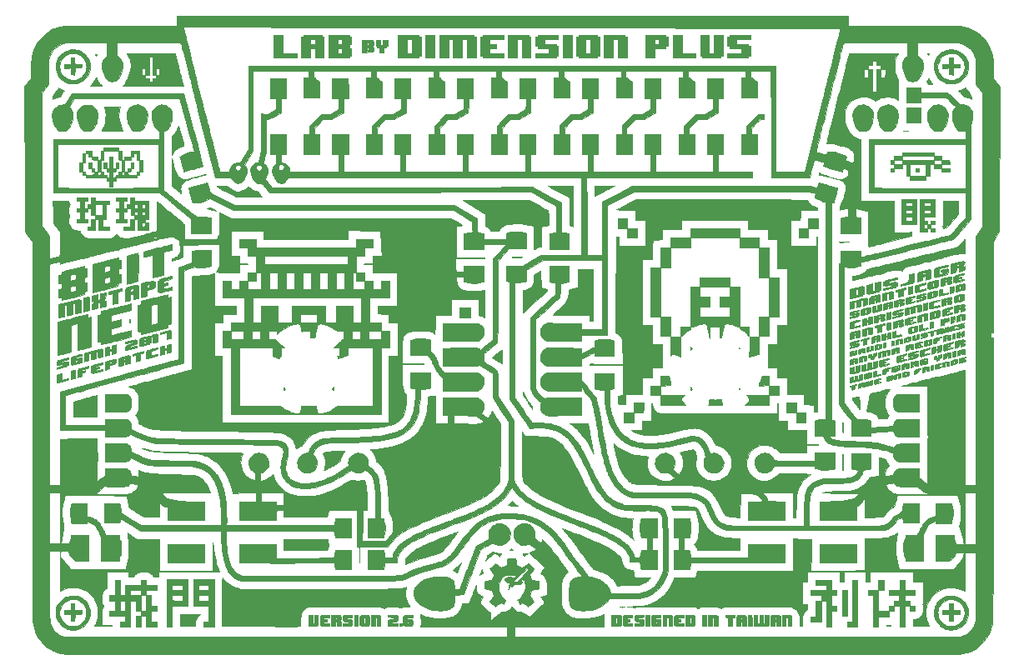
<source format=gbr>
G04 #@! TF.FileFunction,Copper,L1,Top,Signal*
%FSLAX46Y46*%
G04 Gerber Fmt 4.6, Leading zero omitted, Abs format (unit mm)*
G04 Created by KiCad (PCBNEW 4.0.7-e0-6372~58~ubuntu16.04.1) date Mon Jul 31 15:37:26 2017*
%MOMM*%
%LPD*%
G01*
G04 APERTURE LIST*
%ADD10C,0.100000*%
%ADD11C,0.010000*%
%ADD12C,1.000000*%
%ADD13C,1.400000*%
%ADD14C,1.200000*%
%ADD15C,0.600000*%
%ADD16C,0.250000*%
G04 APERTURE END LIST*
D10*
D11*
G36*
X126199153Y-29938459D02*
X126204234Y-30026282D01*
X126208471Y-30142398D01*
X126211469Y-30272766D01*
X126212832Y-30403348D01*
X126212873Y-30425292D01*
X126213000Y-30737500D01*
X131756424Y-30737500D01*
X132425085Y-30737583D01*
X133051611Y-30737831D01*
X133636202Y-30738245D01*
X134179056Y-30738826D01*
X134680372Y-30739576D01*
X135140349Y-30740494D01*
X135559185Y-30741581D01*
X135937080Y-30742838D01*
X136274232Y-30744267D01*
X136570840Y-30745867D01*
X136827103Y-30747639D01*
X137043219Y-30749585D01*
X137219387Y-30751705D01*
X137355806Y-30754000D01*
X137452675Y-30756470D01*
X137510193Y-30759116D01*
X137519049Y-30759866D01*
X137906044Y-30820316D01*
X138282402Y-30920853D01*
X138644969Y-31060027D01*
X138990594Y-31236387D01*
X139316123Y-31448481D01*
X139618403Y-31694859D01*
X139684680Y-31756578D01*
X139969953Y-32056475D01*
X140217325Y-32375227D01*
X140426768Y-32712781D01*
X140598257Y-33069082D01*
X140731766Y-33444078D01*
X140827269Y-33837716D01*
X140880493Y-34205785D01*
X140885519Y-34277129D01*
X140890146Y-34384544D01*
X140894241Y-34521771D01*
X140897673Y-34682547D01*
X140900309Y-34860612D01*
X140902017Y-35049705D01*
X140902665Y-35243565D01*
X140902667Y-35255437D01*
X140902667Y-36085888D01*
X141230954Y-36523136D01*
X141559240Y-36960383D01*
X141530638Y-51629347D01*
X141206069Y-52136389D01*
X140881500Y-52643432D01*
X140881500Y-61892721D01*
X140638084Y-61905417D01*
X140632159Y-62175292D01*
X140630372Y-62276551D01*
X140629719Y-62360447D01*
X140630201Y-62419057D01*
X140631819Y-62444459D01*
X140632159Y-62444916D01*
X140654092Y-62439754D01*
X140704636Y-62426674D01*
X140754500Y-62413417D01*
X140818436Y-62396444D01*
X140862910Y-62384992D01*
X140876209Y-62381918D01*
X140876496Y-62402889D01*
X140876780Y-62465102D01*
X140877059Y-62567466D01*
X140877334Y-62708890D01*
X140877603Y-62888282D01*
X140877867Y-63104550D01*
X140878126Y-63356605D01*
X140878377Y-63643354D01*
X140878623Y-63963707D01*
X140878861Y-64316572D01*
X140879091Y-64700857D01*
X140879313Y-65115472D01*
X140879528Y-65559325D01*
X140879733Y-66031326D01*
X140879929Y-66530382D01*
X140880116Y-67055402D01*
X140880293Y-67605296D01*
X140880459Y-68178972D01*
X140880615Y-68775338D01*
X140880759Y-69393305D01*
X140880892Y-70031779D01*
X140881013Y-70689670D01*
X140881121Y-71365887D01*
X140881217Y-72059339D01*
X140881300Y-72768934D01*
X140881368Y-73493581D01*
X140881423Y-74232188D01*
X140881464Y-74983665D01*
X140881489Y-75746920D01*
X140881500Y-76520863D01*
X140881500Y-76654907D01*
X140881476Y-77683694D01*
X140881403Y-78670604D01*
X140881281Y-79616097D01*
X140881108Y-80520630D01*
X140880885Y-81384660D01*
X140880610Y-82208645D01*
X140880282Y-82993043D01*
X140879902Y-83738312D01*
X140879467Y-84444909D01*
X140878978Y-85113292D01*
X140878434Y-85743918D01*
X140877834Y-86337246D01*
X140877177Y-86893733D01*
X140876462Y-87413837D01*
X140875690Y-87898015D01*
X140874858Y-88346726D01*
X140873967Y-88760426D01*
X140873015Y-89139574D01*
X140872003Y-89484627D01*
X140870928Y-89796042D01*
X140869791Y-90074279D01*
X140868591Y-90319794D01*
X140867327Y-90533045D01*
X140865998Y-90714489D01*
X140864604Y-90864585D01*
X140863143Y-90983790D01*
X140861616Y-91072562D01*
X140860020Y-91131359D01*
X140858493Y-91159366D01*
X140798062Y-91561989D01*
X140699063Y-91949682D01*
X140562731Y-92320368D01*
X140390300Y-92671967D01*
X140183006Y-93002403D01*
X139942082Y-93309598D01*
X139668764Y-93591475D01*
X139364285Y-93845955D01*
X139187907Y-93970876D01*
X138874884Y-94155434D01*
X138537178Y-94309245D01*
X138181535Y-94429921D01*
X137814701Y-94515078D01*
X137540216Y-94553801D01*
X137515184Y-94554718D01*
X137458157Y-94555612D01*
X137368928Y-94556484D01*
X137247287Y-94557332D01*
X137093026Y-94558157D01*
X136905935Y-94558960D01*
X136685806Y-94559740D01*
X136432430Y-94560497D01*
X136145599Y-94561232D01*
X135825104Y-94561944D01*
X135470735Y-94562634D01*
X135082285Y-94563302D01*
X134659544Y-94563948D01*
X134202304Y-94564572D01*
X133710355Y-94565173D01*
X133183490Y-94565753D01*
X132621499Y-94566311D01*
X132024174Y-94566847D01*
X131391305Y-94567361D01*
X130722684Y-94567854D01*
X130018103Y-94568326D01*
X129277352Y-94568776D01*
X128500223Y-94569205D01*
X127686507Y-94569613D01*
X126835995Y-94569999D01*
X125948479Y-94570365D01*
X125023749Y-94570709D01*
X124061597Y-94571033D01*
X123061815Y-94571336D01*
X122024193Y-94571619D01*
X120948522Y-94571880D01*
X119834594Y-94572122D01*
X118682201Y-94572343D01*
X117491132Y-94572543D01*
X116261181Y-94572724D01*
X114992137Y-94572884D01*
X113683792Y-94573024D01*
X112335938Y-94573144D01*
X110948365Y-94573245D01*
X109520864Y-94573325D01*
X108053228Y-94573386D01*
X106545247Y-94573427D01*
X104996712Y-94573449D01*
X103407415Y-94573451D01*
X101777148Y-94573434D01*
X100105700Y-94573398D01*
X98392863Y-94573342D01*
X96638430Y-94573268D01*
X94842190Y-94573174D01*
X93003935Y-94573062D01*
X92021299Y-94572995D01*
X90635296Y-94572895D01*
X89259258Y-94572788D01*
X87893798Y-94572675D01*
X86539530Y-94572556D01*
X85197068Y-94572432D01*
X83867025Y-94572301D01*
X82550016Y-94572165D01*
X81246654Y-94572024D01*
X79957552Y-94571878D01*
X78683325Y-94571726D01*
X77424585Y-94571569D01*
X76181948Y-94571408D01*
X74956025Y-94571242D01*
X73747432Y-94571071D01*
X72556782Y-94570897D01*
X71384689Y-94570717D01*
X70231766Y-94570534D01*
X69098626Y-94570347D01*
X67985885Y-94570156D01*
X66894155Y-94569962D01*
X65824050Y-94569764D01*
X64776183Y-94569562D01*
X63751170Y-94569357D01*
X62749622Y-94569150D01*
X61772155Y-94568939D01*
X60819381Y-94568726D01*
X59891914Y-94568510D01*
X58990369Y-94568291D01*
X58115358Y-94568070D01*
X57267496Y-94567847D01*
X56447396Y-94567622D01*
X55655672Y-94567395D01*
X54892937Y-94567167D01*
X54159806Y-94566936D01*
X53456892Y-94566705D01*
X52784808Y-94566471D01*
X52144169Y-94566237D01*
X51535588Y-94566002D01*
X50959679Y-94565765D01*
X50417056Y-94565529D01*
X49908331Y-94565291D01*
X49434120Y-94565053D01*
X48995035Y-94564815D01*
X48591691Y-94564576D01*
X48224701Y-94564338D01*
X47894678Y-94564099D01*
X47602237Y-94563861D01*
X47347991Y-94563623D01*
X47132555Y-94563386D01*
X46956540Y-94563150D01*
X46820562Y-94562914D01*
X46725234Y-94562680D01*
X46671170Y-94562446D01*
X46658084Y-94562274D01*
X46387551Y-94525057D01*
X46148885Y-94480427D01*
X45931865Y-94425516D01*
X45726269Y-94357453D01*
X45521874Y-94273371D01*
X45366917Y-94199911D01*
X45037962Y-94013157D01*
X44733984Y-93793325D01*
X44456426Y-93542525D01*
X44206731Y-93262870D01*
X43986344Y-92956469D01*
X43796708Y-92625434D01*
X43639266Y-92271877D01*
X43515461Y-91897908D01*
X43426737Y-91505638D01*
X43398244Y-91320708D01*
X43396444Y-91303592D01*
X43394712Y-91279521D01*
X43393046Y-91247697D01*
X43391447Y-91207324D01*
X43389912Y-91157606D01*
X43388441Y-91097748D01*
X43387031Y-91026951D01*
X43385682Y-90944421D01*
X43384393Y-90849362D01*
X43383161Y-90740976D01*
X43381986Y-90618467D01*
X43380867Y-90481040D01*
X43379801Y-90327898D01*
X43378789Y-90158245D01*
X43377828Y-89971284D01*
X43376917Y-89766220D01*
X43376055Y-89542256D01*
X43375240Y-89298595D01*
X43374472Y-89034442D01*
X43373749Y-88749001D01*
X43373070Y-88441474D01*
X43372433Y-88111067D01*
X43371837Y-87756981D01*
X43371281Y-87378423D01*
X43370763Y-86974594D01*
X43370283Y-86544699D01*
X43369838Y-86087942D01*
X43369428Y-85603526D01*
X43369052Y-85090655D01*
X43368707Y-84548533D01*
X43368393Y-83976363D01*
X43368108Y-83373350D01*
X43368085Y-83315500D01*
X45102334Y-83315500D01*
X46160837Y-83315500D01*
X46155460Y-80759625D01*
X46150418Y-78362500D01*
X49928334Y-78362500D01*
X51235375Y-78362319D01*
X51475069Y-78361936D01*
X51708617Y-78360898D01*
X51931459Y-78359266D01*
X52139039Y-78357104D01*
X52326799Y-78354476D01*
X52490180Y-78351444D01*
X52624626Y-78348073D01*
X52725577Y-78344425D01*
X52785834Y-78340802D01*
X52898740Y-78329035D01*
X53010710Y-78314174D01*
X53106496Y-78298396D01*
X53156250Y-78287850D01*
X53362277Y-78216186D01*
X53556406Y-78109193D01*
X53730584Y-77972571D01*
X53876756Y-77812017D01*
X53924183Y-77744530D01*
X53973614Y-77662211D01*
X54018162Y-77577204D01*
X54054137Y-77498041D01*
X54077850Y-77433253D01*
X54085608Y-77391371D01*
X54081451Y-77381001D01*
X54044521Y-77366974D01*
X53973636Y-77347550D01*
X53876561Y-77324518D01*
X53761060Y-77299668D01*
X53634897Y-77274787D01*
X53564150Y-77261805D01*
X53315883Y-77217520D01*
X53192678Y-77343432D01*
X53152237Y-77384660D01*
X53115618Y-77419577D01*
X53079072Y-77448707D01*
X53038852Y-77472575D01*
X52991212Y-77491703D01*
X52932403Y-77506616D01*
X52858678Y-77517838D01*
X52766289Y-77525894D01*
X52651490Y-77531306D01*
X52510533Y-77534599D01*
X52339671Y-77536297D01*
X52135155Y-77536925D01*
X51893240Y-77537005D01*
X51808325Y-77537000D01*
X51572752Y-77536975D01*
X51376015Y-77536800D01*
X51214614Y-77536326D01*
X51085053Y-77535403D01*
X50983833Y-77533883D01*
X50907455Y-77531616D01*
X50852423Y-77528452D01*
X50815237Y-77524243D01*
X50792400Y-77518839D01*
X50780414Y-77512091D01*
X50775780Y-77503849D01*
X50775001Y-77493965D01*
X50775000Y-77492903D01*
X50765645Y-77461172D01*
X50750955Y-77456821D01*
X50728736Y-77472237D01*
X50679022Y-77511324D01*
X50606495Y-77570248D01*
X50515842Y-77645175D01*
X50411745Y-77732271D01*
X50328530Y-77802543D01*
X49930150Y-78140250D01*
X49928334Y-78362500D01*
X46150418Y-78362500D01*
X46150084Y-78203750D01*
X45626209Y-78198089D01*
X45102334Y-78192427D01*
X45102334Y-83315500D01*
X43368085Y-83315500D01*
X43367852Y-82738697D01*
X43367622Y-82071608D01*
X43367418Y-81371286D01*
X43367238Y-80636936D01*
X43367081Y-79867760D01*
X43366945Y-79062964D01*
X43366830Y-78221750D01*
X43366733Y-77343322D01*
X43366655Y-76426885D01*
X43366592Y-75471641D01*
X43366545Y-74476795D01*
X43366512Y-73441550D01*
X43366490Y-72365110D01*
X43366485Y-71889708D01*
X43366303Y-52697917D01*
X42974902Y-52181001D01*
X42583500Y-51664085D01*
X42583494Y-48127584D01*
X42583411Y-47687945D01*
X42583171Y-47211711D01*
X42582783Y-46704619D01*
X42582257Y-46172407D01*
X42581601Y-45620811D01*
X42580825Y-45055571D01*
X42579938Y-44482422D01*
X42578950Y-43907104D01*
X42577870Y-43335352D01*
X42576707Y-42772906D01*
X42575470Y-42225502D01*
X42574170Y-41698877D01*
X42572815Y-41198771D01*
X42571538Y-40770500D01*
X42561444Y-37542584D01*
X44308350Y-37542584D01*
X44320050Y-44315917D01*
X44331751Y-51089250D01*
X44717042Y-51594985D01*
X45102334Y-52100720D01*
X45102334Y-53240693D01*
X45102525Y-53499362D01*
X45103144Y-53718468D01*
X45104254Y-53900783D01*
X45105919Y-54049075D01*
X45108203Y-54166114D01*
X45111172Y-54254671D01*
X45114889Y-54317515D01*
X45119418Y-54357416D01*
X45124824Y-54377144D01*
X45128792Y-54380461D01*
X45154486Y-54375411D01*
X45214055Y-54361554D01*
X45300388Y-54340679D01*
X45406375Y-54314575D01*
X45524903Y-54285033D01*
X45648864Y-54253842D01*
X45771146Y-54222791D01*
X45884638Y-54193670D01*
X45982230Y-54168269D01*
X46056810Y-54148378D01*
X46101268Y-54135785D01*
X46102458Y-54135415D01*
X46110293Y-54130909D01*
X46116942Y-54120539D01*
X46122503Y-54101083D01*
X46127071Y-54069315D01*
X46130743Y-54022011D01*
X46133617Y-53955947D01*
X46135788Y-53867898D01*
X46137354Y-53754641D01*
X46138411Y-53612951D01*
X46139055Y-53439604D01*
X46139385Y-53231375D01*
X46139495Y-52985041D01*
X46139500Y-52900112D01*
X46139500Y-52340298D01*
X55242931Y-52340298D01*
X55260145Y-52342920D01*
X55313326Y-52345206D01*
X55396111Y-52347017D01*
X55502133Y-52348217D01*
X55625028Y-52348666D01*
X55629222Y-52348667D01*
X56024334Y-52348667D01*
X56024334Y-52242834D01*
X56022299Y-52182443D01*
X56017098Y-52144126D01*
X56013031Y-52137000D01*
X55987734Y-52142132D01*
X55930056Y-52156142D01*
X55847856Y-52176958D01*
X55748995Y-52202503D01*
X55641331Y-52230704D01*
X55532725Y-52259484D01*
X55431036Y-52286770D01*
X55344124Y-52310486D01*
X55279848Y-52328558D01*
X55246068Y-52338910D01*
X55242931Y-52340298D01*
X46139500Y-52340298D01*
X46139500Y-51676409D01*
X45802341Y-51230141D01*
X45465183Y-50783873D01*
X45458383Y-49671845D01*
X45451584Y-48559816D01*
X46240706Y-48559825D01*
X46444885Y-48559941D01*
X46610767Y-48560410D01*
X46742386Y-48561418D01*
X46843779Y-48563152D01*
X46918981Y-48565797D01*
X46972026Y-48569541D01*
X47006952Y-48574569D01*
X47027792Y-48581068D01*
X47038583Y-48589225D01*
X47042625Y-48596875D01*
X47056630Y-48634977D01*
X47080726Y-48698359D01*
X47107936Y-48768765D01*
X47160451Y-48903613D01*
X47117383Y-48991015D01*
X47068724Y-49108031D01*
X47038699Y-49229329D01*
X47024546Y-49368853D01*
X47022530Y-49470000D01*
X47029952Y-49637601D01*
X47052777Y-49776838D01*
X47093176Y-49899557D01*
X47106899Y-49930375D01*
X47126795Y-49982569D01*
X47124621Y-50024413D01*
X47106899Y-50067959D01*
X47064004Y-50178598D01*
X47037205Y-50298263D01*
X47024399Y-50438970D01*
X47022592Y-50549500D01*
X47024948Y-50662104D01*
X47032235Y-50747313D01*
X47046741Y-50819984D01*
X47070754Y-50894974D01*
X47079362Y-50918064D01*
X47168853Y-51097845D01*
X47288671Y-51248996D01*
X47436897Y-51370321D01*
X47611615Y-51460621D01*
X47810905Y-51518699D01*
X48032852Y-51543355D01*
X48081542Y-51544174D01*
X48146230Y-51545679D01*
X48179223Y-51553575D01*
X48191150Y-51573292D01*
X48192667Y-51600963D01*
X48201882Y-51646433D01*
X48226295Y-51715798D01*
X48261058Y-51795667D01*
X48269435Y-51812960D01*
X48373480Y-51977141D01*
X48508295Y-52113948D01*
X48670175Y-52220573D01*
X48855416Y-52294209D01*
X48928550Y-52312407D01*
X48976231Y-52319021D01*
X49052936Y-52324573D01*
X49160675Y-52329108D01*
X49301458Y-52332668D01*
X49477293Y-52335296D01*
X49690190Y-52337037D01*
X49942159Y-52337933D01*
X50118834Y-52338084D01*
X50362895Y-52337963D01*
X50568501Y-52337522D01*
X50739529Y-52336640D01*
X50879857Y-52335197D01*
X50993362Y-52333071D01*
X51083921Y-52330143D01*
X51155412Y-52326293D01*
X51211713Y-52321399D01*
X51256700Y-52315342D01*
X51294252Y-52308002D01*
X51323107Y-52300694D01*
X51504251Y-52234934D01*
X51660795Y-52141882D01*
X51795146Y-52024680D01*
X51916717Y-51901777D01*
X52039297Y-52027050D01*
X52167440Y-52139849D01*
X52306533Y-52224628D01*
X52463141Y-52283761D01*
X52643828Y-52319620D01*
X52855160Y-52334579D01*
X52891667Y-52335186D01*
X53135084Y-52337686D01*
X54542667Y-51972259D01*
X54780012Y-51910612D01*
X55005915Y-51851881D01*
X55216942Y-51796962D01*
X55409659Y-51746751D01*
X55580632Y-51702145D01*
X55726425Y-51664041D01*
X55843606Y-51633335D01*
X55928738Y-51610923D01*
X55978388Y-51597701D01*
X55989720Y-51594552D01*
X56003202Y-51588064D01*
X56012980Y-51574449D01*
X56019439Y-51548054D01*
X56022968Y-51503221D01*
X56023951Y-51434296D01*
X56022776Y-51335624D01*
X56019829Y-51201549D01*
X56018974Y-51166428D01*
X56013349Y-50991673D01*
X56005820Y-50854837D01*
X55996021Y-50751533D01*
X55983584Y-50677374D01*
X55975600Y-50647770D01*
X55955118Y-50556711D01*
X55961340Y-50495251D01*
X55979090Y-50423844D01*
X55993972Y-50310987D01*
X56005945Y-50157464D01*
X56014967Y-49964065D01*
X56020995Y-49731576D01*
X56023988Y-49460785D01*
X56024334Y-49319591D01*
X56024639Y-49152722D01*
X56025506Y-49000202D01*
X56026860Y-48866970D01*
X56028628Y-48757969D01*
X56030734Y-48678139D01*
X56033105Y-48632421D01*
X56034789Y-48623333D01*
X56052679Y-48636450D01*
X56099827Y-48674023D01*
X56172985Y-48733389D01*
X56268908Y-48811883D01*
X56384346Y-48906841D01*
X56516054Y-49015599D01*
X56660785Y-49135494D01*
X56802287Y-49253042D01*
X57118214Y-49515122D01*
X57411459Y-49756941D01*
X57680464Y-49977232D01*
X57923670Y-50174729D01*
X58139518Y-50348165D01*
X58326448Y-50496275D01*
X58474375Y-50611252D01*
X58552921Y-50672479D01*
X58603547Y-50716059D01*
X58632355Y-50749543D01*
X58645445Y-50780478D01*
X58648919Y-50816413D01*
X58649000Y-50827312D01*
X58650243Y-50879377D01*
X58653335Y-50907643D01*
X58654432Y-50909334D01*
X58676274Y-50904142D01*
X58721867Y-50891549D01*
X58725274Y-50890574D01*
X58790685Y-50871814D01*
X58804445Y-51234532D01*
X58809498Y-51391514D01*
X58813761Y-51569090D01*
X58816855Y-51748013D01*
X58818400Y-51909033D01*
X58818502Y-51946500D01*
X58819393Y-52070373D01*
X58821662Y-52185217D01*
X58825017Y-52281779D01*
X58829170Y-52350805D01*
X58831919Y-52375125D01*
X58845039Y-52454500D01*
X59420875Y-52454500D01*
X59566434Y-52454179D01*
X59746545Y-52453259D01*
X59953430Y-52451811D01*
X60179312Y-52449902D01*
X60416416Y-52447601D01*
X60656962Y-52444977D01*
X60893176Y-52442098D01*
X61020488Y-52440402D01*
X62044265Y-52426304D01*
X62114557Y-52350444D01*
X62160637Y-52291586D01*
X62175364Y-52245082D01*
X62173193Y-52226317D01*
X62177195Y-52178244D01*
X62207712Y-52104871D01*
X62246769Y-52034586D01*
X62332000Y-51891121D01*
X62332000Y-50786394D01*
X62332177Y-50574596D01*
X62332686Y-50376128D01*
X62333493Y-50194913D01*
X62334563Y-50034872D01*
X62335864Y-49899930D01*
X62337361Y-49794007D01*
X62339020Y-49721027D01*
X62340808Y-49684913D01*
X62341540Y-49681667D01*
X62361856Y-49691250D01*
X62414990Y-49718419D01*
X62496425Y-49760808D01*
X62601642Y-49816048D01*
X62726125Y-49881771D01*
X62865356Y-49955608D01*
X62947234Y-49999167D01*
X63543388Y-50316667D01*
X85892103Y-50316667D01*
X86463540Y-50659371D01*
X86624994Y-50757147D01*
X86761226Y-50841606D01*
X86869954Y-50911251D01*
X86948897Y-50964584D01*
X86995776Y-51000108D01*
X87008310Y-51016325D01*
X87007780Y-51016732D01*
X86977986Y-51024336D01*
X86914304Y-51035394D01*
X86824919Y-51048648D01*
X86718013Y-51062838D01*
X86668375Y-51068953D01*
X86356167Y-51106515D01*
X86356167Y-54274834D01*
X87806084Y-54274834D01*
X88088853Y-54274854D01*
X88332243Y-54274973D01*
X88539204Y-54275277D01*
X88712690Y-54275851D01*
X88855653Y-54276783D01*
X88971046Y-54278158D01*
X89061822Y-54280062D01*
X89130933Y-54282583D01*
X89181332Y-54285805D01*
X89215972Y-54289815D01*
X89237804Y-54294700D01*
X89249783Y-54300545D01*
X89254860Y-54307437D01*
X89255989Y-54315462D01*
X89256000Y-54317167D01*
X89255305Y-54325361D01*
X89251268Y-54332424D01*
X89240960Y-54338438D01*
X89221451Y-54343489D01*
X89189813Y-54347660D01*
X89143116Y-54351035D01*
X89078432Y-54353700D01*
X88992832Y-54355736D01*
X88883386Y-54357230D01*
X88747166Y-54358265D01*
X88581243Y-54358925D01*
X88382687Y-54359295D01*
X88148570Y-54359458D01*
X87875963Y-54359499D01*
X87782556Y-54359500D01*
X86309112Y-54359500D01*
X86321694Y-54629375D01*
X86326755Y-54744633D01*
X86332575Y-54888034D01*
X86338606Y-55045405D01*
X86344299Y-55202576D01*
X86347400Y-55293170D01*
X86360523Y-55687090D01*
X86532970Y-55699981D01*
X86632598Y-55707154D01*
X86754502Y-55715530D01*
X86878702Y-55723750D01*
X86932959Y-55727221D01*
X87160500Y-55741568D01*
X87160500Y-55163834D01*
X89171334Y-55163834D01*
X89171334Y-56728466D01*
X89034815Y-56770632D01*
X88718119Y-56847555D01*
X88389615Y-56886040D01*
X88047917Y-56886073D01*
X87691641Y-56847640D01*
X87319403Y-56770727D01*
X87247573Y-56751982D01*
X87160500Y-56728535D01*
X87160500Y-56270865D01*
X86923222Y-56256453D01*
X86806315Y-56248989D01*
X86685341Y-56240664D01*
X86578159Y-56232731D01*
X86528302Y-56228717D01*
X86370660Y-56215391D01*
X86385115Y-56435737D01*
X86407608Y-56661966D01*
X86444328Y-56853917D01*
X86497442Y-57017892D01*
X86569118Y-57160194D01*
X86661522Y-57287125D01*
X86688324Y-57317422D01*
X86805417Y-57427358D01*
X86937066Y-57515055D01*
X87088439Y-57582352D01*
X87264705Y-57631092D01*
X87471029Y-57663115D01*
X87705874Y-57679993D01*
X87883853Y-57684766D01*
X88076618Y-57685537D01*
X88275484Y-57682628D01*
X88471767Y-57676360D01*
X88656781Y-57667055D01*
X88821840Y-57655032D01*
X88958260Y-57640614D01*
X89020050Y-57631416D01*
X89107214Y-57616747D01*
X89179015Y-57605356D01*
X89224916Y-57598881D01*
X89234843Y-57598000D01*
X89239613Y-57619086D01*
X89243789Y-57682032D01*
X89247365Y-57786368D01*
X89250332Y-57931623D01*
X89252686Y-58117328D01*
X89254417Y-58343013D01*
X89255518Y-58608208D01*
X89255984Y-58912444D01*
X89256000Y-58986181D01*
X89255765Y-59224078D01*
X89255086Y-59448885D01*
X89254004Y-59657125D01*
X89252558Y-59845325D01*
X89250788Y-60010008D01*
X89248734Y-60147699D01*
X89246437Y-60254924D01*
X89243935Y-60328208D01*
X89241270Y-60364076D01*
X89240125Y-60367154D01*
X89214626Y-60354395D01*
X89162587Y-60327661D01*
X89094982Y-60292593D01*
X89090949Y-60290492D01*
X88994844Y-60247425D01*
X88885094Y-60208349D01*
X88810491Y-60187806D01*
X88663334Y-60154574D01*
X88663334Y-58508167D01*
X85911667Y-58508167D01*
X85911667Y-60095667D01*
X84239923Y-60095667D01*
X84234420Y-61070209D01*
X84228917Y-62044750D01*
X84154834Y-61988484D01*
X84047283Y-61920710D01*
X83910078Y-61855508D01*
X83755795Y-61798345D01*
X83641031Y-61765192D01*
X83517367Y-61741841D01*
X83359315Y-61724377D01*
X83174395Y-61712707D01*
X82970127Y-61706740D01*
X82754033Y-61706381D01*
X82533632Y-61711539D01*
X82316446Y-61722120D01*
X82109994Y-61738032D01*
X81921797Y-61759181D01*
X81759375Y-61785476D01*
X81743740Y-61788610D01*
X81575073Y-61832753D01*
X81433734Y-61893166D01*
X81305769Y-61976751D01*
X81224862Y-62045210D01*
X81159129Y-62111405D01*
X81101673Y-62183993D01*
X81052015Y-62265993D01*
X81009674Y-62360425D01*
X80974169Y-62470309D01*
X80945019Y-62598665D01*
X80921744Y-62748513D01*
X80903863Y-62922872D01*
X80890895Y-63124763D01*
X80882359Y-63357206D01*
X80877775Y-63623220D01*
X80876662Y-63925826D01*
X80878159Y-64223167D01*
X80884584Y-65016917D01*
X81741834Y-65041319D01*
X81939484Y-65046825D01*
X82133384Y-65052004D01*
X82317277Y-65056703D01*
X82484906Y-65060771D01*
X82630016Y-65064058D01*
X82746349Y-65066412D01*
X82827650Y-65067683D01*
X82837209Y-65067777D01*
X82942652Y-65070484D01*
X83020858Y-65076215D01*
X83066179Y-65084417D01*
X83075334Y-65091000D01*
X83054275Y-65096264D01*
X82991521Y-65100799D01*
X82887701Y-65104592D01*
X82743448Y-65107631D01*
X82559392Y-65109905D01*
X82336165Y-65111401D01*
X82074398Y-65112108D01*
X81964084Y-65112167D01*
X80852834Y-65112167D01*
X80852982Y-65223292D01*
X80853929Y-65308472D01*
X80856452Y-65425522D01*
X80860343Y-65569096D01*
X80865394Y-65733847D01*
X80871400Y-65914429D01*
X80878151Y-66105497D01*
X80885441Y-66301703D01*
X80893063Y-66497702D01*
X80900809Y-66688149D01*
X80908472Y-66867695D01*
X80915845Y-67030996D01*
X80922720Y-67172706D01*
X80928890Y-67287477D01*
X80934147Y-67369965D01*
X80937840Y-67411485D01*
X80969217Y-67596747D01*
X81015804Y-67751851D01*
X81082324Y-67887651D01*
X81173499Y-68015004D01*
X81226689Y-68075546D01*
X81346909Y-68205397D01*
X81342469Y-68452657D01*
X81328117Y-68786621D01*
X81297889Y-69108955D01*
X81252800Y-69415268D01*
X81193866Y-69701165D01*
X81122101Y-69962257D01*
X81038521Y-70194149D01*
X80944141Y-70392452D01*
X80864743Y-70519497D01*
X80769654Y-70641885D01*
X80664242Y-70755673D01*
X80546822Y-70861215D01*
X80415711Y-70958866D01*
X80269228Y-71048982D01*
X80105688Y-71131916D01*
X79923410Y-71208022D01*
X79720711Y-71277657D01*
X79495907Y-71341174D01*
X79247316Y-71398928D01*
X78973255Y-71451273D01*
X78672042Y-71498564D01*
X78341993Y-71541156D01*
X77981426Y-71579403D01*
X77588657Y-71613661D01*
X77162005Y-71644283D01*
X76699786Y-71671623D01*
X76200317Y-71696038D01*
X75661917Y-71717881D01*
X75084917Y-71737444D01*
X74674531Y-71751144D01*
X74304631Y-71765514D01*
X73973370Y-71780678D01*
X73678906Y-71796758D01*
X73419391Y-71813877D01*
X73192983Y-71832156D01*
X72997835Y-71851719D01*
X72832104Y-71872688D01*
X72693944Y-71895184D01*
X72686174Y-71896646D01*
X72512033Y-71938022D01*
X72323807Y-71996750D01*
X72141717Y-72065987D01*
X72015750Y-72123491D01*
X71783001Y-72258451D01*
X71552251Y-72426015D01*
X71331512Y-72618572D01*
X71128795Y-72828514D01*
X70952113Y-73048230D01*
X70810505Y-73268268D01*
X70767117Y-73341182D01*
X70731132Y-73385881D01*
X70692127Y-73412548D01*
X70645271Y-73429716D01*
X70562135Y-73460187D01*
X70460152Y-73505506D01*
X70354146Y-73558305D01*
X70258942Y-73611216D01*
X70191537Y-73655226D01*
X70146835Y-73687250D01*
X70118411Y-73704735D01*
X70115066Y-73705834D01*
X70107700Y-73686566D01*
X70096272Y-73635440D01*
X70082949Y-73562469D01*
X70079546Y-73541792D01*
X70039831Y-73349731D01*
X69985588Y-73168313D01*
X69920284Y-73006976D01*
X69847387Y-72875155D01*
X69820923Y-72838000D01*
X69683631Y-72686045D01*
X69512348Y-72539526D01*
X69315418Y-72404032D01*
X69101183Y-72285153D01*
X68877986Y-72188477D01*
X68821215Y-72168245D01*
X68768834Y-72151128D01*
X68714460Y-72135060D01*
X68656605Y-72119986D01*
X68593781Y-72105853D01*
X68524500Y-72092605D01*
X68447274Y-72080189D01*
X68360615Y-72068550D01*
X68263035Y-72057635D01*
X68153047Y-72047387D01*
X68029163Y-72037754D01*
X67889894Y-72028681D01*
X67733753Y-72020114D01*
X67559251Y-72011998D01*
X67364902Y-72004278D01*
X67149217Y-71996902D01*
X66910707Y-71989813D01*
X66647886Y-71982959D01*
X66359265Y-71976284D01*
X66043357Y-71969735D01*
X65698673Y-71963256D01*
X65323725Y-71956794D01*
X64917027Y-71950295D01*
X64477089Y-71943703D01*
X64002424Y-71936965D01*
X63491544Y-71930027D01*
X62942961Y-71922833D01*
X62355187Y-71915330D01*
X61726734Y-71907464D01*
X61654667Y-71906569D01*
X61056441Y-71898974D01*
X60498890Y-71891502D01*
X59980357Y-71884079D01*
X59499184Y-71876629D01*
X59053714Y-71869081D01*
X58642289Y-71861359D01*
X58263252Y-71853389D01*
X57914945Y-71845097D01*
X57595710Y-71836409D01*
X57303890Y-71827252D01*
X57037827Y-71817551D01*
X56795865Y-71807232D01*
X56576344Y-71796220D01*
X56377609Y-71784443D01*
X56198000Y-71771826D01*
X56035861Y-71758294D01*
X55889535Y-71743774D01*
X55757363Y-71728192D01*
X55637688Y-71711473D01*
X55528852Y-71693544D01*
X55429198Y-71674330D01*
X55337069Y-71653758D01*
X55250806Y-71631753D01*
X55202785Y-71618297D01*
X55097428Y-71586088D01*
X54996906Y-71551060D01*
X54892845Y-71509688D01*
X54776870Y-71458446D01*
X54640608Y-71393811D01*
X54475684Y-71312256D01*
X54475078Y-71311952D01*
X54364502Y-71256231D01*
X54285990Y-71214978D01*
X54233683Y-71183848D01*
X54201721Y-71158495D01*
X54184244Y-71134574D01*
X54175393Y-71107740D01*
X54171516Y-71086833D01*
X54120765Y-70851746D01*
X54052810Y-70652182D01*
X53966237Y-70484386D01*
X53919320Y-70416230D01*
X53825090Y-70291044D01*
X53878336Y-70227765D01*
X53935595Y-70145380D01*
X53995408Y-70035241D01*
X54051315Y-69910958D01*
X54096854Y-69786141D01*
X54111267Y-69737084D01*
X54123675Y-69685787D01*
X54133260Y-69631497D01*
X54140365Y-69568045D01*
X54145338Y-69489266D01*
X54148521Y-69388991D01*
X54150260Y-69261055D01*
X54150901Y-69099289D01*
X54150928Y-69028000D01*
X54150503Y-68851427D01*
X54149112Y-68711158D01*
X54146422Y-68601167D01*
X54142098Y-68515429D01*
X54135806Y-68447921D01*
X54127211Y-68392616D01*
X54115980Y-68343490D01*
X54112172Y-68329500D01*
X54028584Y-68101316D01*
X53914364Y-67901737D01*
X53770508Y-67731795D01*
X53598014Y-67592520D01*
X53397879Y-67484941D01*
X53240013Y-67428503D01*
X53178370Y-67408643D01*
X53140766Y-67392879D01*
X53135084Y-67385007D01*
X53161050Y-67377721D01*
X53224995Y-67360137D01*
X53324036Y-67333037D01*
X53455295Y-67297204D01*
X53615891Y-67253419D01*
X53802945Y-67202465D01*
X54013575Y-67145125D01*
X54244903Y-67082180D01*
X54494048Y-67014414D01*
X54758130Y-66942607D01*
X55034269Y-66867544D01*
X55319584Y-66790005D01*
X55611197Y-66710774D01*
X55906227Y-66630633D01*
X56201793Y-66550363D01*
X56495016Y-66470748D01*
X56783016Y-66392570D01*
X57062913Y-66316610D01*
X57331826Y-66243652D01*
X57586876Y-66174478D01*
X57825182Y-66109869D01*
X58043865Y-66050609D01*
X58240044Y-65997480D01*
X58410840Y-65951263D01*
X58553372Y-65912742D01*
X58664760Y-65882699D01*
X58742125Y-65861915D01*
X58744250Y-65861346D01*
X58902142Y-65819057D01*
X59052115Y-65778785D01*
X59187729Y-65742267D01*
X59302548Y-65711240D01*
X59390133Y-65687441D01*
X59444047Y-65672606D01*
X59448042Y-65671484D01*
X59559167Y-65640151D01*
X59559167Y-60932585D01*
X59559179Y-60405887D01*
X59559222Y-59919887D01*
X59559311Y-59472950D01*
X59559457Y-59063440D01*
X59559674Y-58689722D01*
X59559974Y-58350160D01*
X59560370Y-58043120D01*
X59560875Y-57766966D01*
X59561502Y-57520062D01*
X59562263Y-57300774D01*
X59563173Y-57107466D01*
X59564242Y-56938502D01*
X59565485Y-56792247D01*
X59566913Y-56667066D01*
X59568541Y-56561324D01*
X59570380Y-56473385D01*
X59572444Y-56401614D01*
X59574745Y-56344376D01*
X59577297Y-56300034D01*
X59580111Y-56266955D01*
X59583201Y-56243502D01*
X59586580Y-56228040D01*
X59590261Y-56218935D01*
X59594256Y-56214549D01*
X59596209Y-56213665D01*
X59677223Y-56193136D01*
X59783868Y-56173708D01*
X59918696Y-56155118D01*
X60084258Y-56137106D01*
X60283107Y-56119407D01*
X60517795Y-56101762D01*
X60790874Y-56083906D01*
X60956167Y-56074029D01*
X61160794Y-56058964D01*
X61331221Y-56038844D01*
X61475432Y-56012174D01*
X61601409Y-55977462D01*
X61717138Y-55933211D01*
X61723459Y-55930429D01*
X61824000Y-55885881D01*
X61824000Y-59227834D01*
X64025334Y-59227834D01*
X64025334Y-60026028D01*
X63596709Y-60040128D01*
X63447525Y-60045330D01*
X63295427Y-60051154D01*
X63151964Y-60057119D01*
X63028688Y-60062747D01*
X62943365Y-60067198D01*
X62718646Y-60080168D01*
X62705727Y-60262542D01*
X62698277Y-60369692D01*
X62689642Y-60496882D01*
X62681325Y-60621905D01*
X62678741Y-60661438D01*
X62664675Y-60877959D01*
X62249629Y-60883688D01*
X61834584Y-60889417D01*
X61829164Y-62566875D01*
X61823745Y-64244334D01*
X62628334Y-64244334D01*
X62628334Y-71038834D01*
X79561538Y-71038834D01*
X79566894Y-67646875D01*
X79572250Y-64254917D01*
X80011459Y-64249196D01*
X80450667Y-64243475D01*
X80450667Y-60878834D01*
X79561667Y-60878834D01*
X79561667Y-60011692D01*
X78995459Y-60006054D01*
X78429250Y-60000417D01*
X78423503Y-59606614D01*
X78417755Y-59212811D01*
X78857419Y-59199294D01*
X79010591Y-59194727D01*
X79192848Y-59189522D01*
X79390952Y-59184043D01*
X79591669Y-59178654D01*
X79781760Y-59173718D01*
X79852709Y-59171931D01*
X80408334Y-59158087D01*
X80408334Y-55820336D01*
X79154209Y-55814876D01*
X77900084Y-55809417D01*
X77894344Y-55391375D01*
X77888605Y-54973334D01*
X77455136Y-54973334D01*
X77307166Y-54972959D01*
X77196417Y-54971585D01*
X77117782Y-54968838D01*
X77066155Y-54964343D01*
X77036427Y-54957728D01*
X77023493Y-54948616D01*
X77021667Y-54941584D01*
X77026783Y-54930750D01*
X77045533Y-54922641D01*
X77083024Y-54916881D01*
X77144358Y-54913098D01*
X77234642Y-54910919D01*
X77358979Y-54909969D01*
X77455584Y-54909834D01*
X77889500Y-54909834D01*
X77889500Y-54105500D01*
X78836800Y-54105500D01*
X78828647Y-54015542D01*
X78825931Y-53977670D01*
X78821110Y-53901769D01*
X78814434Y-53792077D01*
X78806151Y-53652832D01*
X78796512Y-53488272D01*
X78785764Y-53302637D01*
X78774157Y-53100165D01*
X78761941Y-52885093D01*
X78755570Y-52772170D01*
X78743217Y-52555433D01*
X78731304Y-52351643D01*
X78720080Y-52164668D01*
X78709790Y-51998381D01*
X78700680Y-51856652D01*
X78692998Y-51743352D01*
X78686990Y-51662352D01*
X78682902Y-51617522D01*
X78681516Y-51609627D01*
X78659295Y-51607391D01*
X78598457Y-51604129D01*
X78502700Y-51599974D01*
X78375725Y-51595058D01*
X78221230Y-51589515D01*
X78042916Y-51583477D01*
X77844482Y-51577076D01*
X77629627Y-51570447D01*
X77407818Y-51563889D01*
X77167065Y-51556873D01*
X76928520Y-51549834D01*
X76697399Y-51542931D01*
X76478918Y-51536325D01*
X76278293Y-51530174D01*
X76100740Y-51524639D01*
X75951474Y-51519878D01*
X75835712Y-51516051D01*
X75778125Y-51514040D01*
X75413000Y-51500801D01*
X75413000Y-52412167D01*
X66861667Y-52412167D01*
X66861667Y-51544334D01*
X63588337Y-51544334D01*
X63542252Y-51636610D01*
X63532395Y-51657074D01*
X63524054Y-51678135D01*
X63517103Y-51703309D01*
X63511415Y-51736116D01*
X63506864Y-51780075D01*
X63503322Y-51838703D01*
X63500663Y-51915519D01*
X63498761Y-52014042D01*
X63497489Y-52137790D01*
X63496720Y-52290282D01*
X63496328Y-52475035D01*
X63496186Y-52695569D01*
X63496167Y-52917194D01*
X63496167Y-54105500D01*
X64384233Y-54105500D01*
X64389991Y-54502375D01*
X64395750Y-54899250D01*
X64792625Y-54905009D01*
X64934034Y-54907522D01*
X65038346Y-54910693D01*
X65110795Y-54915011D01*
X65156617Y-54920965D01*
X65181048Y-54929043D01*
X65189322Y-54939734D01*
X65189500Y-54942051D01*
X65183967Y-54953109D01*
X65163871Y-54961284D01*
X65123963Y-54966982D01*
X65058999Y-54970612D01*
X64963730Y-54972583D01*
X64832910Y-54973301D01*
X64787334Y-54973334D01*
X64385167Y-54973334D01*
X64385167Y-55777667D01*
X63189250Y-55777667D01*
X62968642Y-55777450D01*
X62761212Y-55776826D01*
X62570728Y-55775835D01*
X62400963Y-55774516D01*
X62255685Y-55772909D01*
X62138664Y-55771054D01*
X62053671Y-55768992D01*
X62004476Y-55766760D01*
X61993334Y-55765040D01*
X62006276Y-55743755D01*
X62039965Y-55700986D01*
X62080205Y-55653915D01*
X62188191Y-55508229D01*
X62267732Y-55345744D01*
X62321490Y-55159597D01*
X62350912Y-54956745D01*
X62352932Y-54909204D01*
X62353784Y-54827803D01*
X62353580Y-54717581D01*
X62352434Y-54583578D01*
X62350459Y-54430831D01*
X62347768Y-54264379D01*
X62344474Y-54089260D01*
X62340691Y-53910514D01*
X62336530Y-53733178D01*
X62332106Y-53562291D01*
X62327532Y-53402891D01*
X62322920Y-53260018D01*
X62318383Y-53138709D01*
X62314036Y-53044004D01*
X62309991Y-52980940D01*
X62306361Y-52954556D01*
X62305954Y-52954093D01*
X62284299Y-52953922D01*
X62224501Y-52954285D01*
X62130749Y-52955137D01*
X62007229Y-52956432D01*
X61858129Y-52958124D01*
X61687636Y-52960168D01*
X61499938Y-52962517D01*
X61316000Y-52964905D01*
X61076385Y-52967882D01*
X60816735Y-52970783D01*
X60547143Y-52973516D01*
X60277703Y-52975988D01*
X60018509Y-52978109D01*
X59779655Y-52979786D01*
X59571233Y-52980928D01*
X59538000Y-52981069D01*
X59357004Y-52982120D01*
X59187973Y-52983729D01*
X59035912Y-52985799D01*
X58905827Y-52988237D01*
X58802722Y-52990948D01*
X58731602Y-52993836D01*
X58697472Y-52996807D01*
X58696625Y-52997008D01*
X58649000Y-53009771D01*
X58649000Y-54225501D01*
X58103959Y-54422737D01*
X57959570Y-54474990D01*
X57827532Y-54522777D01*
X57713285Y-54564130D01*
X57622271Y-54597078D01*
X57559932Y-54619651D01*
X57531709Y-54629880D01*
X57531322Y-54630021D01*
X57515629Y-54625677D01*
X57508894Y-54593218D01*
X57509839Y-54526001D01*
X57510155Y-54519909D01*
X57516584Y-54399748D01*
X57654167Y-54351408D01*
X57794087Y-54297296D01*
X57905300Y-54241129D01*
X58001014Y-54174914D01*
X58094435Y-54090655D01*
X58108912Y-54076122D01*
X58212438Y-53958206D01*
X58289649Y-53837728D01*
X58343458Y-53706413D01*
X58376779Y-53555986D01*
X58392524Y-53378171D01*
X58394749Y-53264125D01*
X58394455Y-53155610D01*
X58392574Y-53082481D01*
X58387979Y-53037791D01*
X58379541Y-53014596D01*
X58366134Y-53005950D01*
X58352667Y-53004834D01*
X58330510Y-53000874D01*
X58317770Y-52982989D01*
X58311900Y-52942169D01*
X58310351Y-52869402D01*
X58310333Y-52855144D01*
X58300444Y-52736233D01*
X58267367Y-52633914D01*
X58205986Y-52537994D01*
X58111186Y-52438280D01*
X58092659Y-52421369D01*
X57959054Y-52319442D01*
X57814042Y-52245795D01*
X57653233Y-52199698D01*
X57472236Y-52180417D01*
X57266661Y-52187221D01*
X57032116Y-52219377D01*
X56961097Y-52232737D01*
X56886656Y-52248533D01*
X56780580Y-52272594D01*
X56646772Y-52303937D01*
X56489136Y-52341582D01*
X56311576Y-52384548D01*
X56117995Y-52431853D01*
X55912298Y-52482516D01*
X55698389Y-52535555D01*
X55480171Y-52589991D01*
X55261548Y-52644841D01*
X55046424Y-52699124D01*
X54838703Y-52751859D01*
X54642289Y-52802065D01*
X54461084Y-52848761D01*
X54298995Y-52890965D01*
X54159923Y-52927696D01*
X54047773Y-52957973D01*
X53966449Y-52980815D01*
X53919855Y-52995240D01*
X53910065Y-52999600D01*
X53884341Y-53011929D01*
X53827655Y-53027115D01*
X53750995Y-53042341D01*
X53729542Y-53045896D01*
X53663618Y-53058045D01*
X53564017Y-53078575D01*
X53438191Y-53105844D01*
X53293594Y-53138212D01*
X53137677Y-53174035D01*
X52988708Y-53209095D01*
X52830563Y-53246726D01*
X52678349Y-53282874D01*
X52539173Y-53315857D01*
X52420143Y-53343992D01*
X52328367Y-53365596D01*
X52272542Y-53378622D01*
X52195854Y-53398188D01*
X52152264Y-53415686D01*
X52133091Y-53435869D01*
X52129499Y-53456922D01*
X52125467Y-53481382D01*
X52107383Y-53495810D01*
X52065923Y-53503607D01*
X51991763Y-53508172D01*
X51988625Y-53508308D01*
X51939847Y-53511409D01*
X51885576Y-53517113D01*
X51822921Y-53526086D01*
X51748991Y-53538996D01*
X51660896Y-53556513D01*
X51555746Y-53579302D01*
X51430650Y-53608033D01*
X51282716Y-53643373D01*
X51109056Y-53685990D01*
X50906779Y-53736552D01*
X50672993Y-53795726D01*
X50404808Y-53864181D01*
X50099335Y-53942585D01*
X50013000Y-53964797D01*
X49724039Y-54039440D01*
X49474322Y-54104551D01*
X49261972Y-54160654D01*
X49085110Y-54208276D01*
X48941861Y-54247941D01*
X48830346Y-54280174D01*
X48748688Y-54305502D01*
X48695009Y-54324449D01*
X48667433Y-54337541D01*
X48662661Y-54342651D01*
X48649395Y-54359143D01*
X48612695Y-54371164D01*
X48545908Y-54380160D01*
X48461578Y-54386447D01*
X48350756Y-54396562D01*
X48220546Y-54413469D01*
X48092745Y-54434191D01*
X48044500Y-54443424D01*
X47908444Y-54472311D01*
X47748916Y-54508315D01*
X47571834Y-54549919D01*
X47383114Y-54595606D01*
X47188673Y-54643857D01*
X46994428Y-54693157D01*
X46806297Y-54741986D01*
X46630196Y-54788828D01*
X46472042Y-54832165D01*
X46337752Y-54870480D01*
X46233243Y-54902255D01*
X46167468Y-54924797D01*
X46151514Y-54920579D01*
X46142711Y-54888286D01*
X46139577Y-54821508D01*
X46139500Y-54803796D01*
X46138569Y-54732155D01*
X46133437Y-54694069D01*
X46120596Y-54680763D01*
X46096539Y-54683466D01*
X46091875Y-54684675D01*
X46058177Y-54693404D01*
X45989985Y-54710915D01*
X45893829Y-54735537D01*
X45776238Y-54765600D01*
X45643742Y-54799431D01*
X45573292Y-54817405D01*
X45102334Y-54937522D01*
X45102334Y-77410740D01*
X45626209Y-77405078D01*
X46150084Y-77399417D01*
X46142025Y-75067857D01*
X46133967Y-72736297D01*
X46290192Y-72724256D01*
X46334930Y-72721861D01*
X46416042Y-72718639D01*
X46529776Y-72714688D01*
X46672378Y-72710105D01*
X46840096Y-72704989D01*
X47029176Y-72699435D01*
X47235866Y-72693543D01*
X47456413Y-72687408D01*
X47687063Y-72681129D01*
X47924064Y-72674803D01*
X48163663Y-72668527D01*
X48402107Y-72662399D01*
X48635643Y-72656516D01*
X48860518Y-72650975D01*
X49072979Y-72645875D01*
X49269273Y-72641312D01*
X49445648Y-72637383D01*
X49598350Y-72634187D01*
X49723626Y-72631821D01*
X49817724Y-72630381D01*
X49876890Y-72629966D01*
X49897353Y-72630631D01*
X49900573Y-72653872D01*
X49904288Y-72714561D01*
X49908393Y-72807960D01*
X49912786Y-72929334D01*
X49917363Y-73073945D01*
X49922022Y-73237058D01*
X49926658Y-73413936D01*
X49931168Y-73599842D01*
X49935450Y-73790040D01*
X49939400Y-73979793D01*
X49942915Y-74164365D01*
X49945891Y-74339020D01*
X49948225Y-74499021D01*
X49949815Y-74639632D01*
X49950556Y-74756116D01*
X49950345Y-74843736D01*
X49949080Y-74897757D01*
X49947126Y-74913703D01*
X49943188Y-74936944D01*
X49939805Y-74999259D01*
X49937019Y-75097391D01*
X49934869Y-75228085D01*
X49933397Y-75388084D01*
X49932644Y-75574132D01*
X49932651Y-75782973D01*
X49933431Y-76006011D01*
X49938917Y-77086366D01*
X50356959Y-76728707D01*
X50461556Y-76639218D01*
X52064352Y-76639218D01*
X52081946Y-76751645D01*
X52132924Y-76855718D01*
X52216255Y-76944440D01*
X52323239Y-77007624D01*
X52389402Y-77020875D01*
X52476741Y-77019581D01*
X52567404Y-77005595D01*
X52643539Y-76980767D01*
X52658632Y-76972836D01*
X52748813Y-76896700D01*
X52810078Y-76797417D01*
X52840819Y-76684186D01*
X52839429Y-76566206D01*
X52804303Y-76452677D01*
X52761461Y-76384149D01*
X52677910Y-76309797D01*
X52573112Y-76263594D01*
X52458187Y-76246827D01*
X52344261Y-76260783D01*
X52242454Y-76306747D01*
X52222178Y-76321774D01*
X52133437Y-76417287D01*
X52081172Y-76525434D01*
X52064352Y-76639218D01*
X50461556Y-76639218D01*
X50775000Y-76371048D01*
X50775000Y-75737834D01*
X51838625Y-75738040D01*
X52902250Y-75738247D01*
X53008527Y-75787737D01*
X53145130Y-75872205D01*
X53248346Y-75982649D01*
X53317884Y-76118651D01*
X53353456Y-76279795D01*
X53354100Y-76286066D01*
X53362439Y-76360706D01*
X53372337Y-76403039D01*
X53389033Y-76422928D01*
X53417767Y-76430240D01*
X53431417Y-76431633D01*
X53473898Y-76437555D01*
X53548112Y-76449801D01*
X53644243Y-76466573D01*
X53752478Y-76486075D01*
X53863001Y-76506512D01*
X53965998Y-76526087D01*
X54051653Y-76543005D01*
X54110153Y-76555469D01*
X54117017Y-76557095D01*
X54167616Y-76569416D01*
X54154371Y-76307083D01*
X54148163Y-76199326D01*
X54141119Y-76101157D01*
X54134115Y-76023569D01*
X54128160Y-75978227D01*
X54115195Y-75911704D01*
X54330244Y-75983013D01*
X54468426Y-76026331D01*
X54610968Y-76065651D01*
X54760664Y-76101244D01*
X54920309Y-76133378D01*
X55092697Y-76162323D01*
X55280625Y-76188347D01*
X55486886Y-76211720D01*
X55714274Y-76232712D01*
X55965586Y-76251590D01*
X56243616Y-76268626D01*
X56551158Y-76284087D01*
X56891007Y-76298243D01*
X57265958Y-76311363D01*
X57678806Y-76323716D01*
X57939917Y-76330719D01*
X58298751Y-76340517D01*
X58625403Y-76350515D01*
X58918531Y-76360652D01*
X59176791Y-76370868D01*
X59398841Y-76381105D01*
X59583340Y-76391301D01*
X59728944Y-76401398D01*
X59834311Y-76411336D01*
X59875307Y-76416819D01*
X60004071Y-76450338D01*
X60152473Y-76511989D01*
X60197073Y-76534231D01*
X60434177Y-76674968D01*
X60643541Y-76839115D01*
X60827558Y-77029681D01*
X60988623Y-77249676D01*
X61129129Y-77502108D01*
X61251470Y-77789988D01*
X61295699Y-77915268D01*
X61378186Y-78161417D01*
X58945205Y-78172000D01*
X56512225Y-78182584D01*
X56668354Y-78384601D01*
X56740121Y-78475798D01*
X56813094Y-78565724D01*
X56877702Y-78642722D01*
X56916534Y-78686748D01*
X57008584Y-78786878D01*
X58278584Y-79048858D01*
X59553875Y-79055856D01*
X60829167Y-79062854D01*
X60829167Y-80944834D01*
X57103834Y-80944834D01*
X57103834Y-79617270D01*
X56865709Y-79570410D01*
X56627584Y-79523551D01*
X56452959Y-79350951D01*
X56278333Y-79178351D01*
X56278334Y-79913426D01*
X56278334Y-80648500D01*
X54650664Y-80648500D01*
X53924624Y-80181836D01*
X53766473Y-80079954D01*
X53619001Y-79984509D01*
X53486119Y-79898064D01*
X53371739Y-79823186D01*
X53279773Y-79762437D01*
X53214131Y-79718382D01*
X53178727Y-79693587D01*
X53173979Y-79689711D01*
X53164002Y-79662894D01*
X53148152Y-79599938D01*
X53127605Y-79506448D01*
X53103535Y-79388028D01*
X53077118Y-79250281D01*
X53049528Y-79098812D01*
X53046581Y-79082167D01*
X52943787Y-78500084D01*
X51780018Y-78463525D01*
X51483805Y-78454967D01*
X51178051Y-78447662D01*
X50858394Y-78441559D01*
X50520474Y-78436608D01*
X50159928Y-78432758D01*
X49772396Y-78429958D01*
X49353514Y-78428158D01*
X48898922Y-78427307D01*
X48648775Y-78427222D01*
X48363947Y-78427348D01*
X48091310Y-78427642D01*
X47833819Y-78428090D01*
X47594432Y-78428679D01*
X47376103Y-78429398D01*
X47181790Y-78430231D01*
X47014448Y-78431168D01*
X46877033Y-78432194D01*
X46772502Y-78433296D01*
X46703811Y-78434462D01*
X46673915Y-78435678D01*
X46672856Y-78435922D01*
X46662814Y-78461293D01*
X46645260Y-78521534D01*
X46621727Y-78610161D01*
X46593752Y-78720689D01*
X46562870Y-78846634D01*
X46530615Y-78981510D01*
X46498522Y-79118835D01*
X46468127Y-79252122D01*
X46440965Y-79374887D01*
X46418570Y-79480645D01*
X46402478Y-79562913D01*
X46394743Y-79610778D01*
X46385457Y-79714826D01*
X46378750Y-79850813D01*
X46374624Y-80008420D01*
X46373078Y-80177332D01*
X46374114Y-80347232D01*
X46377733Y-80507803D01*
X46383937Y-80648728D01*
X46392725Y-80759691D01*
X46394628Y-80776055D01*
X46407033Y-80863116D01*
X46425717Y-80978460D01*
X46448435Y-81108906D01*
X46472940Y-81241271D01*
X46480764Y-81281735D01*
X46504702Y-81405259D01*
X46521062Y-81496876D01*
X46530415Y-81566221D01*
X46533329Y-81622929D01*
X46530376Y-81676635D01*
X46522124Y-81736974D01*
X46511431Y-81800318D01*
X46496296Y-81888047D01*
X46476055Y-82005395D01*
X46452795Y-82140265D01*
X46428602Y-82280557D01*
X46414386Y-82363000D01*
X46393009Y-82491931D01*
X46371093Y-82632815D01*
X46349703Y-82777859D01*
X46329901Y-82919271D01*
X46312753Y-83049258D01*
X46299323Y-83160028D01*
X46290674Y-83243789D01*
X46287859Y-83289509D01*
X46296777Y-83299239D01*
X46326763Y-83306086D01*
X46382426Y-83310298D01*
X46468371Y-83312123D01*
X46589207Y-83311807D01*
X46681630Y-83310676D01*
X47075593Y-83304917D01*
X47121666Y-83145120D01*
X47150356Y-83058140D01*
X47182774Y-82978689D01*
X47212298Y-82922850D01*
X47214536Y-82919602D01*
X47236981Y-82882538D01*
X47250959Y-82840777D01*
X47258371Y-82783410D01*
X47261115Y-82699523D01*
X47261334Y-82650774D01*
X47261334Y-82447667D01*
X49081667Y-82447667D01*
X49081667Y-85135834D01*
X47715829Y-85135834D01*
X47436490Y-84855375D01*
X47319194Y-84735268D01*
X47229551Y-84636602D01*
X47163471Y-84552813D01*
X47116863Y-84477332D01*
X47085638Y-84403594D01*
X47065704Y-84325032D01*
X47053580Y-84240664D01*
X47039084Y-84109250D01*
X46228554Y-84097768D01*
X46216121Y-84241092D01*
X46207658Y-84340624D01*
X46198186Y-84454936D01*
X46191049Y-84543167D01*
X46178409Y-84701917D01*
X46735746Y-85320400D01*
X47293084Y-85938883D01*
X50064281Y-85934233D01*
X52835478Y-85929584D01*
X52958347Y-85379250D01*
X53005641Y-85167472D01*
X53044697Y-84991005D01*
X53076306Y-84843803D01*
X53101256Y-84719817D01*
X53120337Y-84612999D01*
X53134337Y-84517300D01*
X53144047Y-84426674D01*
X53150255Y-84335073D01*
X53153750Y-84236447D01*
X53155322Y-84124750D01*
X53155760Y-83993933D01*
X53155827Y-83865834D01*
X53155599Y-83681746D01*
X53154100Y-83528684D01*
X53150554Y-83397398D01*
X53144184Y-83278641D01*
X53134212Y-83163163D01*
X53119862Y-83041718D01*
X53100356Y-82905055D01*
X53074917Y-82743927D01*
X53047634Y-82578332D01*
X53029584Y-82466612D01*
X53015062Y-82370555D01*
X53005090Y-82297458D01*
X53000694Y-82254618D01*
X53001077Y-82246535D01*
X53020022Y-82255641D01*
X53069776Y-82285045D01*
X53145723Y-82331865D01*
X53243246Y-82393221D01*
X53357730Y-82466232D01*
X53484559Y-82548018D01*
X53495103Y-82554855D01*
X53981750Y-82870555D01*
X55130042Y-82870777D01*
X56278334Y-82871000D01*
X56278334Y-86130828D01*
X61665250Y-86120084D01*
X61676045Y-84606667D01*
X61677875Y-84361226D01*
X61679744Y-84131142D01*
X61681618Y-83919443D01*
X61683463Y-83729160D01*
X61685244Y-83563320D01*
X61686928Y-83424955D01*
X61688480Y-83317092D01*
X61689865Y-83242762D01*
X61691050Y-83204994D01*
X61691920Y-83204858D01*
X61698651Y-83308210D01*
X61710495Y-83444165D01*
X61726393Y-83603449D01*
X61745289Y-83776784D01*
X61766124Y-83954893D01*
X61787840Y-84128501D01*
X61809378Y-84288329D01*
X61829681Y-84425103D01*
X61834512Y-84455042D01*
X61897144Y-84798959D01*
X61969460Y-85131732D01*
X62049503Y-85445751D01*
X62135321Y-85733406D01*
X62224959Y-85987088D01*
X62233529Y-86008959D01*
X62306793Y-86194167D01*
X56193667Y-86194167D01*
X56193667Y-86723334D01*
X55651129Y-86723334D01*
X55605475Y-86642103D01*
X55542879Y-86555241D01*
X55454631Y-86464103D01*
X55354059Y-86380919D01*
X55254493Y-86317920D01*
X55249269Y-86315263D01*
X55138914Y-86267569D01*
X55023369Y-86234719D01*
X54892166Y-86214792D01*
X54734835Y-86205863D01*
X54648500Y-86204920D01*
X54472395Y-86209552D01*
X54327826Y-86224632D01*
X54204891Y-86251937D01*
X54093691Y-86293244D01*
X54055834Y-86311277D01*
X53939224Y-86384562D01*
X53825592Y-86481624D01*
X53730914Y-86588108D01*
X53703110Y-86628244D01*
X53643084Y-86723258D01*
X53384443Y-86723296D01*
X53125803Y-86723334D01*
X53113917Y-86204750D01*
X52007959Y-86199270D01*
X50902000Y-86193789D01*
X50902000Y-87883478D01*
X50809201Y-87937862D01*
X50743718Y-87984257D01*
X50670610Y-88047838D01*
X50621330Y-88097987D01*
X50524941Y-88223778D01*
X50454112Y-88361297D01*
X50406714Y-88517410D01*
X50380615Y-88698982D01*
X50373587Y-88895972D01*
X50380257Y-89088026D01*
X50400392Y-89247882D01*
X50436079Y-89384121D01*
X50489407Y-89505322D01*
X50543269Y-89593018D01*
X50607701Y-89686667D01*
X50544600Y-89778380D01*
X50502761Y-89849459D01*
X50459667Y-89938660D01*
X50432458Y-90005922D01*
X50419255Y-90044063D01*
X50408601Y-90081034D01*
X50400174Y-90121840D01*
X50393653Y-90171488D01*
X50388714Y-90234981D01*
X50385036Y-90317325D01*
X50382297Y-90423526D01*
X50380176Y-90558590D01*
X50378350Y-90727521D01*
X50377092Y-90866709D01*
X50370767Y-91591667D01*
X51431167Y-91591667D01*
X51431167Y-91718667D01*
X50550986Y-91718667D01*
X50362966Y-91718299D01*
X50189065Y-91717248D01*
X50033624Y-91715594D01*
X49900984Y-91713414D01*
X49795484Y-91710789D01*
X49721465Y-91707796D01*
X49683268Y-91704516D01*
X49678960Y-91702792D01*
X49798672Y-91451297D01*
X49890783Y-91214263D01*
X49960025Y-90978825D01*
X49984556Y-90872000D01*
X50005533Y-90735042D01*
X50018415Y-90569754D01*
X50023223Y-90389353D01*
X50019977Y-90207056D01*
X50008697Y-90036082D01*
X49989404Y-89889648D01*
X49982999Y-89856857D01*
X49893115Y-89528331D01*
X49768669Y-89222240D01*
X49610989Y-88940298D01*
X49421403Y-88684217D01*
X49201241Y-88455709D01*
X48951829Y-88256487D01*
X48674497Y-88088262D01*
X48571200Y-88037079D01*
X48276312Y-87921883D01*
X47968805Y-87845242D01*
X47653397Y-87807091D01*
X47334806Y-87807365D01*
X47017747Y-87845996D01*
X46706940Y-87922921D01*
X46407100Y-88038074D01*
X46344051Y-88068050D01*
X46273202Y-88102572D01*
X46218758Y-88128380D01*
X46190303Y-88140954D01*
X46188396Y-88141500D01*
X46186923Y-88121102D01*
X46185565Y-88062983D01*
X46184359Y-87971756D01*
X46183344Y-87852031D01*
X46182556Y-87708423D01*
X46182035Y-87545542D01*
X46181817Y-87368001D01*
X46181813Y-87342459D01*
X46181534Y-87161121D01*
X46180741Y-86945254D01*
X46179488Y-86702657D01*
X46177830Y-86441131D01*
X46175820Y-86168474D01*
X46173513Y-85892488D01*
X46170963Y-85620972D01*
X46168225Y-85361726D01*
X46167759Y-85320680D01*
X46153724Y-84097942D01*
X45633320Y-84103596D01*
X45112917Y-84109250D01*
X45106788Y-87485334D01*
X45105994Y-87986337D01*
X45105508Y-88445960D01*
X45105336Y-88865153D01*
X45105482Y-89244868D01*
X45105951Y-89586056D01*
X45106747Y-89889669D01*
X45107876Y-90156657D01*
X45109341Y-90387972D01*
X45111147Y-90584566D01*
X45113300Y-90747389D01*
X45115803Y-90877393D01*
X45118661Y-90975530D01*
X45121879Y-91042750D01*
X45124219Y-91070792D01*
X45174975Y-91358303D01*
X45259509Y-91629728D01*
X45375594Y-91881577D01*
X45521003Y-92110358D01*
X45693510Y-92312582D01*
X45890888Y-92484757D01*
X46110910Y-92623393D01*
X46116451Y-92626279D01*
X46337840Y-92723351D01*
X46566436Y-92790806D01*
X46725364Y-92818154D01*
X46752702Y-92818888D01*
X46821494Y-92819619D01*
X46930858Y-92820346D01*
X47079915Y-92821069D01*
X47267786Y-92821788D01*
X47493589Y-92822501D01*
X47756445Y-92823207D01*
X48055473Y-92823906D01*
X48389794Y-92824598D01*
X48758527Y-92825280D01*
X49160793Y-92825953D01*
X49595711Y-92826616D01*
X50062401Y-92827268D01*
X50559983Y-92827909D01*
X51087577Y-92828536D01*
X51644303Y-92829151D01*
X52229280Y-92829751D01*
X52841629Y-92830336D01*
X53480470Y-92830906D01*
X54144922Y-92831460D01*
X54834105Y-92831996D01*
X55547139Y-92832515D01*
X56283145Y-92833015D01*
X57041242Y-92833495D01*
X57820549Y-92833955D01*
X58620187Y-92834395D01*
X59439276Y-92834812D01*
X60276936Y-92835207D01*
X61132286Y-92835579D01*
X62004446Y-92835927D01*
X62892537Y-92836250D01*
X63795677Y-92836547D01*
X64712988Y-92836818D01*
X65643589Y-92837063D01*
X66586600Y-92837279D01*
X67541140Y-92837466D01*
X68506330Y-92837625D01*
X69195292Y-92837718D01*
X91520834Y-92840500D01*
X91520834Y-91761000D01*
X82774411Y-91761000D01*
X82788047Y-91706671D01*
X82811247Y-91579376D01*
X82823261Y-91435827D01*
X82824239Y-91288769D01*
X82814331Y-91150951D01*
X82793686Y-91035118D01*
X82779624Y-90990058D01*
X82774712Y-90956595D01*
X82772176Y-90895884D01*
X82771771Y-90818658D01*
X82773250Y-90735648D01*
X82776368Y-90657585D01*
X82780879Y-90595203D01*
X82786536Y-90559233D01*
X82789606Y-90554500D01*
X82809730Y-90561856D01*
X82861857Y-90582017D01*
X82938661Y-90612122D01*
X83032815Y-90649310D01*
X83059163Y-90659759D01*
X83286743Y-90744396D01*
X83502945Y-90811820D01*
X83716692Y-90863576D01*
X83936902Y-90901208D01*
X84172496Y-90926260D01*
X84432395Y-90940277D01*
X84705167Y-90944768D01*
X85001730Y-90940753D01*
X85262472Y-90926474D01*
X85492841Y-90901085D01*
X85698287Y-90863744D01*
X85884261Y-90813608D01*
X86056211Y-90749831D01*
X86105902Y-90727900D01*
X86308933Y-90612016D01*
X86492916Y-90460246D01*
X86655781Y-90275485D01*
X86795455Y-90060631D01*
X86909863Y-89818577D01*
X86996934Y-89552221D01*
X87021708Y-89448542D01*
X87034307Y-89390334D01*
X87683709Y-89390334D01*
X87975455Y-88633625D01*
X88043399Y-88457551D01*
X88108927Y-88288031D01*
X88169917Y-88130527D01*
X88224252Y-87990501D01*
X88269810Y-87873416D01*
X88304473Y-87784734D01*
X88326120Y-87729919D01*
X88326589Y-87728750D01*
X88385976Y-87580584D01*
X88387384Y-87739334D01*
X88406451Y-87963957D01*
X88459568Y-88163499D01*
X88546925Y-88338284D01*
X88668711Y-88488639D01*
X88825116Y-88614890D01*
X88933264Y-88677973D01*
X89107944Y-88768240D01*
X88939659Y-89040528D01*
X88771375Y-89312816D01*
X88811803Y-89367450D01*
X88847717Y-89410311D01*
X88908369Y-89476449D01*
X88988751Y-89560883D01*
X89083854Y-89658633D01*
X89188668Y-89764718D01*
X89298186Y-89874156D01*
X89407399Y-89981967D01*
X89511297Y-90083169D01*
X89604872Y-90172782D01*
X89683116Y-90245825D01*
X89741019Y-90297317D01*
X89769292Y-90319620D01*
X89869833Y-90387201D01*
X89869833Y-90777767D01*
X89870649Y-90901023D01*
X89872916Y-91008222D01*
X89876367Y-91092780D01*
X89880735Y-91148118D01*
X89885709Y-91167657D01*
X89905666Y-91155016D01*
X89955055Y-91119435D01*
X90029863Y-91063931D01*
X90126076Y-90991517D01*
X90239683Y-90905209D01*
X90366670Y-90808021D01*
X90462500Y-90734263D01*
X91023417Y-90301546D01*
X91153479Y-90301023D01*
X91343052Y-90279775D01*
X91521597Y-90218627D01*
X91686690Y-90119129D01*
X91835903Y-89982833D01*
X91966811Y-89811287D01*
X91997084Y-89761899D01*
X92011300Y-89747833D01*
X92030676Y-89755214D01*
X92061062Y-89788838D01*
X92107569Y-89852446D01*
X92232660Y-90001030D01*
X92379902Y-90119667D01*
X92517144Y-90197036D01*
X92598777Y-90232267D01*
X92677397Y-90254538D01*
X92770317Y-90267924D01*
X92842123Y-90273512D01*
X93034250Y-90285633D01*
X93454471Y-90525900D01*
X93575211Y-90594604D01*
X93683597Y-90655647D01*
X93774270Y-90706063D01*
X93841873Y-90742887D01*
X93881049Y-90763153D01*
X93888502Y-90766167D01*
X93905762Y-90751646D01*
X93949950Y-90710007D01*
X94018130Y-90644132D01*
X94107365Y-90556905D01*
X94214718Y-90451209D01*
X94337252Y-90329928D01*
X94472029Y-90195944D01*
X94616112Y-90052141D01*
X94629907Y-90038345D01*
X94810938Y-89856644D01*
X94962835Y-89702803D01*
X95086983Y-89575343D01*
X95184767Y-89472788D01*
X95257575Y-89393660D01*
X95306791Y-89336483D01*
X95333801Y-89299778D01*
X95339991Y-89282070D01*
X95339766Y-89281636D01*
X95321558Y-89254690D01*
X95283625Y-89200354D01*
X95230904Y-89125644D01*
X95168334Y-89037577D01*
X95143819Y-89003212D01*
X95081282Y-88914473D01*
X95029457Y-88838679D01*
X94992481Y-88782060D01*
X94974491Y-88750849D01*
X94973594Y-88746813D01*
X94996053Y-88740686D01*
X95052871Y-88728227D01*
X95136808Y-88710942D01*
X95240622Y-88690335D01*
X95309667Y-88676960D01*
X95637750Y-88613967D01*
X95644195Y-88414775D01*
X95644792Y-88320586D01*
X95641904Y-88198457D01*
X95636052Y-88055856D01*
X95627759Y-87900248D01*
X95617550Y-87739098D01*
X95605945Y-87579873D01*
X95593470Y-87430039D01*
X95580645Y-87297062D01*
X95567995Y-87188407D01*
X95556042Y-87111541D01*
X95551474Y-87090985D01*
X95478588Y-86886656D01*
X95373596Y-86709791D01*
X95236664Y-86560627D01*
X95112910Y-86466949D01*
X95047634Y-86425790D01*
X94994797Y-86394343D01*
X94965855Y-86379424D01*
X94968962Y-86360254D01*
X94993196Y-86312291D01*
X95035213Y-86241286D01*
X95091669Y-86152991D01*
X95135924Y-86086999D01*
X95330023Y-85802584D01*
X94564073Y-85036120D01*
X94416047Y-84887674D01*
X94277809Y-84748423D01*
X94152121Y-84621193D01*
X94041746Y-84508810D01*
X93949447Y-84414101D01*
X93877988Y-84339894D01*
X93830130Y-84289014D01*
X93808638Y-84264288D01*
X93807770Y-84262369D01*
X93830685Y-84251724D01*
X93882967Y-84229930D01*
X93954522Y-84201168D01*
X93975839Y-84192749D01*
X94053152Y-84158746D01*
X94142147Y-84114046D01*
X94234645Y-84063472D01*
X94322466Y-84011846D01*
X94397429Y-83963990D01*
X94451357Y-83924727D01*
X94476068Y-83898878D01*
X94476524Y-83897584D01*
X94462124Y-83879059D01*
X94418531Y-83839810D01*
X94350805Y-83783988D01*
X94264007Y-83715746D01*
X94163197Y-83639236D01*
X94146897Y-83627093D01*
X93811391Y-83377770D01*
X93646190Y-83433226D01*
X93439062Y-83481259D01*
X93230580Y-83488853D01*
X93026168Y-83457334D01*
X92831250Y-83388031D01*
X92651251Y-83282272D01*
X92503013Y-83153420D01*
X92373058Y-82990149D01*
X92279751Y-82812223D01*
X92222199Y-82624554D01*
X92199510Y-82432054D01*
X92201697Y-82394750D01*
X92854334Y-82394750D01*
X92873389Y-82529347D01*
X92926665Y-82645821D01*
X93008327Y-82739739D01*
X93112538Y-82806666D01*
X93233465Y-82842169D01*
X93365272Y-82841815D01*
X93425834Y-82828984D01*
X93539889Y-82777380D01*
X93629828Y-82697472D01*
X93694099Y-82596772D01*
X93731152Y-82482793D01*
X93739437Y-82363047D01*
X93717402Y-82245046D01*
X93663499Y-82136304D01*
X93586126Y-82052288D01*
X93470928Y-81981118D01*
X93350092Y-81947518D01*
X93229835Y-81948577D01*
X93116375Y-81981388D01*
X93015927Y-82043039D01*
X92934711Y-82130622D01*
X92878941Y-82241227D01*
X92854836Y-82371944D01*
X92854334Y-82394750D01*
X92201697Y-82394750D01*
X92210791Y-82239633D01*
X92255151Y-82052205D01*
X92331697Y-81874681D01*
X92439536Y-81711973D01*
X92577777Y-81568992D01*
X92745526Y-81450650D01*
X92819401Y-81411927D01*
X92939054Y-81359267D01*
X93043468Y-81325833D01*
X93149980Y-81307770D01*
X93275928Y-81301225D01*
X93318785Y-81300932D01*
X93521651Y-81321578D01*
X93716537Y-81381611D01*
X93898175Y-81478172D01*
X94061298Y-81608400D01*
X94200638Y-81769436D01*
X94212279Y-81785989D01*
X94297436Y-81941506D01*
X94357560Y-82119047D01*
X94389951Y-82305628D01*
X94391910Y-82488265D01*
X94378451Y-82585250D01*
X94364147Y-82658657D01*
X94353553Y-82718397D01*
X94349634Y-82745762D01*
X94364829Y-82766319D01*
X94407766Y-82806861D01*
X94472051Y-82862337D01*
X94551289Y-82927699D01*
X94639084Y-82997896D01*
X94729041Y-83067878D01*
X94814764Y-83132597D01*
X94889860Y-83187002D01*
X94947931Y-83226044D01*
X94980599Y-83243968D01*
X95004719Y-83231947D01*
X95035435Y-83185012D01*
X95052593Y-83148620D01*
X95077814Y-83088200D01*
X95094301Y-83045264D01*
X95098000Y-83032496D01*
X95104762Y-83007095D01*
X95119938Y-82964223D01*
X95141875Y-82906523D01*
X95217940Y-82978720D01*
X95279604Y-83040759D01*
X95362803Y-83129594D01*
X95462288Y-83239240D01*
X95572808Y-83363710D01*
X95689113Y-83497019D01*
X95805953Y-83633182D01*
X95918078Y-83766213D01*
X96020237Y-83890127D01*
X96053859Y-83931719D01*
X96222850Y-84144841D01*
X96405522Y-84380600D01*
X96603368Y-84641003D01*
X96817885Y-84928054D01*
X97050568Y-85243761D01*
X97302911Y-85590130D01*
X97576410Y-85969167D01*
X97682341Y-86116800D01*
X97740655Y-86198184D01*
X97552755Y-86381839D01*
X97468298Y-86466434D01*
X97406483Y-86535459D01*
X97358283Y-86601437D01*
X97314672Y-86676891D01*
X97266624Y-86774344D01*
X97260518Y-86787289D01*
X97210573Y-86897498D01*
X97168462Y-87001434D01*
X97133539Y-87103924D01*
X97105158Y-87209795D01*
X97082674Y-87323874D01*
X97065440Y-87450989D01*
X97052811Y-87595967D01*
X97044141Y-87763636D01*
X97038783Y-87958823D01*
X97036093Y-88186355D01*
X97035423Y-88451059D01*
X97035434Y-88469584D01*
X97035704Y-88683345D01*
X97036317Y-88859744D01*
X97037501Y-89003751D01*
X97039483Y-89120337D01*
X97042490Y-89214472D01*
X97046752Y-89291128D01*
X97052494Y-89355275D01*
X97059944Y-89411884D01*
X97069331Y-89465924D01*
X97080881Y-89522368D01*
X97084364Y-89538500D01*
X97162743Y-89811354D01*
X97272974Y-90056476D01*
X97414532Y-90273411D01*
X97586893Y-90461702D01*
X97789535Y-90620893D01*
X98021932Y-90750529D01*
X98283561Y-90850154D01*
X98573898Y-90919311D01*
X98691675Y-90937512D01*
X98792672Y-90946475D01*
X98926980Y-90951826D01*
X99085749Y-90953780D01*
X99260129Y-90952552D01*
X99441270Y-90948359D01*
X99620324Y-90941415D01*
X99788441Y-90931938D01*
X99936771Y-90920141D01*
X100056464Y-90906242D01*
X100072167Y-90903868D01*
X100396896Y-90843103D01*
X100703749Y-90766523D01*
X100984437Y-90676428D01*
X101190682Y-90593445D01*
X101258577Y-90563561D01*
X101309662Y-90542039D01*
X101333309Y-90533351D01*
X101333557Y-90533334D01*
X101335749Y-90553623D01*
X101337735Y-90610983D01*
X101339442Y-90700153D01*
X101340796Y-90815868D01*
X101341722Y-90952868D01*
X101342147Y-91105890D01*
X101342167Y-91147167D01*
X101342167Y-91761000D01*
X92325167Y-91761000D01*
X92325167Y-92840697D01*
X137441917Y-92829917D01*
X137652424Y-92771880D01*
X137930941Y-92674283D01*
X138185260Y-92542383D01*
X138414025Y-92377520D01*
X138615878Y-92181035D01*
X138789463Y-91954267D01*
X138933422Y-91698557D01*
X139046397Y-91415245D01*
X139055733Y-91386103D01*
X139114084Y-91200084D01*
X139125404Y-84246834D01*
X138024000Y-84246834D01*
X138024000Y-85418119D01*
X138023713Y-85670760D01*
X138022888Y-85937967D01*
X138021586Y-86211571D01*
X138019863Y-86483403D01*
X138017777Y-86745293D01*
X138015388Y-86989073D01*
X138012752Y-87206574D01*
X138010029Y-87383915D01*
X137996057Y-88178425D01*
X137842760Y-88095737D01*
X137549158Y-87960981D01*
X137243454Y-87865696D01*
X136929593Y-87810183D01*
X136611520Y-87794738D01*
X136293182Y-87819662D01*
X135978523Y-87885253D01*
X135801500Y-87941246D01*
X135506651Y-88067972D01*
X135233572Y-88227919D01*
X134984228Y-88417825D01*
X134760586Y-88634428D01*
X134564611Y-88874466D01*
X134398272Y-89134677D01*
X134263533Y-89411800D01*
X134162361Y-89702573D01*
X134096722Y-90003733D01*
X134068583Y-90312019D01*
X134079910Y-90624169D01*
X134098591Y-90766167D01*
X134132125Y-90929306D01*
X134180507Y-91106439D01*
X134238904Y-91282692D01*
X134302485Y-91443189D01*
X134352407Y-91547567D01*
X134388013Y-91616723D01*
X134414065Y-91671330D01*
X134425514Y-91700738D01*
X134425667Y-91702099D01*
X134405252Y-91705735D01*
X134347013Y-91709094D01*
X134255459Y-91712089D01*
X134135098Y-91714629D01*
X133990440Y-91716625D01*
X133825993Y-91717988D01*
X133646266Y-91718629D01*
X133589584Y-91718667D01*
X132753500Y-91718667D01*
X132753500Y-91062500D01*
X132832875Y-91062133D01*
X132944537Y-91052117D01*
X133073458Y-91026171D01*
X133199993Y-90989105D01*
X133301106Y-90947466D01*
X133388697Y-90892011D01*
X133483193Y-90814497D01*
X133572816Y-90726257D01*
X133645785Y-90638624D01*
X133682100Y-90580897D01*
X133745303Y-90419748D01*
X133787311Y-90232260D01*
X133807372Y-90029165D01*
X133804733Y-89821195D01*
X133778641Y-89619082D01*
X133756308Y-89522625D01*
X133754152Y-89485215D01*
X133777615Y-89475000D01*
X133785202Y-89472070D01*
X133791587Y-89461069D01*
X133796874Y-89438684D01*
X133801162Y-89401602D01*
X133804555Y-89346510D01*
X133807155Y-89270093D01*
X133809064Y-89169038D01*
X133810383Y-89040031D01*
X133811214Y-88879759D01*
X133811661Y-88684909D01*
X133811824Y-88452167D01*
X133811834Y-88363750D01*
X133811834Y-87252500D01*
X132753500Y-87252500D01*
X132753500Y-86194167D01*
X128414334Y-86194167D01*
X128414334Y-87252500D01*
X127991000Y-87252500D01*
X127991000Y-86194167D01*
X125768500Y-86194167D01*
X125768500Y-87252500D01*
X125345167Y-87252500D01*
X125345167Y-86194167D01*
X122064334Y-86194167D01*
X122064334Y-87252500D01*
X121535167Y-87252500D01*
X121535167Y-89475000D01*
X122064334Y-89475000D01*
X122064334Y-89994608D01*
X121935222Y-90088629D01*
X121789836Y-90219617D01*
X121674565Y-90376664D01*
X121594697Y-90552562D01*
X121594493Y-90553179D01*
X121579905Y-90601256D01*
X121568531Y-90650364D01*
X121559843Y-90706903D01*
X121553317Y-90777276D01*
X121548427Y-90867882D01*
X121544647Y-90985122D01*
X121541452Y-91135399D01*
X121540057Y-91215959D01*
X121531376Y-91739834D01*
X121270584Y-91739792D01*
X121269081Y-91247688D01*
X121268345Y-91088394D01*
X121266845Y-90964379D01*
X121264004Y-90868590D01*
X121259244Y-90793971D01*
X121251985Y-90733470D01*
X121241651Y-90680032D01*
X121227664Y-90626604D01*
X121214591Y-90582831D01*
X121128952Y-90368108D01*
X121013123Y-90182909D01*
X120867767Y-90027883D01*
X120693550Y-89903679D01*
X120491135Y-89810946D01*
X120392167Y-89779966D01*
X120328181Y-89764895D01*
X120260344Y-89754885D01*
X120179433Y-89749357D01*
X120076222Y-89747728D01*
X119941487Y-89749419D01*
X119915917Y-89749969D01*
X119797489Y-89752435D01*
X119690593Y-89754130D01*
X119587700Y-89755026D01*
X119481281Y-89755096D01*
X119363807Y-89754311D01*
X119227748Y-89752643D01*
X119065575Y-89750064D01*
X118869759Y-89746544D01*
X118836417Y-89745923D01*
X118657939Y-89745047D01*
X118520186Y-89749916D01*
X118421930Y-89760590D01*
X118391460Y-89766993D01*
X118328615Y-89780000D01*
X118267577Y-89783458D01*
X118193434Y-89777183D01*
X118105710Y-89763501D01*
X117936032Y-89744240D01*
X117788667Y-89747056D01*
X117705722Y-89752623D01*
X117630425Y-89752366D01*
X117587584Y-89747761D01*
X117500190Y-89736462D01*
X117388051Y-89732423D01*
X117268072Y-89735352D01*
X117157162Y-89744956D01*
X117090167Y-89756351D01*
X117019342Y-89768140D01*
X116934185Y-89772992D01*
X116825215Y-89771084D01*
X116698584Y-89763709D01*
X116567284Y-89755962D01*
X116424900Y-89749958D01*
X116290439Y-89746383D01*
X116201167Y-89745735D01*
X116080030Y-89746125D01*
X115947989Y-89745998D01*
X115827341Y-89745392D01*
X115788417Y-89745037D01*
X115580080Y-89742995D01*
X115409354Y-89741913D01*
X115271523Y-89741956D01*
X115161872Y-89743290D01*
X115075687Y-89746080D01*
X115008250Y-89750492D01*
X114954849Y-89756690D01*
X114910766Y-89764840D01*
X114871288Y-89775107D01*
X114863414Y-89777464D01*
X114798767Y-89795273D01*
X114744648Y-89803198D01*
X114685731Y-89801582D01*
X114606693Y-89790772D01*
X114567080Y-89784135D01*
X114472346Y-89770647D01*
X114352231Y-89757504D01*
X114223669Y-89746398D01*
X114126834Y-89740154D01*
X113901750Y-89737271D01*
X113707384Y-89754795D01*
X113536793Y-89793806D01*
X113383028Y-89855384D01*
X113381636Y-89856075D01*
X113245231Y-89923962D01*
X113139479Y-89870373D01*
X113007249Y-89813407D01*
X112865197Y-89773278D01*
X112706478Y-89749121D01*
X112524246Y-89740070D01*
X112311656Y-89745259D01*
X112203923Y-89752034D01*
X112046962Y-89761783D01*
X111920886Y-89765454D01*
X111814681Y-89763022D01*
X111717334Y-89754467D01*
X111690272Y-89750985D01*
X111521941Y-89738055D01*
X111372953Y-89751060D01*
X111227369Y-89792544D01*
X111112277Y-89843158D01*
X110965803Y-89915338D01*
X110815943Y-89855956D01*
X110745958Y-89828832D01*
X110682036Y-89806280D01*
X110619500Y-89787880D01*
X110553670Y-89773211D01*
X110479865Y-89761851D01*
X110393407Y-89753379D01*
X110289617Y-89747374D01*
X110163814Y-89743415D01*
X110011320Y-89741080D01*
X109827454Y-89739949D01*
X109607538Y-89739599D01*
X109523084Y-89739584D01*
X109301510Y-89739743D01*
X109117990Y-89740327D01*
X108968247Y-89741493D01*
X108848002Y-89743398D01*
X108752977Y-89746198D01*
X108678895Y-89750053D01*
X108621476Y-89755117D01*
X108576443Y-89761550D01*
X108539518Y-89769508D01*
X108514257Y-89776669D01*
X108446384Y-89796079D01*
X108395833Y-89803140D01*
X108344213Y-89797851D01*
X108273132Y-89780214D01*
X108260257Y-89776669D01*
X108223058Y-89767484D01*
X108181353Y-89759940D01*
X108130828Y-89753889D01*
X108067164Y-89749178D01*
X107986047Y-89745656D01*
X107883158Y-89743174D01*
X107754181Y-89741581D01*
X107594801Y-89740725D01*
X107400700Y-89740455D01*
X107226500Y-89740551D01*
X107009349Y-89741277D01*
X106813045Y-89742917D01*
X106641121Y-89745389D01*
X106497109Y-89748612D01*
X106384542Y-89752507D01*
X106306953Y-89756993D01*
X106267875Y-89761990D01*
X106266495Y-89762417D01*
X106208006Y-89771627D01*
X106123734Y-89765596D01*
X106051513Y-89753391D01*
X105971519Y-89739653D01*
X105905459Y-89734336D01*
X105837479Y-89737705D01*
X105751727Y-89750024D01*
X105699185Y-89759269D01*
X105599617Y-89774714D01*
X105503772Y-89785179D01*
X105427403Y-89789092D01*
X105406167Y-89788494D01*
X105302403Y-89783668D01*
X105179419Y-89781604D01*
X105046510Y-89782063D01*
X104912972Y-89784805D01*
X104788101Y-89789590D01*
X104681193Y-89796179D01*
X104601543Y-89804332D01*
X104569930Y-89810065D01*
X104500469Y-89823732D01*
X104438856Y-89824215D01*
X104364860Y-89810898D01*
X104332147Y-89802825D01*
X104249500Y-89785737D01*
X104143210Y-89769397D01*
X104031920Y-89756537D01*
X103993633Y-89753240D01*
X103786917Y-89737420D01*
X104146750Y-89723205D01*
X104446608Y-89711046D01*
X104708236Y-89699414D01*
X104935718Y-89687616D01*
X105133140Y-89674959D01*
X105304587Y-89660749D01*
X105454145Y-89644292D01*
X105585899Y-89624895D01*
X105703933Y-89601864D01*
X105812333Y-89574505D01*
X105915185Y-89542126D01*
X106016573Y-89504032D01*
X106120583Y-89459531D01*
X106231300Y-89407927D01*
X106352358Y-89348752D01*
X106721440Y-89146282D01*
X107056251Y-88920761D01*
X107359404Y-88669913D01*
X107633513Y-88391465D01*
X107881192Y-88083140D01*
X107994497Y-87919250D01*
X108074713Y-87788513D01*
X108162433Y-87630684D01*
X108251203Y-87458634D01*
X108334564Y-87285238D01*
X108406062Y-87123367D01*
X108451010Y-87009084D01*
X108512496Y-86839750D01*
X109599979Y-86834271D01*
X110687462Y-86828791D01*
X110780000Y-86479729D01*
X110872537Y-86130667D01*
X120582667Y-86130667D01*
X120582667Y-82852670D01*
X121519292Y-82864703D01*
X121714192Y-82867362D01*
X121895733Y-82870138D01*
X122059604Y-82872944D01*
X122201495Y-82875692D01*
X122317096Y-82878293D01*
X122402097Y-82880661D01*
X122452188Y-82882708D01*
X122464221Y-82883935D01*
X122465032Y-82905721D01*
X122464811Y-82966569D01*
X122463621Y-83063223D01*
X122461526Y-83192424D01*
X122458590Y-83350916D01*
X122454876Y-83535442D01*
X122450447Y-83742746D01*
X122445368Y-83969569D01*
X122439701Y-84212655D01*
X122433510Y-84468747D01*
X122432471Y-84510913D01*
X122392417Y-86130691D01*
X122836917Y-86130244D01*
X122893552Y-86129948D01*
X122986837Y-86129162D01*
X123113553Y-86127925D01*
X123270484Y-86126278D01*
X123454415Y-86124261D01*
X123662127Y-86121914D01*
X123890405Y-86119277D01*
X124136032Y-86116391D01*
X124395791Y-86113295D01*
X124666466Y-86110029D01*
X124944839Y-86106634D01*
X125227695Y-86103150D01*
X125511816Y-86099616D01*
X125793987Y-86096074D01*
X126070990Y-86092562D01*
X126339608Y-86089122D01*
X126596626Y-86085793D01*
X126838826Y-86082615D01*
X127062993Y-86079628D01*
X127265908Y-86076873D01*
X127444356Y-86074390D01*
X127595120Y-86072219D01*
X127714983Y-86070399D01*
X127800729Y-86068972D01*
X127849141Y-86067977D01*
X127858709Y-86067626D01*
X127859552Y-86046926D01*
X127860353Y-85987137D01*
X127861103Y-85891506D01*
X127861790Y-85763278D01*
X127862403Y-85605698D01*
X127862933Y-85422011D01*
X127863368Y-85215463D01*
X127863697Y-84989299D01*
X127863911Y-84746765D01*
X127863999Y-84491105D01*
X127864000Y-84452065D01*
X127864000Y-82836964D01*
X128821792Y-82811263D01*
X129026179Y-82805409D01*
X129223303Y-82799061D01*
X129407900Y-82792439D01*
X129574708Y-82785763D01*
X129718464Y-82779249D01*
X129833906Y-82773119D01*
X129915771Y-82767590D01*
X129948917Y-82764369D01*
X130250063Y-82706522D01*
X130533477Y-82610337D01*
X130800346Y-82475300D01*
X131051862Y-82300897D01*
X131086625Y-82272725D01*
X131138540Y-82232883D01*
X131174854Y-82210776D01*
X131187167Y-82210581D01*
X131183770Y-82237349D01*
X131174349Y-82298670D01*
X131160055Y-82387377D01*
X131142041Y-82496301D01*
X131124763Y-82598844D01*
X131090073Y-82808017D01*
X131062957Y-82985500D01*
X131042521Y-83141081D01*
X131027875Y-83284547D01*
X131018125Y-83425686D01*
X131012380Y-83574286D01*
X131009747Y-83740136D01*
X131009280Y-83865834D01*
X131009446Y-84004413D01*
X131010620Y-84123011D01*
X131013627Y-84227769D01*
X131019287Y-84324832D01*
X131028422Y-84420342D01*
X131041855Y-84520442D01*
X131060407Y-84631274D01*
X131084901Y-84758983D01*
X131116158Y-84909710D01*
X131155000Y-85089600D01*
X131201167Y-85299875D01*
X131342163Y-85940167D01*
X136876858Y-85940167D01*
X137149317Y-85638542D01*
X137283859Y-85489103D01*
X137393325Y-85366213D01*
X137481445Y-85265402D01*
X137551953Y-85182200D01*
X137608579Y-85112138D01*
X137655055Y-85050746D01*
X137695114Y-84993554D01*
X137721872Y-84952789D01*
X137792140Y-84822353D01*
X137854629Y-84667807D01*
X137902876Y-84507357D01*
X137929330Y-84368542D01*
X137944211Y-84246834D01*
X137114640Y-84246834D01*
X137102185Y-84305042D01*
X137083820Y-84380524D01*
X137061114Y-84446055D01*
X137029599Y-84508225D01*
X136984808Y-84573623D01*
X136922272Y-84648840D01*
X136837523Y-84740467D01*
X136736221Y-84844792D01*
X136450251Y-85135834D01*
X135081834Y-85135834D01*
X135081834Y-82447667D01*
X136902167Y-82447667D01*
X136902167Y-82650774D01*
X136903737Y-82752634D01*
X136909514Y-82822475D01*
X136921095Y-82870531D01*
X136940077Y-82907036D01*
X136942779Y-82910917D01*
X136981014Y-82980719D01*
X137019533Y-83077977D01*
X137053468Y-83188127D01*
X137077956Y-83296606D01*
X137083462Y-83331996D01*
X137098121Y-83442500D01*
X137508144Y-83442500D01*
X137657111Y-83441853D01*
X137768018Y-83439730D01*
X137845121Y-83435855D01*
X137892675Y-83429953D01*
X137914937Y-83421751D01*
X137917943Y-83416042D01*
X137911871Y-83338151D01*
X137894710Y-83220012D01*
X137866577Y-83062197D01*
X137827589Y-82865282D01*
X137777866Y-82629839D01*
X137717523Y-82356443D01*
X137646679Y-82045668D01*
X137568765Y-81712125D01*
X137549063Y-81676583D01*
X137504899Y-81664748D01*
X137493004Y-81664500D01*
X137448667Y-81659761D01*
X137437103Y-81641388D01*
X137440076Y-81627459D01*
X137470367Y-81522285D01*
X137503135Y-81394727D01*
X137535457Y-81257649D01*
X137564412Y-81123912D01*
X137587075Y-81006380D01*
X137599676Y-80925096D01*
X137620310Y-80707995D01*
X137633042Y-80466077D01*
X137637524Y-80216178D01*
X137633407Y-79975133D01*
X137623078Y-79792165D01*
X137612148Y-79673120D01*
X137598079Y-79559676D01*
X137579408Y-79445006D01*
X137554673Y-79322284D01*
X137522409Y-79184684D01*
X137481155Y-79025379D01*
X137429446Y-78837544D01*
X137384691Y-78680000D01*
X137314917Y-78436584D01*
X134257464Y-78431220D01*
X133900954Y-78430714D01*
X133555997Y-78430460D01*
X133224966Y-78430447D01*
X132910240Y-78430665D01*
X132614192Y-78431107D01*
X132339200Y-78431761D01*
X132087640Y-78432619D01*
X131861887Y-78433672D01*
X131664316Y-78434909D01*
X131497306Y-78436321D01*
X131363230Y-78437900D01*
X131264465Y-78439635D01*
X131203388Y-78441516D01*
X131182424Y-78443443D01*
X131172436Y-78467748D01*
X131153074Y-78527515D01*
X131125938Y-78617322D01*
X131092631Y-78731746D01*
X131054756Y-78865365D01*
X131013915Y-79012755D01*
X131010204Y-79026307D01*
X130855571Y-79591585D01*
X130690670Y-79685557D01*
X130437635Y-79849506D01*
X130209047Y-80037676D01*
X130010970Y-80244589D01*
X129879577Y-80418400D01*
X129835710Y-80483606D01*
X129800428Y-80530187D01*
X129765417Y-80562182D01*
X129722364Y-80583626D01*
X129662955Y-80598557D01*
X129578876Y-80611011D01*
X129461812Y-80625025D01*
X129451500Y-80626248D01*
X129368930Y-80634163D01*
X129252041Y-80642749D01*
X129108838Y-80651630D01*
X128947321Y-80660432D01*
X128775494Y-80668783D01*
X128601360Y-80676308D01*
X128432921Y-80682632D01*
X128278179Y-80687382D01*
X128145137Y-80690184D01*
X128070589Y-80690785D01*
X127864427Y-80690834D01*
X127853417Y-78755596D01*
X127705752Y-78945340D01*
X127627414Y-79041780D01*
X127532592Y-79152228D01*
X127434972Y-79260995D01*
X127370810Y-79329279D01*
X127287848Y-79413491D01*
X127225796Y-79471155D01*
X127177722Y-79507611D01*
X127136690Y-79528201D01*
X127100433Y-79537515D01*
X127017334Y-79551555D01*
X127017334Y-80944834D01*
X123292000Y-80944834D01*
X123292000Y-79063080D01*
X125525084Y-79048606D01*
X126795084Y-78786228D01*
X126875062Y-78696073D01*
X126922029Y-78641130D01*
X126985431Y-78564265D01*
X127055804Y-78477047D01*
X127104627Y-78415417D01*
X127254213Y-78224917D01*
X125384232Y-78214334D01*
X125060578Y-78212477D01*
X124776833Y-78210763D01*
X124530574Y-78209126D01*
X124319375Y-78207503D01*
X124140814Y-78205829D01*
X123992467Y-78204039D01*
X123871910Y-78202069D01*
X123776718Y-78199855D01*
X123704469Y-78197331D01*
X123652738Y-78194435D01*
X123619102Y-78191100D01*
X123601136Y-78187263D01*
X123596417Y-78182859D01*
X123602521Y-78177825D01*
X123617024Y-78172094D01*
X123630667Y-78167699D01*
X123734489Y-78138538D01*
X123847514Y-78113058D01*
X123973469Y-78090929D01*
X124116078Y-78071822D01*
X124279067Y-78055406D01*
X124466160Y-78041354D01*
X124681083Y-78029336D01*
X124927560Y-78019021D01*
X125209318Y-78010081D01*
X125493334Y-78003002D01*
X125752753Y-77996699D01*
X125974842Y-77989792D01*
X126164600Y-77981450D01*
X126327029Y-77970843D01*
X126467130Y-77957139D01*
X126589905Y-77939508D01*
X126700354Y-77917119D01*
X126803479Y-77889140D01*
X126904281Y-77854741D01*
X127007762Y-77813091D01*
X127118922Y-77763360D01*
X127218417Y-77716394D01*
X127485051Y-77572732D01*
X127713846Y-77414304D01*
X127828628Y-77310158D01*
X130009953Y-77310158D01*
X130011239Y-77335418D01*
X130028888Y-77388528D01*
X130058781Y-77460291D01*
X130096802Y-77541508D01*
X130138834Y-77622980D01*
X130180759Y-77695508D01*
X130186509Y-77704618D01*
X130260311Y-77806501D01*
X130352827Y-77914448D01*
X130453175Y-78017132D01*
X130550476Y-78103226D01*
X130613596Y-78149260D01*
X130739534Y-78214604D01*
X130893808Y-78270802D01*
X131062711Y-78313668D01*
X131232538Y-78339017D01*
X131235912Y-78339322D01*
X131290757Y-78342363D01*
X131383800Y-78345322D01*
X131510907Y-78348148D01*
X131667943Y-78350789D01*
X131850772Y-78353191D01*
X132055260Y-78355304D01*
X132277273Y-78357074D01*
X132512674Y-78358451D01*
X132757330Y-78359381D01*
X132843459Y-78359589D01*
X134256334Y-78362500D01*
X134256334Y-78172000D01*
X138024000Y-78172000D01*
X138024000Y-83442500D01*
X139124667Y-83442500D01*
X139124667Y-78172000D01*
X138024000Y-78172000D01*
X134256334Y-78172000D01*
X133948511Y-78172000D01*
X133179727Y-77537000D01*
X132226575Y-77537000D01*
X131999684Y-77536914D01*
X131811032Y-77536547D01*
X131656523Y-77535737D01*
X131532063Y-77534323D01*
X131433557Y-77532142D01*
X131356910Y-77529034D01*
X131298027Y-77524835D01*
X131252814Y-77519384D01*
X131217175Y-77512520D01*
X131187015Y-77504080D01*
X131160817Y-77494869D01*
X131068019Y-77446216D01*
X130974505Y-77374251D01*
X130894934Y-77291695D01*
X130850774Y-77225813D01*
X130832086Y-77198821D01*
X130803987Y-77187172D01*
X130753535Y-77187539D01*
X130716010Y-77191175D01*
X130644648Y-77200090D01*
X130552229Y-77213372D01*
X130447040Y-77229625D01*
X130337368Y-77247454D01*
X130231498Y-77265461D01*
X130137718Y-77282250D01*
X130064313Y-77296426D01*
X130019570Y-77306590D01*
X130009953Y-77310158D01*
X127828628Y-77310158D01*
X127907484Y-77238610D01*
X128068643Y-77043148D01*
X128200004Y-76825417D01*
X128222974Y-76778899D01*
X128273441Y-76684277D01*
X128315330Y-76630218D01*
X128339391Y-76616190D01*
X128373080Y-76610172D01*
X128399779Y-76605752D01*
X131293596Y-76605752D01*
X131300985Y-76711497D01*
X131336570Y-76813532D01*
X131401207Y-76905320D01*
X131495756Y-76980326D01*
X131550073Y-77007624D01*
X131625241Y-77022722D01*
X131719764Y-77018665D01*
X131816559Y-76997850D01*
X131898545Y-76962672D01*
X131906567Y-76957606D01*
X131991923Y-76877188D01*
X132048123Y-76773650D01*
X132072242Y-76657095D01*
X132061355Y-76537629D01*
X132043610Y-76484053D01*
X131977692Y-76373326D01*
X131887484Y-76297112D01*
X131774168Y-76256113D01*
X131649530Y-76250171D01*
X131528820Y-76276412D01*
X131432013Y-76331628D01*
X131359968Y-76409281D01*
X131313543Y-76502835D01*
X131293596Y-76605752D01*
X128399779Y-76605752D01*
X128441392Y-76598863D01*
X128537112Y-76583425D01*
X128653026Y-76565021D01*
X128781917Y-76544812D01*
X128795334Y-76542723D01*
X128925508Y-76522290D01*
X129043783Y-76503403D01*
X129142843Y-76487255D01*
X129215376Y-76475039D01*
X129254070Y-76467948D01*
X129255709Y-76467588D01*
X129303334Y-76456694D01*
X129303334Y-75525764D01*
X129303575Y-75293617D01*
X129304357Y-75100762D01*
X129305766Y-74944162D01*
X129307889Y-74820777D01*
X129310811Y-74727570D01*
X129314619Y-74661501D01*
X129319400Y-74619532D01*
X129325240Y-74598625D01*
X129329792Y-74594887D01*
X129364325Y-74600539D01*
X129429967Y-74615741D01*
X129517255Y-74637957D01*
X129616726Y-74664648D01*
X129718917Y-74693279D01*
X129814366Y-74721313D01*
X129890709Y-74745256D01*
X129958092Y-74771057D01*
X130005742Y-74796231D01*
X130023000Y-74814637D01*
X130032744Y-74849744D01*
X130058732Y-74911853D01*
X130096101Y-74991271D01*
X130139987Y-75078303D01*
X130185526Y-75163258D01*
X130227855Y-75236441D01*
X130257375Y-75281732D01*
X130321656Y-75371242D01*
X130214855Y-75526276D01*
X130092939Y-75738673D01*
X130001468Y-75975475D01*
X129949332Y-76193930D01*
X129928553Y-76316378D01*
X129917527Y-76402476D01*
X129918717Y-76457574D01*
X129934585Y-76487023D01*
X129967596Y-76496174D01*
X130020212Y-76490377D01*
X130080167Y-76478126D01*
X130139266Y-76467353D01*
X130229066Y-76453241D01*
X130338236Y-76437480D01*
X130455444Y-76421755D01*
X130478084Y-76418861D01*
X130774417Y-76381304D01*
X130787512Y-76260497D01*
X130805163Y-76170089D01*
X130835122Y-76077573D01*
X130852243Y-76039304D01*
X130917984Y-75946260D01*
X131010531Y-75859457D01*
X131114825Y-75791405D01*
X131186355Y-75761744D01*
X131226928Y-75755411D01*
X131303622Y-75750086D01*
X131417442Y-75745748D01*
X131569391Y-75742377D01*
X131760474Y-75739950D01*
X131991694Y-75738447D01*
X132264057Y-75737847D01*
X132316748Y-75737834D01*
X133367334Y-75737834D01*
X133367333Y-76198466D01*
X133367333Y-76659098D01*
X133791948Y-77008091D01*
X133907107Y-77102396D01*
X134011933Y-77187582D01*
X134101871Y-77260001D01*
X134172371Y-77316008D01*
X134218881Y-77351956D01*
X134236448Y-77364139D01*
X134240727Y-77344903D01*
X134244559Y-77285354D01*
X134247911Y-77187509D01*
X134250751Y-77053386D01*
X134253044Y-76885003D01*
X134254759Y-76684376D01*
X134255863Y-76453525D01*
X134256322Y-76194467D01*
X134256333Y-76143528D01*
X134256078Y-75862388D01*
X134255286Y-75621668D01*
X134253922Y-75419457D01*
X134251949Y-75253844D01*
X134249329Y-75122920D01*
X134246025Y-75024772D01*
X134242002Y-74957491D01*
X134237221Y-74919166D01*
X134232482Y-74907911D01*
X134227795Y-74885502D01*
X134224648Y-74824198D01*
X134222985Y-74727408D01*
X134222746Y-74598539D01*
X134223876Y-74441001D01*
X134226317Y-74258201D01*
X134230010Y-74053548D01*
X134234900Y-73830449D01*
X134240928Y-73592314D01*
X134248037Y-73342551D01*
X134256170Y-73084567D01*
X134265269Y-72821772D01*
X134269556Y-72705709D01*
X134274127Y-72574979D01*
X134276241Y-72480701D01*
X134275551Y-72417045D01*
X134271710Y-72378181D01*
X134264372Y-72358280D01*
X134253189Y-72351512D01*
X134248455Y-72351167D01*
X134239471Y-72348047D01*
X134232184Y-72336052D01*
X134226421Y-72311230D01*
X134222005Y-72269626D01*
X134218762Y-72207290D01*
X134216518Y-72120267D01*
X134215097Y-72004605D01*
X134214325Y-71856351D01*
X134214027Y-71671552D01*
X134214000Y-71572234D01*
X134214582Y-71352142D01*
X134216295Y-71164489D01*
X134219090Y-71011144D01*
X134222915Y-70893976D01*
X134227723Y-70814853D01*
X134233463Y-70775644D01*
X134235293Y-70772007D01*
X134239622Y-70746257D01*
X134243319Y-70678527D01*
X134246381Y-70569166D01*
X134248804Y-70418522D01*
X134250586Y-70226944D01*
X134251723Y-69994780D01*
X134252212Y-69722381D01*
X134252050Y-69410093D01*
X134251233Y-69058266D01*
X134251168Y-69037399D01*
X134245750Y-67324084D01*
X132848750Y-67324084D01*
X132592989Y-67323832D01*
X132359909Y-67323100D01*
X132151902Y-67321919D01*
X131971362Y-67320324D01*
X131820679Y-67318345D01*
X131702248Y-67316017D01*
X131618460Y-67313372D01*
X131571707Y-67310442D01*
X131564383Y-67307261D01*
X131568167Y-67306550D01*
X131820356Y-67264124D01*
X132050365Y-67216499D01*
X132254024Y-67164830D01*
X132427162Y-67110272D01*
X132565610Y-67053979D01*
X132651398Y-67006627D01*
X132697229Y-66979274D01*
X132739479Y-66965014D01*
X132792667Y-66961388D01*
X132871313Y-66965939D01*
X132885028Y-66967076D01*
X133079358Y-66962567D01*
X133269662Y-66917350D01*
X133425065Y-66846956D01*
X133489192Y-66813324D01*
X133541214Y-66790593D01*
X133564816Y-66784334D01*
X133599614Y-66769815D01*
X133631917Y-66742000D01*
X133657082Y-66720863D01*
X133692360Y-66708067D01*
X133747900Y-66701662D01*
X133833849Y-66699696D01*
X133852156Y-66699663D01*
X134093816Y-66683406D01*
X134347161Y-66636283D01*
X134531500Y-66583709D01*
X134745467Y-66518074D01*
X134942066Y-66467363D01*
X135113068Y-66433602D01*
X135177084Y-66424753D01*
X135321375Y-66402482D01*
X135485767Y-66368212D01*
X135651334Y-66326347D01*
X135799149Y-66281287D01*
X135810105Y-66277514D01*
X135883250Y-66254296D01*
X135945297Y-66238509D01*
X135976568Y-66234000D01*
X136013893Y-66228136D01*
X136080646Y-66212358D01*
X136165849Y-66189392D01*
X136221962Y-66173086D01*
X136416212Y-66116593D01*
X136578264Y-66072974D01*
X136715591Y-66040316D01*
X136828084Y-66018034D01*
X136968865Y-65989635D01*
X137141780Y-65948788D01*
X137339151Y-65897437D01*
X137553301Y-65837525D01*
X137632417Y-65814415D01*
X137739277Y-65783045D01*
X137836079Y-65754978D01*
X137913217Y-65732974D01*
X137961087Y-65719794D01*
X137965792Y-65718587D01*
X138024000Y-65704027D01*
X138024000Y-77367667D01*
X139124667Y-77367667D01*
X139125378Y-64757625D01*
X139126089Y-52147584D01*
X139450221Y-51643677D01*
X139774353Y-51139771D01*
X139788212Y-49770427D01*
X139789474Y-49624744D01*
X139790728Y-49439141D01*
X139791968Y-49216034D01*
X139793188Y-48957837D01*
X139794382Y-48666964D01*
X139795544Y-48345829D01*
X139796668Y-47996848D01*
X139797749Y-47622435D01*
X139798780Y-47225004D01*
X139799755Y-46806969D01*
X139800669Y-46370744D01*
X139801516Y-45918745D01*
X139802289Y-45453386D01*
X139802984Y-44977081D01*
X139803593Y-44492244D01*
X139804111Y-44001290D01*
X139804533Y-43506634D01*
X139804851Y-43010689D01*
X139804874Y-42967566D01*
X139807677Y-37534048D01*
X139487338Y-37101227D01*
X139167000Y-36668407D01*
X139166287Y-35634412D01*
X139165738Y-35420637D01*
X139164443Y-35212877D01*
X139162488Y-35016369D01*
X139159957Y-34836352D01*
X139156936Y-34678062D01*
X139153510Y-34546738D01*
X139149764Y-34447617D01*
X139146051Y-34388750D01*
X139112186Y-34144190D01*
X139055813Y-33922043D01*
X138972535Y-33706458D01*
X138934343Y-33625828D01*
X138784106Y-33368221D01*
X138603411Y-33138584D01*
X138394757Y-32938990D01*
X138160646Y-32771513D01*
X137903578Y-32638226D01*
X137626235Y-32541253D01*
X137420750Y-32485229D01*
X135319959Y-32478069D01*
X133219167Y-32470909D01*
X133219167Y-33797040D01*
X133294643Y-33837687D01*
X133344980Y-33872623D01*
X133410654Y-33928744D01*
X133479250Y-33995269D01*
X133494273Y-34011055D01*
X133620041Y-34169620D01*
X133709428Y-34339408D01*
X133763509Y-34524383D01*
X133783359Y-34728509D01*
X133770053Y-34955750D01*
X133763545Y-35004064D01*
X133706080Y-35302555D01*
X133623390Y-35576142D01*
X133516049Y-35828084D01*
X133409427Y-36018078D01*
X133294125Y-36170633D01*
X133171680Y-36283855D01*
X133116859Y-36320186D01*
X133067307Y-36346712D01*
X133019369Y-36364324D01*
X132961665Y-36375308D01*
X132882811Y-36381948D01*
X132789239Y-36385929D01*
X132650044Y-36386864D01*
X132536936Y-36379744D01*
X132464002Y-36366784D01*
X132337133Y-36310187D01*
X132215522Y-36214863D01*
X132101128Y-36084291D01*
X131995910Y-35921949D01*
X131901827Y-35731314D01*
X131820839Y-35515865D01*
X131754904Y-35279079D01*
X131705982Y-35024435D01*
X131705275Y-35019749D01*
X131690736Y-34841894D01*
X132143969Y-34841894D01*
X132160155Y-34940553D01*
X132160394Y-34941313D01*
X132225278Y-35082239D01*
X132319262Y-35197708D01*
X132436062Y-35285050D01*
X132569396Y-35341597D01*
X132712981Y-35364682D01*
X132860535Y-35351636D01*
X133005206Y-35300079D01*
X133131391Y-35214397D01*
X133226874Y-35104467D01*
X133290439Y-34976418D01*
X133320869Y-34836380D01*
X133316949Y-34690482D01*
X133277461Y-34544854D01*
X133201190Y-34405623D01*
X133186648Y-34385860D01*
X133140222Y-34340773D01*
X133070933Y-34291007D01*
X133004415Y-34252967D01*
X132855950Y-34200468D01*
X132705809Y-34187037D01*
X132560340Y-34210629D01*
X132425887Y-34269198D01*
X132308797Y-34360700D01*
X132215416Y-34483091D01*
X132199537Y-34512282D01*
X132165379Y-34608916D01*
X132146283Y-34725068D01*
X132143969Y-34841894D01*
X131690736Y-34841894D01*
X131685268Y-34775008D01*
X131701711Y-34551079D01*
X131754467Y-34348326D01*
X131843401Y-34167116D01*
X131968377Y-34007812D01*
X132129258Y-33870779D01*
X132134675Y-33866991D01*
X132224933Y-33804221D01*
X132219342Y-33143985D01*
X132213750Y-32483750D01*
X128955209Y-32478391D01*
X128467293Y-32477705D01*
X128021058Y-32477325D01*
X127615851Y-32477253D01*
X127251022Y-32477494D01*
X126925919Y-32478049D01*
X126639890Y-32478923D01*
X126392283Y-32480119D01*
X126182447Y-32481641D01*
X126009730Y-32483491D01*
X125873481Y-32485673D01*
X125773047Y-32488191D01*
X125707778Y-32491048D01*
X125677022Y-32494246D01*
X125674415Y-32495285D01*
X125667793Y-32517084D01*
X125651515Y-32577868D01*
X125626092Y-32675587D01*
X125592034Y-32808195D01*
X125549852Y-32973641D01*
X125500057Y-33169880D01*
X125443159Y-33394862D01*
X125379668Y-33646539D01*
X125310095Y-33922863D01*
X125234950Y-34221786D01*
X125154744Y-34541261D01*
X125069987Y-34879238D01*
X124981190Y-35233670D01*
X124888863Y-35602508D01*
X124793516Y-35983705D01*
X124695661Y-36375212D01*
X124595808Y-36774982D01*
X124494466Y-37180966D01*
X124392147Y-37591115D01*
X124289361Y-38003383D01*
X124186619Y-38415720D01*
X124084430Y-38826079D01*
X123983306Y-39232412D01*
X123883757Y-39632669D01*
X123786293Y-40024805D01*
X123691425Y-40406769D01*
X123599663Y-40776514D01*
X123511518Y-41131993D01*
X123427501Y-41471156D01*
X123348121Y-41791956D01*
X123273889Y-42092344D01*
X123205316Y-42370273D01*
X123142912Y-42623694D01*
X123087187Y-42850560D01*
X123038653Y-43048821D01*
X122997819Y-43216431D01*
X122965196Y-43351340D01*
X122941295Y-43451501D01*
X122926625Y-43514866D01*
X122921698Y-43539387D01*
X122921743Y-43539612D01*
X122943116Y-43546903D01*
X122999616Y-43563679D01*
X123085522Y-43588310D01*
X123195113Y-43619167D01*
X123322666Y-43654620D01*
X123411751Y-43679153D01*
X123550572Y-43717337D01*
X123677664Y-43752461D01*
X123786694Y-43782764D01*
X123871328Y-43806480D01*
X123925233Y-43821847D01*
X123940132Y-43826306D01*
X123964317Y-43830078D01*
X123982181Y-43817552D01*
X123998542Y-43780972D01*
X124018220Y-43712581D01*
X124023614Y-43691951D01*
X124044641Y-43615292D01*
X124063622Y-43553719D01*
X124076661Y-43519809D01*
X124077243Y-43518807D01*
X124104434Y-43509766D01*
X124166301Y-43506366D01*
X124255649Y-43508007D01*
X124365285Y-43514091D01*
X124488014Y-43524018D01*
X124616641Y-43537188D01*
X124743972Y-43553004D01*
X124862812Y-43570865D01*
X124965967Y-43590172D01*
X124985334Y-43594438D01*
X125256338Y-43669846D01*
X125516739Y-43768845D01*
X125755168Y-43886706D01*
X125895500Y-43972887D01*
X125948977Y-44008864D01*
X125985510Y-44033377D01*
X125995233Y-44039844D01*
X125991977Y-44060012D01*
X125979522Y-44111773D01*
X125960137Y-44185971D01*
X125947957Y-44230790D01*
X125925875Y-44313282D01*
X125909621Y-44378342D01*
X125901446Y-44416728D01*
X125901140Y-44423085D01*
X125921863Y-44430504D01*
X125976735Y-44448744D01*
X126059567Y-44475785D01*
X126164169Y-44509610D01*
X126284352Y-44548198D01*
X126302862Y-44554120D01*
X126699641Y-44680989D01*
X126722405Y-44593703D01*
X126742915Y-44517529D01*
X126767070Y-44431090D01*
X126775119Y-44403040D01*
X126814581Y-44207657D01*
X126817258Y-44013161D01*
X126795567Y-43860533D01*
X126753789Y-43711186D01*
X126689972Y-43577558D01*
X126601144Y-43457218D01*
X126484333Y-43347734D01*
X126336566Y-43246673D01*
X126154871Y-43151604D01*
X125936275Y-43060095D01*
X125726167Y-42985596D01*
X125462562Y-42903358D01*
X125200538Y-42831930D01*
X124946530Y-42772590D01*
X124706974Y-42726616D01*
X124488306Y-42695285D01*
X124296962Y-42679874D01*
X124182557Y-42679248D01*
X124098302Y-42681703D01*
X124032847Y-42682576D01*
X123995580Y-42681795D01*
X123990452Y-42680755D01*
X123995536Y-42658105D01*
X124010364Y-42596726D01*
X124034372Y-42498874D01*
X124066993Y-42366806D01*
X124107662Y-42202775D01*
X124155813Y-42009039D01*
X124210881Y-41787852D01*
X124272300Y-41541471D01*
X124339504Y-41272151D01*
X124411929Y-40982147D01*
X124489008Y-40673716D01*
X124570175Y-40349113D01*
X124654865Y-40010593D01*
X124742514Y-39660413D01*
X124832554Y-39300827D01*
X124924420Y-38934093D01*
X125017547Y-38562464D01*
X125111369Y-38188197D01*
X125205321Y-37813548D01*
X125298837Y-37440772D01*
X125391351Y-37072125D01*
X125482298Y-36709862D01*
X125571112Y-36356240D01*
X125657228Y-36013513D01*
X125740079Y-35683938D01*
X125819102Y-35369770D01*
X125882216Y-35119000D01*
X127758167Y-35119000D01*
X127758167Y-36009481D01*
X127975125Y-36003449D01*
X128192084Y-35997417D01*
X128197813Y-35568792D01*
X128203543Y-35140167D01*
X128626000Y-35140167D01*
X128626000Y-37468500D01*
X129070500Y-37468500D01*
X129070500Y-35140167D01*
X129515000Y-35140167D01*
X129515000Y-36009481D01*
X129731959Y-36003449D01*
X129948917Y-35997417D01*
X129954638Y-35558209D01*
X129960359Y-35119000D01*
X129515000Y-35119000D01*
X129515000Y-34695667D01*
X129070500Y-34695667D01*
X129070500Y-34272334D01*
X128626000Y-34272334D01*
X128626000Y-34695667D01*
X128202667Y-34695667D01*
X128202667Y-35119000D01*
X127758167Y-35119000D01*
X125882216Y-35119000D01*
X125893728Y-35073264D01*
X125963395Y-34796677D01*
X126027534Y-34542265D01*
X126085582Y-34312281D01*
X126136973Y-34108983D01*
X126181140Y-33934626D01*
X126217518Y-33791466D01*
X126245542Y-33681758D01*
X126264647Y-33607758D01*
X126274265Y-33571722D01*
X126275313Y-33568454D01*
X126297887Y-33566436D01*
X126360155Y-33564582D01*
X126459478Y-33562902D01*
X126593218Y-33561410D01*
X126758735Y-33560114D01*
X126953392Y-33559028D01*
X127174549Y-33558161D01*
X127419567Y-33557525D01*
X127685808Y-33557132D01*
X127970632Y-33556992D01*
X128271402Y-33557117D01*
X128585477Y-33557518D01*
X128767530Y-33557871D01*
X131245684Y-33563250D01*
X131153272Y-33720888D01*
X131042934Y-33943199D01*
X130963324Y-34183082D01*
X130913356Y-34445081D01*
X130891945Y-34733738D01*
X130890919Y-34819237D01*
X130909115Y-35175390D01*
X130963643Y-35510543D01*
X131054733Y-35825804D01*
X131146241Y-36047855D01*
X131229500Y-36225527D01*
X131229500Y-38250866D01*
X131095169Y-38177028D01*
X130861939Y-38069419D01*
X130618349Y-37998489D01*
X130359062Y-37963092D01*
X130090777Y-37961459D01*
X129798104Y-37994711D01*
X129526459Y-38064557D01*
X129275267Y-38171185D01*
X129073505Y-38293607D01*
X128949298Y-38380734D01*
X128776523Y-38265089D01*
X128549393Y-38137666D01*
X128302893Y-38043839D01*
X128043019Y-37983654D01*
X127775769Y-37957155D01*
X127507137Y-37964389D01*
X127243122Y-38005400D01*
X126989718Y-38080233D01*
X126752923Y-38188933D01*
X126653086Y-38249103D01*
X126440600Y-38412696D01*
X126256233Y-38605567D01*
X126101551Y-38824027D01*
X125978118Y-39064385D01*
X125887502Y-39322948D01*
X125831268Y-39596027D01*
X125810980Y-39879930D01*
X125828206Y-40170967D01*
X125830446Y-40188417D01*
X125885679Y-40504071D01*
X125964963Y-40805044D01*
X126066266Y-41086975D01*
X126187558Y-41345503D01*
X126326806Y-41576267D01*
X126481980Y-41774907D01*
X126641373Y-41929124D01*
X126771082Y-42021058D01*
X126927267Y-42107603D01*
X127094125Y-42181250D01*
X127255852Y-42234491D01*
X127311626Y-42247596D01*
X127489502Y-42283917D01*
X127475592Y-43903167D01*
X127472888Y-44216310D01*
X127469908Y-44558812D01*
X127466731Y-44921758D01*
X127463434Y-45296232D01*
X127460098Y-45673321D01*
X127456800Y-46044109D01*
X127453620Y-46399682D01*
X127450637Y-46731125D01*
X127447929Y-47029523D01*
X127447824Y-47041125D01*
X127433967Y-48559834D01*
X130806167Y-48559834D01*
X130806167Y-51756000D01*
X130881650Y-51756000D01*
X130931204Y-51755244D01*
X131016568Y-51753122D01*
X131131250Y-51749853D01*
X131268757Y-51745654D01*
X131422596Y-51740745D01*
X131586274Y-51735344D01*
X131753298Y-51729669D01*
X131917174Y-51723938D01*
X132071411Y-51718371D01*
X132209515Y-51713186D01*
X132324993Y-51708601D01*
X132411352Y-51704834D01*
X132431473Y-51703853D01*
X132649196Y-51692810D01*
X132637084Y-52104176D01*
X130478084Y-52638067D01*
X130183121Y-52710932D01*
X129899361Y-52780882D01*
X129629548Y-52847250D01*
X129376427Y-52909367D01*
X129142743Y-52966564D01*
X128931239Y-53018172D01*
X128744662Y-53063523D01*
X128585755Y-53101948D01*
X128457263Y-53132778D01*
X128361931Y-53155345D01*
X128302503Y-53168981D01*
X128282042Y-53173062D01*
X128275478Y-53171502D01*
X128269737Y-53164641D01*
X128264763Y-53149839D01*
X128260502Y-53124450D01*
X128256899Y-53085833D01*
X128253899Y-53031345D01*
X128251448Y-52958343D01*
X128249490Y-52864184D01*
X128247971Y-52746225D01*
X128246835Y-52601824D01*
X128246029Y-52428337D01*
X128245497Y-52223122D01*
X128245185Y-51983535D01*
X128245038Y-51706934D01*
X128245000Y-51390677D01*
X128245000Y-49598632D01*
X128165625Y-49577746D01*
X127962643Y-49525163D01*
X127767985Y-49476316D01*
X127586934Y-49432428D01*
X127424771Y-49394724D01*
X127286780Y-49364427D01*
X127178241Y-49342761D01*
X127104438Y-49330949D01*
X127096709Y-49330105D01*
X126953834Y-49315987D01*
X126953756Y-49430035D01*
X126952736Y-49494177D01*
X126950001Y-49588742D01*
X126945945Y-49701875D01*
X126940964Y-49821717D01*
X126939979Y-49843545D01*
X126926279Y-50143006D01*
X127051181Y-50168055D01*
X127146266Y-50189140D01*
X127250779Y-50215245D01*
X127303084Y-50229582D01*
X127430084Y-50266060D01*
X127435633Y-51053364D01*
X127441182Y-51840667D01*
X125451000Y-51840667D01*
X125451000Y-50276323D01*
X125530375Y-50254060D01*
X125586571Y-50240174D01*
X125675996Y-50220319D01*
X125790257Y-50196254D01*
X125920959Y-50169734D01*
X126059711Y-50142517D01*
X126101875Y-50134435D01*
X126118253Y-50130307D01*
X126130367Y-50121279D01*
X126138858Y-50101680D01*
X126144372Y-50065838D01*
X126147550Y-50008083D01*
X126149036Y-49922743D01*
X126149473Y-49804148D01*
X126149500Y-49714543D01*
X126149500Y-49303726D01*
X126027792Y-49314292D01*
X125960481Y-49322068D01*
X125863787Y-49335746D01*
X125749943Y-49353486D01*
X125631187Y-49373452D01*
X125615190Y-49376262D01*
X125509047Y-49394853D01*
X125418211Y-49410450D01*
X125350627Y-49421711D01*
X125314243Y-49427297D01*
X125310495Y-49427667D01*
X125305290Y-49408427D01*
X125304780Y-49357916D01*
X125309059Y-49286943D01*
X125309247Y-49284792D01*
X125327643Y-49170348D01*
X125365573Y-49064090D01*
X125395303Y-49004334D01*
X125453201Y-48885557D01*
X125518471Y-48733918D01*
X125588143Y-48557604D01*
X125659242Y-48364804D01*
X125728797Y-48163703D01*
X125793835Y-47962491D01*
X125851384Y-47769354D01*
X125875609Y-47681417D01*
X125907856Y-47529746D01*
X125927620Y-47369741D01*
X125934366Y-47213493D01*
X125927559Y-47073095D01*
X125907367Y-46963031D01*
X125855844Y-46825740D01*
X125784626Y-46707605D01*
X125689780Y-46605634D01*
X125567375Y-46516835D01*
X125413479Y-46438216D01*
X125224159Y-46366784D01*
X125057584Y-46316414D01*
X124944004Y-46284447D01*
X124841327Y-46254960D01*
X124758139Y-46230463D01*
X124703028Y-46213467D01*
X124689000Y-46208683D01*
X124667181Y-46200429D01*
X124657197Y-46195736D01*
X124664005Y-46195479D01*
X124692563Y-46200529D01*
X124747828Y-46211758D01*
X124834758Y-46230040D01*
X124953584Y-46255242D01*
X125197637Y-46297379D01*
X125412164Y-46312907D01*
X125601112Y-46301134D01*
X125768428Y-46261367D01*
X125918060Y-46192914D01*
X126053954Y-46095080D01*
X126098472Y-46054284D01*
X126213000Y-45943354D01*
X126213000Y-45367392D01*
X125955187Y-45281148D01*
X125857583Y-45249673D01*
X125774997Y-45225258D01*
X125715349Y-45210084D01*
X125686560Y-45206329D01*
X125685386Y-45206892D01*
X125674492Y-45231673D01*
X125656320Y-45286684D01*
X125634346Y-45361212D01*
X125628779Y-45381231D01*
X125605773Y-45456630D01*
X125584299Y-45512700D01*
X125568169Y-45539866D01*
X125565204Y-45540999D01*
X125541526Y-45535002D01*
X125481170Y-45518844D01*
X125388257Y-45493650D01*
X125266911Y-45460549D01*
X125121254Y-45420665D01*
X124955407Y-45375126D01*
X124773494Y-45325058D01*
X124601861Y-45277724D01*
X123657471Y-45017033D01*
X123711156Y-44818108D01*
X123736577Y-44716890D01*
X123748364Y-44650496D01*
X123747201Y-44613913D01*
X123740410Y-44604083D01*
X123710852Y-44592658D01*
X123648697Y-44573183D01*
X123560733Y-44547470D01*
X123453747Y-44517333D01*
X123334529Y-44484584D01*
X123209866Y-44451034D01*
X123086547Y-44418498D01*
X122971360Y-44388787D01*
X122871092Y-44363714D01*
X122792534Y-44345091D01*
X122742471Y-44334732D01*
X122727492Y-44333619D01*
X122720104Y-44355939D01*
X122703621Y-44415137D01*
X122679139Y-44506998D01*
X122647749Y-44627312D01*
X122610545Y-44771865D01*
X122568620Y-44936445D01*
X122523068Y-45116839D01*
X122489349Y-45251303D01*
X122262776Y-46157417D01*
X120323368Y-46162819D01*
X118383961Y-46168221D01*
X118371206Y-46078152D01*
X118370057Y-46049210D01*
X118368900Y-45979761D01*
X118367742Y-45871634D01*
X118366589Y-45726656D01*
X118365446Y-45546655D01*
X118364320Y-45333457D01*
X118363215Y-45088890D01*
X118362139Y-44814783D01*
X118361096Y-44512961D01*
X118360092Y-44185253D01*
X118359134Y-43833486D01*
X118358227Y-43459488D01*
X118357376Y-43065085D01*
X118356589Y-42652106D01*
X118355870Y-42222378D01*
X118355225Y-41777728D01*
X118354660Y-41319984D01*
X118354181Y-40850972D01*
X118354018Y-40664667D01*
X118349584Y-35341250D01*
X116307000Y-35330260D01*
X116307000Y-36008000D01*
X116372455Y-36008000D01*
X116403330Y-36012748D01*
X116439723Y-36029694D01*
X116487153Y-36062892D01*
X116551141Y-36116396D01*
X116637204Y-36194261D01*
X116679371Y-36233439D01*
X116920834Y-36458878D01*
X116920834Y-38061167D01*
X115312167Y-38061167D01*
X115312167Y-36008000D01*
X115799000Y-36008000D01*
X115799000Y-35330667D01*
X109957000Y-35330667D01*
X109957000Y-36008000D01*
X110026537Y-36008000D01*
X110058462Y-36012048D01*
X110094055Y-36026980D01*
X110139210Y-36056981D01*
X110199822Y-36106236D01*
X110281785Y-36178929D01*
X110332166Y-36224959D01*
X110568258Y-36441917D01*
X110570834Y-38061167D01*
X108962167Y-38061167D01*
X108962167Y-36008000D01*
X109449000Y-36008000D01*
X109449000Y-35330517D01*
X106533292Y-35335884D01*
X103617584Y-35341250D01*
X103611754Y-35674625D01*
X103605925Y-36008000D01*
X103682500Y-36008000D01*
X103714983Y-36010819D01*
X103747933Y-36022111D01*
X103787357Y-36046134D01*
X103839255Y-36087141D01*
X103909634Y-36149390D01*
X104000538Y-36233439D01*
X104242000Y-36458878D01*
X104242000Y-38061167D01*
X102633334Y-38061167D01*
X102633334Y-36008000D01*
X103120167Y-36008000D01*
X103120167Y-35330667D01*
X97278167Y-35330667D01*
X97278167Y-36005445D01*
X97351922Y-36012014D01*
X97387945Y-36020080D01*
X97429650Y-36040833D01*
X97482962Y-36078502D01*
X97553803Y-36137313D01*
X97648098Y-36221495D01*
X97657707Y-36230250D01*
X97889739Y-36441917D01*
X97890869Y-37251542D01*
X97892000Y-38061167D01*
X96283334Y-38061167D01*
X96283334Y-36008000D01*
X96770167Y-36008000D01*
X96770167Y-35330517D01*
X93854459Y-35335884D01*
X90938750Y-35341250D01*
X90927092Y-36008000D01*
X91003433Y-36008000D01*
X91035814Y-36010835D01*
X91068720Y-36022175D01*
X91108134Y-36046275D01*
X91160040Y-36087391D01*
X91230423Y-36149777D01*
X91321470Y-36234135D01*
X91563167Y-36460271D01*
X91563167Y-38061670D01*
X89943917Y-38050584D01*
X89932927Y-36008000D01*
X90441334Y-36008000D01*
X90441334Y-35330667D01*
X84599334Y-35330667D01*
X84599334Y-36005445D01*
X84673944Y-36012014D01*
X84709880Y-36019789D01*
X84750751Y-36039732D01*
X84802567Y-36076141D01*
X84871337Y-36133312D01*
X84963069Y-36215543D01*
X84979122Y-36230250D01*
X85209689Y-36441917D01*
X85213167Y-38061167D01*
X83604500Y-38061167D01*
X83604500Y-36008000D01*
X84091334Y-36008000D01*
X84091334Y-35330517D01*
X81175625Y-35335884D01*
X78259917Y-35341250D01*
X78248259Y-36008000D01*
X78324599Y-36008000D01*
X78356981Y-36010835D01*
X78389887Y-36022175D01*
X78429301Y-36046275D01*
X78481207Y-36087391D01*
X78551589Y-36149777D01*
X78642637Y-36234135D01*
X78884333Y-36460271D01*
X78884333Y-37260970D01*
X78884334Y-38061670D01*
X77265084Y-38050584D01*
X77254094Y-36008000D01*
X77762500Y-36008000D01*
X77762500Y-35330667D01*
X71920500Y-35330667D01*
X71920500Y-36005445D01*
X71995111Y-36012014D01*
X72031046Y-36019789D01*
X72071918Y-36039732D01*
X72123734Y-36076141D01*
X72192504Y-36133312D01*
X72284236Y-36215543D01*
X72300289Y-36230250D01*
X72530856Y-36441917D01*
X72534334Y-38061167D01*
X70925667Y-38061167D01*
X70925667Y-36008000D01*
X71412500Y-36008000D01*
X71412500Y-35330512D01*
X65771584Y-35341250D01*
X65760892Y-43463638D01*
X64891584Y-44853398D01*
X64985935Y-44981565D01*
X65072349Y-45118669D01*
X65124576Y-45254260D01*
X65147478Y-45403170D01*
X65149504Y-45480527D01*
X65146074Y-45568894D01*
X65134455Y-45646384D01*
X65111103Y-45729163D01*
X65072473Y-45833396D01*
X65071677Y-45835415D01*
X64999145Y-46006091D01*
X64921572Y-46165563D01*
X64843780Y-46304729D01*
X64770595Y-46414488D01*
X64752351Y-46437779D01*
X64638421Y-46549726D01*
X64505510Y-46635108D01*
X64361457Y-46691579D01*
X64214100Y-46716794D01*
X64071278Y-46708408D01*
X63961834Y-46674268D01*
X63864710Y-46613316D01*
X63765412Y-46521082D01*
X63672967Y-46407105D01*
X63604615Y-46296701D01*
X63536018Y-46168000D01*
X61917807Y-46168000D01*
X60185203Y-39347042D01*
X60051400Y-38820318D01*
X59920240Y-38304076D01*
X59792109Y-37799828D01*
X59667393Y-37309089D01*
X59546477Y-36833373D01*
X59429746Y-36374195D01*
X59317585Y-35933069D01*
X59210380Y-35511508D01*
X59108516Y-35111027D01*
X59012378Y-34733140D01*
X58922352Y-34379361D01*
X58838823Y-34051204D01*
X58762176Y-33750184D01*
X58692797Y-33477814D01*
X58631070Y-33235609D01*
X58577382Y-33025082D01*
X58532118Y-32847749D01*
X58495662Y-32705123D01*
X58468400Y-32598718D01*
X58450718Y-32530049D01*
X58443000Y-32500629D01*
X58442702Y-32499625D01*
X58433627Y-32495956D01*
X58408153Y-32492621D01*
X58364598Y-32489604D01*
X58301280Y-32486892D01*
X58216515Y-32484472D01*
X58108621Y-32482330D01*
X57975916Y-32480452D01*
X57816717Y-32478825D01*
X57629342Y-32477434D01*
X57412108Y-32476267D01*
X57163332Y-32475308D01*
X56881333Y-32474546D01*
X56564427Y-32473965D01*
X56210933Y-32473553D01*
X55819167Y-32473295D01*
X55387447Y-32473177D01*
X55196569Y-32473167D01*
X51960334Y-32473167D01*
X51960333Y-33135137D01*
X51960333Y-33797108D01*
X52082761Y-33886262D01*
X52237981Y-34022782D01*
X52357756Y-34180772D01*
X52442284Y-34360844D01*
X52491764Y-34563608D01*
X52506396Y-34789676D01*
X52486376Y-35039658D01*
X52477094Y-35099395D01*
X52424764Y-35343771D01*
X52353588Y-35573711D01*
X52266093Y-35784399D01*
X52164806Y-35971020D01*
X52052256Y-36128757D01*
X51930969Y-36252795D01*
X51836175Y-36320587D01*
X51787063Y-36346848D01*
X51739343Y-36364328D01*
X51681738Y-36375270D01*
X51602972Y-36381918D01*
X51507520Y-36385988D01*
X51372528Y-36387758D01*
X51268225Y-36380915D01*
X51183427Y-36363075D01*
X51106949Y-36331849D01*
X51027607Y-36284851D01*
X51024775Y-36282980D01*
X50911872Y-36186501D01*
X50805599Y-36054541D01*
X50707954Y-35893696D01*
X50620936Y-35710566D01*
X50546543Y-35511746D01*
X50486772Y-35303836D01*
X50443621Y-35093432D01*
X50419089Y-34887132D01*
X50417199Y-34792716D01*
X50864928Y-34792716D01*
X50886390Y-34930941D01*
X50940290Y-35060804D01*
X51024955Y-35176176D01*
X51138711Y-35270929D01*
X51270376Y-35335616D01*
X51394784Y-35361831D01*
X51531898Y-35361082D01*
X51662309Y-35333990D01*
X51694343Y-35322036D01*
X51788266Y-35266277D01*
X51881002Y-35183216D01*
X51959450Y-35086173D01*
X52002623Y-35008577D01*
X52039677Y-34885328D01*
X52048927Y-34763785D01*
X52029568Y-34614031D01*
X51977044Y-34483341D01*
X51896940Y-34373733D01*
X51794839Y-34287224D01*
X51676328Y-34225832D01*
X51546989Y-34191574D01*
X51412409Y-34186468D01*
X51278170Y-34212531D01*
X51149859Y-34271781D01*
X51033058Y-34366235D01*
X51011908Y-34389145D01*
X50926014Y-34515690D01*
X50877579Y-34652257D01*
X50864928Y-34792716D01*
X50417199Y-34792716D01*
X50415173Y-34691533D01*
X50433871Y-34513234D01*
X50458286Y-34412355D01*
X50528504Y-34247320D01*
X50632131Y-34088507D01*
X50760668Y-33948117D01*
X50813239Y-33902963D01*
X50944333Y-33798175D01*
X50944333Y-33134552D01*
X50944334Y-32470929D01*
X48822375Y-32478068D01*
X46700417Y-32485206D01*
X46497855Y-32540500D01*
X46223774Y-32636604D01*
X45970390Y-32768604D01*
X45739730Y-32934400D01*
X45533821Y-33131894D01*
X45354689Y-33358987D01*
X45204363Y-33613581D01*
X45084868Y-33893576D01*
X45033215Y-34056953D01*
X45023594Y-34092928D01*
X45015379Y-34129061D01*
X45008421Y-34169010D01*
X45002570Y-34216431D01*
X44997676Y-34274981D01*
X44993589Y-34348317D01*
X44990160Y-34440096D01*
X44987239Y-34553976D01*
X44984676Y-34693612D01*
X44982321Y-34862662D01*
X44980025Y-35064782D01*
X44977637Y-35303630D01*
X44976276Y-35447101D01*
X44964750Y-36674786D01*
X44308350Y-37542584D01*
X42561444Y-37542584D01*
X42559590Y-36949917D01*
X42899628Y-36507461D01*
X43239667Y-36065006D01*
X43239667Y-35155511D01*
X43240097Y-34899209D01*
X43241641Y-34680206D01*
X43244673Y-34493473D01*
X43249573Y-34333983D01*
X43256716Y-34196707D01*
X43266481Y-34076616D01*
X43279243Y-33968684D01*
X43295381Y-33867880D01*
X43315270Y-33769178D01*
X43339289Y-33667550D01*
X43356193Y-33601730D01*
X43477429Y-33218746D01*
X43633576Y-32855999D01*
X43822482Y-32515371D01*
X44041999Y-32198742D01*
X44289976Y-31907995D01*
X44564263Y-31645009D01*
X44862711Y-31411666D01*
X45183170Y-31209847D01*
X45523490Y-31041432D01*
X45881522Y-30908303D01*
X46052052Y-30864500D01*
X58711510Y-30864500D01*
X58724883Y-31039125D01*
X58728843Y-31066433D01*
X58738232Y-31114433D01*
X58753284Y-31184059D01*
X58774231Y-31276245D01*
X58801308Y-31391926D01*
X58834747Y-31532037D01*
X58874782Y-31697511D01*
X58921645Y-31889284D01*
X58975572Y-32108290D01*
X59036794Y-32355462D01*
X59105545Y-32631737D01*
X59182059Y-32938047D01*
X59266568Y-33275328D01*
X59359306Y-33644514D01*
X59460507Y-34046539D01*
X59570403Y-34482338D01*
X59689228Y-34952846D01*
X59817216Y-35458996D01*
X59954599Y-36001724D01*
X60101611Y-36581963D01*
X60258485Y-37200649D01*
X60425454Y-37858715D01*
X60556295Y-38374134D01*
X60693291Y-38913722D01*
X60827597Y-39442773D01*
X60958841Y-39959813D01*
X61086648Y-40463371D01*
X61210646Y-40951972D01*
X61330461Y-41424145D01*
X61445720Y-41878417D01*
X61556048Y-42313314D01*
X61661074Y-42727364D01*
X61760422Y-43119093D01*
X61853720Y-43487030D01*
X61940594Y-43829700D01*
X62020672Y-44145632D01*
X62093578Y-44433353D01*
X62158941Y-44691388D01*
X62216386Y-44918267D01*
X62265540Y-45112515D01*
X62306029Y-45272661D01*
X62337481Y-45397230D01*
X62359521Y-45484750D01*
X62371777Y-45533749D01*
X62374334Y-45544342D01*
X62394534Y-45547087D01*
X62451269Y-45549535D01*
X62538742Y-45551576D01*
X62651155Y-45553096D01*
X62782710Y-45553983D01*
X62880008Y-45554167D01*
X63385683Y-45554167D01*
X63387989Y-45402653D01*
X63396525Y-45286452D01*
X63421037Y-45189316D01*
X63442086Y-45138013D01*
X63446952Y-45129817D01*
X63926476Y-45129817D01*
X63945584Y-45228573D01*
X63964800Y-45272095D01*
X64031991Y-45367057D01*
X64116845Y-45425410D01*
X64214426Y-45445458D01*
X64319799Y-45425505D01*
X64359552Y-45407760D01*
X64445307Y-45342292D01*
X64499686Y-45256337D01*
X64521345Y-45159033D01*
X64508942Y-45059519D01*
X64461132Y-44966933D01*
X64429545Y-44931710D01*
X64339682Y-44872210D01*
X64239550Y-44849922D01*
X64138381Y-44864485D01*
X64045410Y-44915539D01*
X64010738Y-44948091D01*
X63947930Y-45038179D01*
X63926476Y-45129817D01*
X63446952Y-45129817D01*
X63508296Y-45026507D01*
X63600885Y-44913956D01*
X63706822Y-44814338D01*
X63810184Y-44743189D01*
X63935281Y-44688994D01*
X64076775Y-44649883D01*
X64217160Y-44629719D01*
X64321667Y-44630277D01*
X64438084Y-44641888D01*
X64856125Y-43971653D01*
X65274167Y-43301418D01*
X65274167Y-34843834D01*
X118847000Y-34843834D01*
X118847000Y-45554167D01*
X120323375Y-45553859D01*
X121799750Y-45553552D01*
X123582938Y-38362484D01*
X123717278Y-37820549D01*
X123849013Y-37288775D01*
X123977774Y-36768656D01*
X124103194Y-36261685D01*
X124224907Y-35769355D01*
X124342546Y-35293159D01*
X124455743Y-34834591D01*
X124564131Y-34395143D01*
X124667344Y-33976308D01*
X124765014Y-33579579D01*
X124856774Y-33206450D01*
X124942258Y-32858414D01*
X125021098Y-32536963D01*
X125092928Y-32243591D01*
X125157380Y-31979790D01*
X125214087Y-31747055D01*
X125262682Y-31546877D01*
X125302798Y-31380750D01*
X125334069Y-31250168D01*
X125356127Y-31156622D01*
X125368604Y-31101607D01*
X125371447Y-31086750D01*
X125376770Y-31002084D01*
X123747010Y-30997089D01*
X123627980Y-30996746D01*
X123468712Y-30996321D01*
X123270125Y-30995815D01*
X123033141Y-30995233D01*
X122758681Y-30994574D01*
X122447667Y-30993841D01*
X122101019Y-30993036D01*
X121719659Y-30992161D01*
X121304508Y-30991218D01*
X120856488Y-30990208D01*
X120376519Y-30989134D01*
X119865523Y-30987997D01*
X119324420Y-30986800D01*
X118754133Y-30985544D01*
X118155582Y-30984232D01*
X117529688Y-30982864D01*
X116877373Y-30981444D01*
X116199558Y-30979973D01*
X115497164Y-30978453D01*
X114771112Y-30976885D01*
X114022324Y-30975273D01*
X113251721Y-30973617D01*
X112460223Y-30971919D01*
X111648753Y-30970183D01*
X110818231Y-30968408D01*
X109969579Y-30966598D01*
X109103717Y-30964755D01*
X108221567Y-30962879D01*
X107324051Y-30960974D01*
X106412088Y-30959040D01*
X105486602Y-30957081D01*
X104548512Y-30955098D01*
X103598740Y-30953092D01*
X102638207Y-30951066D01*
X101667834Y-30949022D01*
X100688543Y-30946961D01*
X99701255Y-30944886D01*
X98706891Y-30942798D01*
X97706372Y-30940699D01*
X96700620Y-30938592D01*
X95690555Y-30936478D01*
X94677099Y-30934359D01*
X93661173Y-30932237D01*
X92643698Y-30930114D01*
X91625596Y-30927991D01*
X90607787Y-30925872D01*
X89591193Y-30923757D01*
X88576735Y-30921648D01*
X87565334Y-30919548D01*
X86557912Y-30917459D01*
X85555389Y-30915382D01*
X84558688Y-30913319D01*
X83568728Y-30911272D01*
X82586432Y-30909244D01*
X81612720Y-30907235D01*
X80648513Y-30905249D01*
X79694734Y-30903286D01*
X78752303Y-30901349D01*
X77822141Y-30899440D01*
X76905169Y-30897560D01*
X76002309Y-30895712D01*
X75114482Y-30893897D01*
X74242609Y-30892118D01*
X73387612Y-30890376D01*
X72550411Y-30888673D01*
X71731928Y-30887011D01*
X70933083Y-30885393D01*
X70154799Y-30883819D01*
X69397996Y-30882292D01*
X68663596Y-30880814D01*
X67952519Y-30879387D01*
X67265688Y-30878012D01*
X66604022Y-30876692D01*
X65968444Y-30875428D01*
X65359874Y-30874223D01*
X64779235Y-30873078D01*
X64227446Y-30871995D01*
X63705429Y-30870977D01*
X63214106Y-30870024D01*
X62754397Y-30869139D01*
X62327224Y-30868325D01*
X61933508Y-30867582D01*
X61574170Y-30866913D01*
X61250132Y-30866320D01*
X60962314Y-30865804D01*
X60711639Y-30865367D01*
X60499026Y-30865012D01*
X60325397Y-30864741D01*
X60191674Y-30864555D01*
X60098777Y-30864455D01*
X60061380Y-30864439D01*
X58711510Y-30864500D01*
X46052052Y-30864500D01*
X46255114Y-30812341D01*
X46605167Y-30759069D01*
X46648566Y-30756806D01*
X46733487Y-30754656D01*
X46859115Y-30752620D01*
X47024638Y-30750703D01*
X47229245Y-30748906D01*
X47472121Y-30747234D01*
X47752455Y-30745688D01*
X48069434Y-30744272D01*
X48422245Y-30742989D01*
X48810076Y-30741842D01*
X49232114Y-30740834D01*
X49687546Y-30739968D01*
X50175560Y-30739246D01*
X50695344Y-30738672D01*
X51246084Y-30738248D01*
X51826968Y-30737979D01*
X52410125Y-30737867D01*
X58014000Y-30737500D01*
X58014000Y-30444419D01*
X58015089Y-30315112D01*
X58018052Y-30180082D01*
X58022437Y-30055381D01*
X58027753Y-29957585D01*
X58041506Y-29763834D01*
X126185559Y-29763834D01*
X126199153Y-29938459D01*
X126199153Y-29938459D01*
G37*
X126199153Y-29938459D02*
X126204234Y-30026282D01*
X126208471Y-30142398D01*
X126211469Y-30272766D01*
X126212832Y-30403348D01*
X126212873Y-30425292D01*
X126213000Y-30737500D01*
X131756424Y-30737500D01*
X132425085Y-30737583D01*
X133051611Y-30737831D01*
X133636202Y-30738245D01*
X134179056Y-30738826D01*
X134680372Y-30739576D01*
X135140349Y-30740494D01*
X135559185Y-30741581D01*
X135937080Y-30742838D01*
X136274232Y-30744267D01*
X136570840Y-30745867D01*
X136827103Y-30747639D01*
X137043219Y-30749585D01*
X137219387Y-30751705D01*
X137355806Y-30754000D01*
X137452675Y-30756470D01*
X137510193Y-30759116D01*
X137519049Y-30759866D01*
X137906044Y-30820316D01*
X138282402Y-30920853D01*
X138644969Y-31060027D01*
X138990594Y-31236387D01*
X139316123Y-31448481D01*
X139618403Y-31694859D01*
X139684680Y-31756578D01*
X139969953Y-32056475D01*
X140217325Y-32375227D01*
X140426768Y-32712781D01*
X140598257Y-33069082D01*
X140731766Y-33444078D01*
X140827269Y-33837716D01*
X140880493Y-34205785D01*
X140885519Y-34277129D01*
X140890146Y-34384544D01*
X140894241Y-34521771D01*
X140897673Y-34682547D01*
X140900309Y-34860612D01*
X140902017Y-35049705D01*
X140902665Y-35243565D01*
X140902667Y-35255437D01*
X140902667Y-36085888D01*
X141230954Y-36523136D01*
X141559240Y-36960383D01*
X141530638Y-51629347D01*
X141206069Y-52136389D01*
X140881500Y-52643432D01*
X140881500Y-61892721D01*
X140638084Y-61905417D01*
X140632159Y-62175292D01*
X140630372Y-62276551D01*
X140629719Y-62360447D01*
X140630201Y-62419057D01*
X140631819Y-62444459D01*
X140632159Y-62444916D01*
X140654092Y-62439754D01*
X140704636Y-62426674D01*
X140754500Y-62413417D01*
X140818436Y-62396444D01*
X140862910Y-62384992D01*
X140876209Y-62381918D01*
X140876496Y-62402889D01*
X140876780Y-62465102D01*
X140877059Y-62567466D01*
X140877334Y-62708890D01*
X140877603Y-62888282D01*
X140877867Y-63104550D01*
X140878126Y-63356605D01*
X140878377Y-63643354D01*
X140878623Y-63963707D01*
X140878861Y-64316572D01*
X140879091Y-64700857D01*
X140879313Y-65115472D01*
X140879528Y-65559325D01*
X140879733Y-66031326D01*
X140879929Y-66530382D01*
X140880116Y-67055402D01*
X140880293Y-67605296D01*
X140880459Y-68178972D01*
X140880615Y-68775338D01*
X140880759Y-69393305D01*
X140880892Y-70031779D01*
X140881013Y-70689670D01*
X140881121Y-71365887D01*
X140881217Y-72059339D01*
X140881300Y-72768934D01*
X140881368Y-73493581D01*
X140881423Y-74232188D01*
X140881464Y-74983665D01*
X140881489Y-75746920D01*
X140881500Y-76520863D01*
X140881500Y-76654907D01*
X140881476Y-77683694D01*
X140881403Y-78670604D01*
X140881281Y-79616097D01*
X140881108Y-80520630D01*
X140880885Y-81384660D01*
X140880610Y-82208645D01*
X140880282Y-82993043D01*
X140879902Y-83738312D01*
X140879467Y-84444909D01*
X140878978Y-85113292D01*
X140878434Y-85743918D01*
X140877834Y-86337246D01*
X140877177Y-86893733D01*
X140876462Y-87413837D01*
X140875690Y-87898015D01*
X140874858Y-88346726D01*
X140873967Y-88760426D01*
X140873015Y-89139574D01*
X140872003Y-89484627D01*
X140870928Y-89796042D01*
X140869791Y-90074279D01*
X140868591Y-90319794D01*
X140867327Y-90533045D01*
X140865998Y-90714489D01*
X140864604Y-90864585D01*
X140863143Y-90983790D01*
X140861616Y-91072562D01*
X140860020Y-91131359D01*
X140858493Y-91159366D01*
X140798062Y-91561989D01*
X140699063Y-91949682D01*
X140562731Y-92320368D01*
X140390300Y-92671967D01*
X140183006Y-93002403D01*
X139942082Y-93309598D01*
X139668764Y-93591475D01*
X139364285Y-93845955D01*
X139187907Y-93970876D01*
X138874884Y-94155434D01*
X138537178Y-94309245D01*
X138181535Y-94429921D01*
X137814701Y-94515078D01*
X137540216Y-94553801D01*
X137515184Y-94554718D01*
X137458157Y-94555612D01*
X137368928Y-94556484D01*
X137247287Y-94557332D01*
X137093026Y-94558157D01*
X136905935Y-94558960D01*
X136685806Y-94559740D01*
X136432430Y-94560497D01*
X136145599Y-94561232D01*
X135825104Y-94561944D01*
X135470735Y-94562634D01*
X135082285Y-94563302D01*
X134659544Y-94563948D01*
X134202304Y-94564572D01*
X133710355Y-94565173D01*
X133183490Y-94565753D01*
X132621499Y-94566311D01*
X132024174Y-94566847D01*
X131391305Y-94567361D01*
X130722684Y-94567854D01*
X130018103Y-94568326D01*
X129277352Y-94568776D01*
X128500223Y-94569205D01*
X127686507Y-94569613D01*
X126835995Y-94569999D01*
X125948479Y-94570365D01*
X125023749Y-94570709D01*
X124061597Y-94571033D01*
X123061815Y-94571336D01*
X122024193Y-94571619D01*
X120948522Y-94571880D01*
X119834594Y-94572122D01*
X118682201Y-94572343D01*
X117491132Y-94572543D01*
X116261181Y-94572724D01*
X114992137Y-94572884D01*
X113683792Y-94573024D01*
X112335938Y-94573144D01*
X110948365Y-94573245D01*
X109520864Y-94573325D01*
X108053228Y-94573386D01*
X106545247Y-94573427D01*
X104996712Y-94573449D01*
X103407415Y-94573451D01*
X101777148Y-94573434D01*
X100105700Y-94573398D01*
X98392863Y-94573342D01*
X96638430Y-94573268D01*
X94842190Y-94573174D01*
X93003935Y-94573062D01*
X92021299Y-94572995D01*
X90635296Y-94572895D01*
X89259258Y-94572788D01*
X87893798Y-94572675D01*
X86539530Y-94572556D01*
X85197068Y-94572432D01*
X83867025Y-94572301D01*
X82550016Y-94572165D01*
X81246654Y-94572024D01*
X79957552Y-94571878D01*
X78683325Y-94571726D01*
X77424585Y-94571569D01*
X76181948Y-94571408D01*
X74956025Y-94571242D01*
X73747432Y-94571071D01*
X72556782Y-94570897D01*
X71384689Y-94570717D01*
X70231766Y-94570534D01*
X69098626Y-94570347D01*
X67985885Y-94570156D01*
X66894155Y-94569962D01*
X65824050Y-94569764D01*
X64776183Y-94569562D01*
X63751170Y-94569357D01*
X62749622Y-94569150D01*
X61772155Y-94568939D01*
X60819381Y-94568726D01*
X59891914Y-94568510D01*
X58990369Y-94568291D01*
X58115358Y-94568070D01*
X57267496Y-94567847D01*
X56447396Y-94567622D01*
X55655672Y-94567395D01*
X54892937Y-94567167D01*
X54159806Y-94566936D01*
X53456892Y-94566705D01*
X52784808Y-94566471D01*
X52144169Y-94566237D01*
X51535588Y-94566002D01*
X50959679Y-94565765D01*
X50417056Y-94565529D01*
X49908331Y-94565291D01*
X49434120Y-94565053D01*
X48995035Y-94564815D01*
X48591691Y-94564576D01*
X48224701Y-94564338D01*
X47894678Y-94564099D01*
X47602237Y-94563861D01*
X47347991Y-94563623D01*
X47132555Y-94563386D01*
X46956540Y-94563150D01*
X46820562Y-94562914D01*
X46725234Y-94562680D01*
X46671170Y-94562446D01*
X46658084Y-94562274D01*
X46387551Y-94525057D01*
X46148885Y-94480427D01*
X45931865Y-94425516D01*
X45726269Y-94357453D01*
X45521874Y-94273371D01*
X45366917Y-94199911D01*
X45037962Y-94013157D01*
X44733984Y-93793325D01*
X44456426Y-93542525D01*
X44206731Y-93262870D01*
X43986344Y-92956469D01*
X43796708Y-92625434D01*
X43639266Y-92271877D01*
X43515461Y-91897908D01*
X43426737Y-91505638D01*
X43398244Y-91320708D01*
X43396444Y-91303592D01*
X43394712Y-91279521D01*
X43393046Y-91247697D01*
X43391447Y-91207324D01*
X43389912Y-91157606D01*
X43388441Y-91097748D01*
X43387031Y-91026951D01*
X43385682Y-90944421D01*
X43384393Y-90849362D01*
X43383161Y-90740976D01*
X43381986Y-90618467D01*
X43380867Y-90481040D01*
X43379801Y-90327898D01*
X43378789Y-90158245D01*
X43377828Y-89971284D01*
X43376917Y-89766220D01*
X43376055Y-89542256D01*
X43375240Y-89298595D01*
X43374472Y-89034442D01*
X43373749Y-88749001D01*
X43373070Y-88441474D01*
X43372433Y-88111067D01*
X43371837Y-87756981D01*
X43371281Y-87378423D01*
X43370763Y-86974594D01*
X43370283Y-86544699D01*
X43369838Y-86087942D01*
X43369428Y-85603526D01*
X43369052Y-85090655D01*
X43368707Y-84548533D01*
X43368393Y-83976363D01*
X43368108Y-83373350D01*
X43368085Y-83315500D01*
X45102334Y-83315500D01*
X46160837Y-83315500D01*
X46155460Y-80759625D01*
X46150418Y-78362500D01*
X49928334Y-78362500D01*
X51235375Y-78362319D01*
X51475069Y-78361936D01*
X51708617Y-78360898D01*
X51931459Y-78359266D01*
X52139039Y-78357104D01*
X52326799Y-78354476D01*
X52490180Y-78351444D01*
X52624626Y-78348073D01*
X52725577Y-78344425D01*
X52785834Y-78340802D01*
X52898740Y-78329035D01*
X53010710Y-78314174D01*
X53106496Y-78298396D01*
X53156250Y-78287850D01*
X53362277Y-78216186D01*
X53556406Y-78109193D01*
X53730584Y-77972571D01*
X53876756Y-77812017D01*
X53924183Y-77744530D01*
X53973614Y-77662211D01*
X54018162Y-77577204D01*
X54054137Y-77498041D01*
X54077850Y-77433253D01*
X54085608Y-77391371D01*
X54081451Y-77381001D01*
X54044521Y-77366974D01*
X53973636Y-77347550D01*
X53876561Y-77324518D01*
X53761060Y-77299668D01*
X53634897Y-77274787D01*
X53564150Y-77261805D01*
X53315883Y-77217520D01*
X53192678Y-77343432D01*
X53152237Y-77384660D01*
X53115618Y-77419577D01*
X53079072Y-77448707D01*
X53038852Y-77472575D01*
X52991212Y-77491703D01*
X52932403Y-77506616D01*
X52858678Y-77517838D01*
X52766289Y-77525894D01*
X52651490Y-77531306D01*
X52510533Y-77534599D01*
X52339671Y-77536297D01*
X52135155Y-77536925D01*
X51893240Y-77537005D01*
X51808325Y-77537000D01*
X51572752Y-77536975D01*
X51376015Y-77536800D01*
X51214614Y-77536326D01*
X51085053Y-77535403D01*
X50983833Y-77533883D01*
X50907455Y-77531616D01*
X50852423Y-77528452D01*
X50815237Y-77524243D01*
X50792400Y-77518839D01*
X50780414Y-77512091D01*
X50775780Y-77503849D01*
X50775001Y-77493965D01*
X50775000Y-77492903D01*
X50765645Y-77461172D01*
X50750955Y-77456821D01*
X50728736Y-77472237D01*
X50679022Y-77511324D01*
X50606495Y-77570248D01*
X50515842Y-77645175D01*
X50411745Y-77732271D01*
X50328530Y-77802543D01*
X49930150Y-78140250D01*
X49928334Y-78362500D01*
X46150418Y-78362500D01*
X46150084Y-78203750D01*
X45626209Y-78198089D01*
X45102334Y-78192427D01*
X45102334Y-83315500D01*
X43368085Y-83315500D01*
X43367852Y-82738697D01*
X43367622Y-82071608D01*
X43367418Y-81371286D01*
X43367238Y-80636936D01*
X43367081Y-79867760D01*
X43366945Y-79062964D01*
X43366830Y-78221750D01*
X43366733Y-77343322D01*
X43366655Y-76426885D01*
X43366592Y-75471641D01*
X43366545Y-74476795D01*
X43366512Y-73441550D01*
X43366490Y-72365110D01*
X43366485Y-71889708D01*
X43366303Y-52697917D01*
X42974902Y-52181001D01*
X42583500Y-51664085D01*
X42583494Y-48127584D01*
X42583411Y-47687945D01*
X42583171Y-47211711D01*
X42582783Y-46704619D01*
X42582257Y-46172407D01*
X42581601Y-45620811D01*
X42580825Y-45055571D01*
X42579938Y-44482422D01*
X42578950Y-43907104D01*
X42577870Y-43335352D01*
X42576707Y-42772906D01*
X42575470Y-42225502D01*
X42574170Y-41698877D01*
X42572815Y-41198771D01*
X42571538Y-40770500D01*
X42561444Y-37542584D01*
X44308350Y-37542584D01*
X44320050Y-44315917D01*
X44331751Y-51089250D01*
X44717042Y-51594985D01*
X45102334Y-52100720D01*
X45102334Y-53240693D01*
X45102525Y-53499362D01*
X45103144Y-53718468D01*
X45104254Y-53900783D01*
X45105919Y-54049075D01*
X45108203Y-54166114D01*
X45111172Y-54254671D01*
X45114889Y-54317515D01*
X45119418Y-54357416D01*
X45124824Y-54377144D01*
X45128792Y-54380461D01*
X45154486Y-54375411D01*
X45214055Y-54361554D01*
X45300388Y-54340679D01*
X45406375Y-54314575D01*
X45524903Y-54285033D01*
X45648864Y-54253842D01*
X45771146Y-54222791D01*
X45884638Y-54193670D01*
X45982230Y-54168269D01*
X46056810Y-54148378D01*
X46101268Y-54135785D01*
X46102458Y-54135415D01*
X46110293Y-54130909D01*
X46116942Y-54120539D01*
X46122503Y-54101083D01*
X46127071Y-54069315D01*
X46130743Y-54022011D01*
X46133617Y-53955947D01*
X46135788Y-53867898D01*
X46137354Y-53754641D01*
X46138411Y-53612951D01*
X46139055Y-53439604D01*
X46139385Y-53231375D01*
X46139495Y-52985041D01*
X46139500Y-52900112D01*
X46139500Y-52340298D01*
X55242931Y-52340298D01*
X55260145Y-52342920D01*
X55313326Y-52345206D01*
X55396111Y-52347017D01*
X55502133Y-52348217D01*
X55625028Y-52348666D01*
X55629222Y-52348667D01*
X56024334Y-52348667D01*
X56024334Y-52242834D01*
X56022299Y-52182443D01*
X56017098Y-52144126D01*
X56013031Y-52137000D01*
X55987734Y-52142132D01*
X55930056Y-52156142D01*
X55847856Y-52176958D01*
X55748995Y-52202503D01*
X55641331Y-52230704D01*
X55532725Y-52259484D01*
X55431036Y-52286770D01*
X55344124Y-52310486D01*
X55279848Y-52328558D01*
X55246068Y-52338910D01*
X55242931Y-52340298D01*
X46139500Y-52340298D01*
X46139500Y-51676409D01*
X45802341Y-51230141D01*
X45465183Y-50783873D01*
X45458383Y-49671845D01*
X45451584Y-48559816D01*
X46240706Y-48559825D01*
X46444885Y-48559941D01*
X46610767Y-48560410D01*
X46742386Y-48561418D01*
X46843779Y-48563152D01*
X46918981Y-48565797D01*
X46972026Y-48569541D01*
X47006952Y-48574569D01*
X47027792Y-48581068D01*
X47038583Y-48589225D01*
X47042625Y-48596875D01*
X47056630Y-48634977D01*
X47080726Y-48698359D01*
X47107936Y-48768765D01*
X47160451Y-48903613D01*
X47117383Y-48991015D01*
X47068724Y-49108031D01*
X47038699Y-49229329D01*
X47024546Y-49368853D01*
X47022530Y-49470000D01*
X47029952Y-49637601D01*
X47052777Y-49776838D01*
X47093176Y-49899557D01*
X47106899Y-49930375D01*
X47126795Y-49982569D01*
X47124621Y-50024413D01*
X47106899Y-50067959D01*
X47064004Y-50178598D01*
X47037205Y-50298263D01*
X47024399Y-50438970D01*
X47022592Y-50549500D01*
X47024948Y-50662104D01*
X47032235Y-50747313D01*
X47046741Y-50819984D01*
X47070754Y-50894974D01*
X47079362Y-50918064D01*
X47168853Y-51097845D01*
X47288671Y-51248996D01*
X47436897Y-51370321D01*
X47611615Y-51460621D01*
X47810905Y-51518699D01*
X48032852Y-51543355D01*
X48081542Y-51544174D01*
X48146230Y-51545679D01*
X48179223Y-51553575D01*
X48191150Y-51573292D01*
X48192667Y-51600963D01*
X48201882Y-51646433D01*
X48226295Y-51715798D01*
X48261058Y-51795667D01*
X48269435Y-51812960D01*
X48373480Y-51977141D01*
X48508295Y-52113948D01*
X48670175Y-52220573D01*
X48855416Y-52294209D01*
X48928550Y-52312407D01*
X48976231Y-52319021D01*
X49052936Y-52324573D01*
X49160675Y-52329108D01*
X49301458Y-52332668D01*
X49477293Y-52335296D01*
X49690190Y-52337037D01*
X49942159Y-52337933D01*
X50118834Y-52338084D01*
X50362895Y-52337963D01*
X50568501Y-52337522D01*
X50739529Y-52336640D01*
X50879857Y-52335197D01*
X50993362Y-52333071D01*
X51083921Y-52330143D01*
X51155412Y-52326293D01*
X51211713Y-52321399D01*
X51256700Y-52315342D01*
X51294252Y-52308002D01*
X51323107Y-52300694D01*
X51504251Y-52234934D01*
X51660795Y-52141882D01*
X51795146Y-52024680D01*
X51916717Y-51901777D01*
X52039297Y-52027050D01*
X52167440Y-52139849D01*
X52306533Y-52224628D01*
X52463141Y-52283761D01*
X52643828Y-52319620D01*
X52855160Y-52334579D01*
X52891667Y-52335186D01*
X53135084Y-52337686D01*
X54542667Y-51972259D01*
X54780012Y-51910612D01*
X55005915Y-51851881D01*
X55216942Y-51796962D01*
X55409659Y-51746751D01*
X55580632Y-51702145D01*
X55726425Y-51664041D01*
X55843606Y-51633335D01*
X55928738Y-51610923D01*
X55978388Y-51597701D01*
X55989720Y-51594552D01*
X56003202Y-51588064D01*
X56012980Y-51574449D01*
X56019439Y-51548054D01*
X56022968Y-51503221D01*
X56023951Y-51434296D01*
X56022776Y-51335624D01*
X56019829Y-51201549D01*
X56018974Y-51166428D01*
X56013349Y-50991673D01*
X56005820Y-50854837D01*
X55996021Y-50751533D01*
X55983584Y-50677374D01*
X55975600Y-50647770D01*
X55955118Y-50556711D01*
X55961340Y-50495251D01*
X55979090Y-50423844D01*
X55993972Y-50310987D01*
X56005945Y-50157464D01*
X56014967Y-49964065D01*
X56020995Y-49731576D01*
X56023988Y-49460785D01*
X56024334Y-49319591D01*
X56024639Y-49152722D01*
X56025506Y-49000202D01*
X56026860Y-48866970D01*
X56028628Y-48757969D01*
X56030734Y-48678139D01*
X56033105Y-48632421D01*
X56034789Y-48623333D01*
X56052679Y-48636450D01*
X56099827Y-48674023D01*
X56172985Y-48733389D01*
X56268908Y-48811883D01*
X56384346Y-48906841D01*
X56516054Y-49015599D01*
X56660785Y-49135494D01*
X56802287Y-49253042D01*
X57118214Y-49515122D01*
X57411459Y-49756941D01*
X57680464Y-49977232D01*
X57923670Y-50174729D01*
X58139518Y-50348165D01*
X58326448Y-50496275D01*
X58474375Y-50611252D01*
X58552921Y-50672479D01*
X58603547Y-50716059D01*
X58632355Y-50749543D01*
X58645445Y-50780478D01*
X58648919Y-50816413D01*
X58649000Y-50827312D01*
X58650243Y-50879377D01*
X58653335Y-50907643D01*
X58654432Y-50909334D01*
X58676274Y-50904142D01*
X58721867Y-50891549D01*
X58725274Y-50890574D01*
X58790685Y-50871814D01*
X58804445Y-51234532D01*
X58809498Y-51391514D01*
X58813761Y-51569090D01*
X58816855Y-51748013D01*
X58818400Y-51909033D01*
X58818502Y-51946500D01*
X58819393Y-52070373D01*
X58821662Y-52185217D01*
X58825017Y-52281779D01*
X58829170Y-52350805D01*
X58831919Y-52375125D01*
X58845039Y-52454500D01*
X59420875Y-52454500D01*
X59566434Y-52454179D01*
X59746545Y-52453259D01*
X59953430Y-52451811D01*
X60179312Y-52449902D01*
X60416416Y-52447601D01*
X60656962Y-52444977D01*
X60893176Y-52442098D01*
X61020488Y-52440402D01*
X62044265Y-52426304D01*
X62114557Y-52350444D01*
X62160637Y-52291586D01*
X62175364Y-52245082D01*
X62173193Y-52226317D01*
X62177195Y-52178244D01*
X62207712Y-52104871D01*
X62246769Y-52034586D01*
X62332000Y-51891121D01*
X62332000Y-50786394D01*
X62332177Y-50574596D01*
X62332686Y-50376128D01*
X62333493Y-50194913D01*
X62334563Y-50034872D01*
X62335864Y-49899930D01*
X62337361Y-49794007D01*
X62339020Y-49721027D01*
X62340808Y-49684913D01*
X62341540Y-49681667D01*
X62361856Y-49691250D01*
X62414990Y-49718419D01*
X62496425Y-49760808D01*
X62601642Y-49816048D01*
X62726125Y-49881771D01*
X62865356Y-49955608D01*
X62947234Y-49999167D01*
X63543388Y-50316667D01*
X85892103Y-50316667D01*
X86463540Y-50659371D01*
X86624994Y-50757147D01*
X86761226Y-50841606D01*
X86869954Y-50911251D01*
X86948897Y-50964584D01*
X86995776Y-51000108D01*
X87008310Y-51016325D01*
X87007780Y-51016732D01*
X86977986Y-51024336D01*
X86914304Y-51035394D01*
X86824919Y-51048648D01*
X86718013Y-51062838D01*
X86668375Y-51068953D01*
X86356167Y-51106515D01*
X86356167Y-54274834D01*
X87806084Y-54274834D01*
X88088853Y-54274854D01*
X88332243Y-54274973D01*
X88539204Y-54275277D01*
X88712690Y-54275851D01*
X88855653Y-54276783D01*
X88971046Y-54278158D01*
X89061822Y-54280062D01*
X89130933Y-54282583D01*
X89181332Y-54285805D01*
X89215972Y-54289815D01*
X89237804Y-54294700D01*
X89249783Y-54300545D01*
X89254860Y-54307437D01*
X89255989Y-54315462D01*
X89256000Y-54317167D01*
X89255305Y-54325361D01*
X89251268Y-54332424D01*
X89240960Y-54338438D01*
X89221451Y-54343489D01*
X89189813Y-54347660D01*
X89143116Y-54351035D01*
X89078432Y-54353700D01*
X88992832Y-54355736D01*
X88883386Y-54357230D01*
X88747166Y-54358265D01*
X88581243Y-54358925D01*
X88382687Y-54359295D01*
X88148570Y-54359458D01*
X87875963Y-54359499D01*
X87782556Y-54359500D01*
X86309112Y-54359500D01*
X86321694Y-54629375D01*
X86326755Y-54744633D01*
X86332575Y-54888034D01*
X86338606Y-55045405D01*
X86344299Y-55202576D01*
X86347400Y-55293170D01*
X86360523Y-55687090D01*
X86532970Y-55699981D01*
X86632598Y-55707154D01*
X86754502Y-55715530D01*
X86878702Y-55723750D01*
X86932959Y-55727221D01*
X87160500Y-55741568D01*
X87160500Y-55163834D01*
X89171334Y-55163834D01*
X89171334Y-56728466D01*
X89034815Y-56770632D01*
X88718119Y-56847555D01*
X88389615Y-56886040D01*
X88047917Y-56886073D01*
X87691641Y-56847640D01*
X87319403Y-56770727D01*
X87247573Y-56751982D01*
X87160500Y-56728535D01*
X87160500Y-56270865D01*
X86923222Y-56256453D01*
X86806315Y-56248989D01*
X86685341Y-56240664D01*
X86578159Y-56232731D01*
X86528302Y-56228717D01*
X86370660Y-56215391D01*
X86385115Y-56435737D01*
X86407608Y-56661966D01*
X86444328Y-56853917D01*
X86497442Y-57017892D01*
X86569118Y-57160194D01*
X86661522Y-57287125D01*
X86688324Y-57317422D01*
X86805417Y-57427358D01*
X86937066Y-57515055D01*
X87088439Y-57582352D01*
X87264705Y-57631092D01*
X87471029Y-57663115D01*
X87705874Y-57679993D01*
X87883853Y-57684766D01*
X88076618Y-57685537D01*
X88275484Y-57682628D01*
X88471767Y-57676360D01*
X88656781Y-57667055D01*
X88821840Y-57655032D01*
X88958260Y-57640614D01*
X89020050Y-57631416D01*
X89107214Y-57616747D01*
X89179015Y-57605356D01*
X89224916Y-57598881D01*
X89234843Y-57598000D01*
X89239613Y-57619086D01*
X89243789Y-57682032D01*
X89247365Y-57786368D01*
X89250332Y-57931623D01*
X89252686Y-58117328D01*
X89254417Y-58343013D01*
X89255518Y-58608208D01*
X89255984Y-58912444D01*
X89256000Y-58986181D01*
X89255765Y-59224078D01*
X89255086Y-59448885D01*
X89254004Y-59657125D01*
X89252558Y-59845325D01*
X89250788Y-60010008D01*
X89248734Y-60147699D01*
X89246437Y-60254924D01*
X89243935Y-60328208D01*
X89241270Y-60364076D01*
X89240125Y-60367154D01*
X89214626Y-60354395D01*
X89162587Y-60327661D01*
X89094982Y-60292593D01*
X89090949Y-60290492D01*
X88994844Y-60247425D01*
X88885094Y-60208349D01*
X88810491Y-60187806D01*
X88663334Y-60154574D01*
X88663334Y-58508167D01*
X85911667Y-58508167D01*
X85911667Y-60095667D01*
X84239923Y-60095667D01*
X84234420Y-61070209D01*
X84228917Y-62044750D01*
X84154834Y-61988484D01*
X84047283Y-61920710D01*
X83910078Y-61855508D01*
X83755795Y-61798345D01*
X83641031Y-61765192D01*
X83517367Y-61741841D01*
X83359315Y-61724377D01*
X83174395Y-61712707D01*
X82970127Y-61706740D01*
X82754033Y-61706381D01*
X82533632Y-61711539D01*
X82316446Y-61722120D01*
X82109994Y-61738032D01*
X81921797Y-61759181D01*
X81759375Y-61785476D01*
X81743740Y-61788610D01*
X81575073Y-61832753D01*
X81433734Y-61893166D01*
X81305769Y-61976751D01*
X81224862Y-62045210D01*
X81159129Y-62111405D01*
X81101673Y-62183993D01*
X81052015Y-62265993D01*
X81009674Y-62360425D01*
X80974169Y-62470309D01*
X80945019Y-62598665D01*
X80921744Y-62748513D01*
X80903863Y-62922872D01*
X80890895Y-63124763D01*
X80882359Y-63357206D01*
X80877775Y-63623220D01*
X80876662Y-63925826D01*
X80878159Y-64223167D01*
X80884584Y-65016917D01*
X81741834Y-65041319D01*
X81939484Y-65046825D01*
X82133384Y-65052004D01*
X82317277Y-65056703D01*
X82484906Y-65060771D01*
X82630016Y-65064058D01*
X82746349Y-65066412D01*
X82827650Y-65067683D01*
X82837209Y-65067777D01*
X82942652Y-65070484D01*
X83020858Y-65076215D01*
X83066179Y-65084417D01*
X83075334Y-65091000D01*
X83054275Y-65096264D01*
X82991521Y-65100799D01*
X82887701Y-65104592D01*
X82743448Y-65107631D01*
X82559392Y-65109905D01*
X82336165Y-65111401D01*
X82074398Y-65112108D01*
X81964084Y-65112167D01*
X80852834Y-65112167D01*
X80852982Y-65223292D01*
X80853929Y-65308472D01*
X80856452Y-65425522D01*
X80860343Y-65569096D01*
X80865394Y-65733847D01*
X80871400Y-65914429D01*
X80878151Y-66105497D01*
X80885441Y-66301703D01*
X80893063Y-66497702D01*
X80900809Y-66688149D01*
X80908472Y-66867695D01*
X80915845Y-67030996D01*
X80922720Y-67172706D01*
X80928890Y-67287477D01*
X80934147Y-67369965D01*
X80937840Y-67411485D01*
X80969217Y-67596747D01*
X81015804Y-67751851D01*
X81082324Y-67887651D01*
X81173499Y-68015004D01*
X81226689Y-68075546D01*
X81346909Y-68205397D01*
X81342469Y-68452657D01*
X81328117Y-68786621D01*
X81297889Y-69108955D01*
X81252800Y-69415268D01*
X81193866Y-69701165D01*
X81122101Y-69962257D01*
X81038521Y-70194149D01*
X80944141Y-70392452D01*
X80864743Y-70519497D01*
X80769654Y-70641885D01*
X80664242Y-70755673D01*
X80546822Y-70861215D01*
X80415711Y-70958866D01*
X80269228Y-71048982D01*
X80105688Y-71131916D01*
X79923410Y-71208022D01*
X79720711Y-71277657D01*
X79495907Y-71341174D01*
X79247316Y-71398928D01*
X78973255Y-71451273D01*
X78672042Y-71498564D01*
X78341993Y-71541156D01*
X77981426Y-71579403D01*
X77588657Y-71613661D01*
X77162005Y-71644283D01*
X76699786Y-71671623D01*
X76200317Y-71696038D01*
X75661917Y-71717881D01*
X75084917Y-71737444D01*
X74674531Y-71751144D01*
X74304631Y-71765514D01*
X73973370Y-71780678D01*
X73678906Y-71796758D01*
X73419391Y-71813877D01*
X73192983Y-71832156D01*
X72997835Y-71851719D01*
X72832104Y-71872688D01*
X72693944Y-71895184D01*
X72686174Y-71896646D01*
X72512033Y-71938022D01*
X72323807Y-71996750D01*
X72141717Y-72065987D01*
X72015750Y-72123491D01*
X71783001Y-72258451D01*
X71552251Y-72426015D01*
X71331512Y-72618572D01*
X71128795Y-72828514D01*
X70952113Y-73048230D01*
X70810505Y-73268268D01*
X70767117Y-73341182D01*
X70731132Y-73385881D01*
X70692127Y-73412548D01*
X70645271Y-73429716D01*
X70562135Y-73460187D01*
X70460152Y-73505506D01*
X70354146Y-73558305D01*
X70258942Y-73611216D01*
X70191537Y-73655226D01*
X70146835Y-73687250D01*
X70118411Y-73704735D01*
X70115066Y-73705834D01*
X70107700Y-73686566D01*
X70096272Y-73635440D01*
X70082949Y-73562469D01*
X70079546Y-73541792D01*
X70039831Y-73349731D01*
X69985588Y-73168313D01*
X69920284Y-73006976D01*
X69847387Y-72875155D01*
X69820923Y-72838000D01*
X69683631Y-72686045D01*
X69512348Y-72539526D01*
X69315418Y-72404032D01*
X69101183Y-72285153D01*
X68877986Y-72188477D01*
X68821215Y-72168245D01*
X68768834Y-72151128D01*
X68714460Y-72135060D01*
X68656605Y-72119986D01*
X68593781Y-72105853D01*
X68524500Y-72092605D01*
X68447274Y-72080189D01*
X68360615Y-72068550D01*
X68263035Y-72057635D01*
X68153047Y-72047387D01*
X68029163Y-72037754D01*
X67889894Y-72028681D01*
X67733753Y-72020114D01*
X67559251Y-72011998D01*
X67364902Y-72004278D01*
X67149217Y-71996902D01*
X66910707Y-71989813D01*
X66647886Y-71982959D01*
X66359265Y-71976284D01*
X66043357Y-71969735D01*
X65698673Y-71963256D01*
X65323725Y-71956794D01*
X64917027Y-71950295D01*
X64477089Y-71943703D01*
X64002424Y-71936965D01*
X63491544Y-71930027D01*
X62942961Y-71922833D01*
X62355187Y-71915330D01*
X61726734Y-71907464D01*
X61654667Y-71906569D01*
X61056441Y-71898974D01*
X60498890Y-71891502D01*
X59980357Y-71884079D01*
X59499184Y-71876629D01*
X59053714Y-71869081D01*
X58642289Y-71861359D01*
X58263252Y-71853389D01*
X57914945Y-71845097D01*
X57595710Y-71836409D01*
X57303890Y-71827252D01*
X57037827Y-71817551D01*
X56795865Y-71807232D01*
X56576344Y-71796220D01*
X56377609Y-71784443D01*
X56198000Y-71771826D01*
X56035861Y-71758294D01*
X55889535Y-71743774D01*
X55757363Y-71728192D01*
X55637688Y-71711473D01*
X55528852Y-71693544D01*
X55429198Y-71674330D01*
X55337069Y-71653758D01*
X55250806Y-71631753D01*
X55202785Y-71618297D01*
X55097428Y-71586088D01*
X54996906Y-71551060D01*
X54892845Y-71509688D01*
X54776870Y-71458446D01*
X54640608Y-71393811D01*
X54475684Y-71312256D01*
X54475078Y-71311952D01*
X54364502Y-71256231D01*
X54285990Y-71214978D01*
X54233683Y-71183848D01*
X54201721Y-71158495D01*
X54184244Y-71134574D01*
X54175393Y-71107740D01*
X54171516Y-71086833D01*
X54120765Y-70851746D01*
X54052810Y-70652182D01*
X53966237Y-70484386D01*
X53919320Y-70416230D01*
X53825090Y-70291044D01*
X53878336Y-70227765D01*
X53935595Y-70145380D01*
X53995408Y-70035241D01*
X54051315Y-69910958D01*
X54096854Y-69786141D01*
X54111267Y-69737084D01*
X54123675Y-69685787D01*
X54133260Y-69631497D01*
X54140365Y-69568045D01*
X54145338Y-69489266D01*
X54148521Y-69388991D01*
X54150260Y-69261055D01*
X54150901Y-69099289D01*
X54150928Y-69028000D01*
X54150503Y-68851427D01*
X54149112Y-68711158D01*
X54146422Y-68601167D01*
X54142098Y-68515429D01*
X54135806Y-68447921D01*
X54127211Y-68392616D01*
X54115980Y-68343490D01*
X54112172Y-68329500D01*
X54028584Y-68101316D01*
X53914364Y-67901737D01*
X53770508Y-67731795D01*
X53598014Y-67592520D01*
X53397879Y-67484941D01*
X53240013Y-67428503D01*
X53178370Y-67408643D01*
X53140766Y-67392879D01*
X53135084Y-67385007D01*
X53161050Y-67377721D01*
X53224995Y-67360137D01*
X53324036Y-67333037D01*
X53455295Y-67297204D01*
X53615891Y-67253419D01*
X53802945Y-67202465D01*
X54013575Y-67145125D01*
X54244903Y-67082180D01*
X54494048Y-67014414D01*
X54758130Y-66942607D01*
X55034269Y-66867544D01*
X55319584Y-66790005D01*
X55611197Y-66710774D01*
X55906227Y-66630633D01*
X56201793Y-66550363D01*
X56495016Y-66470748D01*
X56783016Y-66392570D01*
X57062913Y-66316610D01*
X57331826Y-66243652D01*
X57586876Y-66174478D01*
X57825182Y-66109869D01*
X58043865Y-66050609D01*
X58240044Y-65997480D01*
X58410840Y-65951263D01*
X58553372Y-65912742D01*
X58664760Y-65882699D01*
X58742125Y-65861915D01*
X58744250Y-65861346D01*
X58902142Y-65819057D01*
X59052115Y-65778785D01*
X59187729Y-65742267D01*
X59302548Y-65711240D01*
X59390133Y-65687441D01*
X59444047Y-65672606D01*
X59448042Y-65671484D01*
X59559167Y-65640151D01*
X59559167Y-60932585D01*
X59559179Y-60405887D01*
X59559222Y-59919887D01*
X59559311Y-59472950D01*
X59559457Y-59063440D01*
X59559674Y-58689722D01*
X59559974Y-58350160D01*
X59560370Y-58043120D01*
X59560875Y-57766966D01*
X59561502Y-57520062D01*
X59562263Y-57300774D01*
X59563173Y-57107466D01*
X59564242Y-56938502D01*
X59565485Y-56792247D01*
X59566913Y-56667066D01*
X59568541Y-56561324D01*
X59570380Y-56473385D01*
X59572444Y-56401614D01*
X59574745Y-56344376D01*
X59577297Y-56300034D01*
X59580111Y-56266955D01*
X59583201Y-56243502D01*
X59586580Y-56228040D01*
X59590261Y-56218935D01*
X59594256Y-56214549D01*
X59596209Y-56213665D01*
X59677223Y-56193136D01*
X59783868Y-56173708D01*
X59918696Y-56155118D01*
X60084258Y-56137106D01*
X60283107Y-56119407D01*
X60517795Y-56101762D01*
X60790874Y-56083906D01*
X60956167Y-56074029D01*
X61160794Y-56058964D01*
X61331221Y-56038844D01*
X61475432Y-56012174D01*
X61601409Y-55977462D01*
X61717138Y-55933211D01*
X61723459Y-55930429D01*
X61824000Y-55885881D01*
X61824000Y-59227834D01*
X64025334Y-59227834D01*
X64025334Y-60026028D01*
X63596709Y-60040128D01*
X63447525Y-60045330D01*
X63295427Y-60051154D01*
X63151964Y-60057119D01*
X63028688Y-60062747D01*
X62943365Y-60067198D01*
X62718646Y-60080168D01*
X62705727Y-60262542D01*
X62698277Y-60369692D01*
X62689642Y-60496882D01*
X62681325Y-60621905D01*
X62678741Y-60661438D01*
X62664675Y-60877959D01*
X62249629Y-60883688D01*
X61834584Y-60889417D01*
X61829164Y-62566875D01*
X61823745Y-64244334D01*
X62628334Y-64244334D01*
X62628334Y-71038834D01*
X79561538Y-71038834D01*
X79566894Y-67646875D01*
X79572250Y-64254917D01*
X80011459Y-64249196D01*
X80450667Y-64243475D01*
X80450667Y-60878834D01*
X79561667Y-60878834D01*
X79561667Y-60011692D01*
X78995459Y-60006054D01*
X78429250Y-60000417D01*
X78423503Y-59606614D01*
X78417755Y-59212811D01*
X78857419Y-59199294D01*
X79010591Y-59194727D01*
X79192848Y-59189522D01*
X79390952Y-59184043D01*
X79591669Y-59178654D01*
X79781760Y-59173718D01*
X79852709Y-59171931D01*
X80408334Y-59158087D01*
X80408334Y-55820336D01*
X79154209Y-55814876D01*
X77900084Y-55809417D01*
X77894344Y-55391375D01*
X77888605Y-54973334D01*
X77455136Y-54973334D01*
X77307166Y-54972959D01*
X77196417Y-54971585D01*
X77117782Y-54968838D01*
X77066155Y-54964343D01*
X77036427Y-54957728D01*
X77023493Y-54948616D01*
X77021667Y-54941584D01*
X77026783Y-54930750D01*
X77045533Y-54922641D01*
X77083024Y-54916881D01*
X77144358Y-54913098D01*
X77234642Y-54910919D01*
X77358979Y-54909969D01*
X77455584Y-54909834D01*
X77889500Y-54909834D01*
X77889500Y-54105500D01*
X78836800Y-54105500D01*
X78828647Y-54015542D01*
X78825931Y-53977670D01*
X78821110Y-53901769D01*
X78814434Y-53792077D01*
X78806151Y-53652832D01*
X78796512Y-53488272D01*
X78785764Y-53302637D01*
X78774157Y-53100165D01*
X78761941Y-52885093D01*
X78755570Y-52772170D01*
X78743217Y-52555433D01*
X78731304Y-52351643D01*
X78720080Y-52164668D01*
X78709790Y-51998381D01*
X78700680Y-51856652D01*
X78692998Y-51743352D01*
X78686990Y-51662352D01*
X78682902Y-51617522D01*
X78681516Y-51609627D01*
X78659295Y-51607391D01*
X78598457Y-51604129D01*
X78502700Y-51599974D01*
X78375725Y-51595058D01*
X78221230Y-51589515D01*
X78042916Y-51583477D01*
X77844482Y-51577076D01*
X77629627Y-51570447D01*
X77407818Y-51563889D01*
X77167065Y-51556873D01*
X76928520Y-51549834D01*
X76697399Y-51542931D01*
X76478918Y-51536325D01*
X76278293Y-51530174D01*
X76100740Y-51524639D01*
X75951474Y-51519878D01*
X75835712Y-51516051D01*
X75778125Y-51514040D01*
X75413000Y-51500801D01*
X75413000Y-52412167D01*
X66861667Y-52412167D01*
X66861667Y-51544334D01*
X63588337Y-51544334D01*
X63542252Y-51636610D01*
X63532395Y-51657074D01*
X63524054Y-51678135D01*
X63517103Y-51703309D01*
X63511415Y-51736116D01*
X63506864Y-51780075D01*
X63503322Y-51838703D01*
X63500663Y-51915519D01*
X63498761Y-52014042D01*
X63497489Y-52137790D01*
X63496720Y-52290282D01*
X63496328Y-52475035D01*
X63496186Y-52695569D01*
X63496167Y-52917194D01*
X63496167Y-54105500D01*
X64384233Y-54105500D01*
X64389991Y-54502375D01*
X64395750Y-54899250D01*
X64792625Y-54905009D01*
X64934034Y-54907522D01*
X65038346Y-54910693D01*
X65110795Y-54915011D01*
X65156617Y-54920965D01*
X65181048Y-54929043D01*
X65189322Y-54939734D01*
X65189500Y-54942051D01*
X65183967Y-54953109D01*
X65163871Y-54961284D01*
X65123963Y-54966982D01*
X65058999Y-54970612D01*
X64963730Y-54972583D01*
X64832910Y-54973301D01*
X64787334Y-54973334D01*
X64385167Y-54973334D01*
X64385167Y-55777667D01*
X63189250Y-55777667D01*
X62968642Y-55777450D01*
X62761212Y-55776826D01*
X62570728Y-55775835D01*
X62400963Y-55774516D01*
X62255685Y-55772909D01*
X62138664Y-55771054D01*
X62053671Y-55768992D01*
X62004476Y-55766760D01*
X61993334Y-55765040D01*
X62006276Y-55743755D01*
X62039965Y-55700986D01*
X62080205Y-55653915D01*
X62188191Y-55508229D01*
X62267732Y-55345744D01*
X62321490Y-55159597D01*
X62350912Y-54956745D01*
X62352932Y-54909204D01*
X62353784Y-54827803D01*
X62353580Y-54717581D01*
X62352434Y-54583578D01*
X62350459Y-54430831D01*
X62347768Y-54264379D01*
X62344474Y-54089260D01*
X62340691Y-53910514D01*
X62336530Y-53733178D01*
X62332106Y-53562291D01*
X62327532Y-53402891D01*
X62322920Y-53260018D01*
X62318383Y-53138709D01*
X62314036Y-53044004D01*
X62309991Y-52980940D01*
X62306361Y-52954556D01*
X62305954Y-52954093D01*
X62284299Y-52953922D01*
X62224501Y-52954285D01*
X62130749Y-52955137D01*
X62007229Y-52956432D01*
X61858129Y-52958124D01*
X61687636Y-52960168D01*
X61499938Y-52962517D01*
X61316000Y-52964905D01*
X61076385Y-52967882D01*
X60816735Y-52970783D01*
X60547143Y-52973516D01*
X60277703Y-52975988D01*
X60018509Y-52978109D01*
X59779655Y-52979786D01*
X59571233Y-52980928D01*
X59538000Y-52981069D01*
X59357004Y-52982120D01*
X59187973Y-52983729D01*
X59035912Y-52985799D01*
X58905827Y-52988237D01*
X58802722Y-52990948D01*
X58731602Y-52993836D01*
X58697472Y-52996807D01*
X58696625Y-52997008D01*
X58649000Y-53009771D01*
X58649000Y-54225501D01*
X58103959Y-54422737D01*
X57959570Y-54474990D01*
X57827532Y-54522777D01*
X57713285Y-54564130D01*
X57622271Y-54597078D01*
X57559932Y-54619651D01*
X57531709Y-54629880D01*
X57531322Y-54630021D01*
X57515629Y-54625677D01*
X57508894Y-54593218D01*
X57509839Y-54526001D01*
X57510155Y-54519909D01*
X57516584Y-54399748D01*
X57654167Y-54351408D01*
X57794087Y-54297296D01*
X57905300Y-54241129D01*
X58001014Y-54174914D01*
X58094435Y-54090655D01*
X58108912Y-54076122D01*
X58212438Y-53958206D01*
X58289649Y-53837728D01*
X58343458Y-53706413D01*
X58376779Y-53555986D01*
X58392524Y-53378171D01*
X58394749Y-53264125D01*
X58394455Y-53155610D01*
X58392574Y-53082481D01*
X58387979Y-53037791D01*
X58379541Y-53014596D01*
X58366134Y-53005950D01*
X58352667Y-53004834D01*
X58330510Y-53000874D01*
X58317770Y-52982989D01*
X58311900Y-52942169D01*
X58310351Y-52869402D01*
X58310333Y-52855144D01*
X58300444Y-52736233D01*
X58267367Y-52633914D01*
X58205986Y-52537994D01*
X58111186Y-52438280D01*
X58092659Y-52421369D01*
X57959054Y-52319442D01*
X57814042Y-52245795D01*
X57653233Y-52199698D01*
X57472236Y-52180417D01*
X57266661Y-52187221D01*
X57032116Y-52219377D01*
X56961097Y-52232737D01*
X56886656Y-52248533D01*
X56780580Y-52272594D01*
X56646772Y-52303937D01*
X56489136Y-52341582D01*
X56311576Y-52384548D01*
X56117995Y-52431853D01*
X55912298Y-52482516D01*
X55698389Y-52535555D01*
X55480171Y-52589991D01*
X55261548Y-52644841D01*
X55046424Y-52699124D01*
X54838703Y-52751859D01*
X54642289Y-52802065D01*
X54461084Y-52848761D01*
X54298995Y-52890965D01*
X54159923Y-52927696D01*
X54047773Y-52957973D01*
X53966449Y-52980815D01*
X53919855Y-52995240D01*
X53910065Y-52999600D01*
X53884341Y-53011929D01*
X53827655Y-53027115D01*
X53750995Y-53042341D01*
X53729542Y-53045896D01*
X53663618Y-53058045D01*
X53564017Y-53078575D01*
X53438191Y-53105844D01*
X53293594Y-53138212D01*
X53137677Y-53174035D01*
X52988708Y-53209095D01*
X52830563Y-53246726D01*
X52678349Y-53282874D01*
X52539173Y-53315857D01*
X52420143Y-53343992D01*
X52328367Y-53365596D01*
X52272542Y-53378622D01*
X52195854Y-53398188D01*
X52152264Y-53415686D01*
X52133091Y-53435869D01*
X52129499Y-53456922D01*
X52125467Y-53481382D01*
X52107383Y-53495810D01*
X52065923Y-53503607D01*
X51991763Y-53508172D01*
X51988625Y-53508308D01*
X51939847Y-53511409D01*
X51885576Y-53517113D01*
X51822921Y-53526086D01*
X51748991Y-53538996D01*
X51660896Y-53556513D01*
X51555746Y-53579302D01*
X51430650Y-53608033D01*
X51282716Y-53643373D01*
X51109056Y-53685990D01*
X50906779Y-53736552D01*
X50672993Y-53795726D01*
X50404808Y-53864181D01*
X50099335Y-53942585D01*
X50013000Y-53964797D01*
X49724039Y-54039440D01*
X49474322Y-54104551D01*
X49261972Y-54160654D01*
X49085110Y-54208276D01*
X48941861Y-54247941D01*
X48830346Y-54280174D01*
X48748688Y-54305502D01*
X48695009Y-54324449D01*
X48667433Y-54337541D01*
X48662661Y-54342651D01*
X48649395Y-54359143D01*
X48612695Y-54371164D01*
X48545908Y-54380160D01*
X48461578Y-54386447D01*
X48350756Y-54396562D01*
X48220546Y-54413469D01*
X48092745Y-54434191D01*
X48044500Y-54443424D01*
X47908444Y-54472311D01*
X47748916Y-54508315D01*
X47571834Y-54549919D01*
X47383114Y-54595606D01*
X47188673Y-54643857D01*
X46994428Y-54693157D01*
X46806297Y-54741986D01*
X46630196Y-54788828D01*
X46472042Y-54832165D01*
X46337752Y-54870480D01*
X46233243Y-54902255D01*
X46167468Y-54924797D01*
X46151514Y-54920579D01*
X46142711Y-54888286D01*
X46139577Y-54821508D01*
X46139500Y-54803796D01*
X46138569Y-54732155D01*
X46133437Y-54694069D01*
X46120596Y-54680763D01*
X46096539Y-54683466D01*
X46091875Y-54684675D01*
X46058177Y-54693404D01*
X45989985Y-54710915D01*
X45893829Y-54735537D01*
X45776238Y-54765600D01*
X45643742Y-54799431D01*
X45573292Y-54817405D01*
X45102334Y-54937522D01*
X45102334Y-77410740D01*
X45626209Y-77405078D01*
X46150084Y-77399417D01*
X46142025Y-75067857D01*
X46133967Y-72736297D01*
X46290192Y-72724256D01*
X46334930Y-72721861D01*
X46416042Y-72718639D01*
X46529776Y-72714688D01*
X46672378Y-72710105D01*
X46840096Y-72704989D01*
X47029176Y-72699435D01*
X47235866Y-72693543D01*
X47456413Y-72687408D01*
X47687063Y-72681129D01*
X47924064Y-72674803D01*
X48163663Y-72668527D01*
X48402107Y-72662399D01*
X48635643Y-72656516D01*
X48860518Y-72650975D01*
X49072979Y-72645875D01*
X49269273Y-72641312D01*
X49445648Y-72637383D01*
X49598350Y-72634187D01*
X49723626Y-72631821D01*
X49817724Y-72630381D01*
X49876890Y-72629966D01*
X49897353Y-72630631D01*
X49900573Y-72653872D01*
X49904288Y-72714561D01*
X49908393Y-72807960D01*
X49912786Y-72929334D01*
X49917363Y-73073945D01*
X49922022Y-73237058D01*
X49926658Y-73413936D01*
X49931168Y-73599842D01*
X49935450Y-73790040D01*
X49939400Y-73979793D01*
X49942915Y-74164365D01*
X49945891Y-74339020D01*
X49948225Y-74499021D01*
X49949815Y-74639632D01*
X49950556Y-74756116D01*
X49950345Y-74843736D01*
X49949080Y-74897757D01*
X49947126Y-74913703D01*
X49943188Y-74936944D01*
X49939805Y-74999259D01*
X49937019Y-75097391D01*
X49934869Y-75228085D01*
X49933397Y-75388084D01*
X49932644Y-75574132D01*
X49932651Y-75782973D01*
X49933431Y-76006011D01*
X49938917Y-77086366D01*
X50356959Y-76728707D01*
X50461556Y-76639218D01*
X52064352Y-76639218D01*
X52081946Y-76751645D01*
X52132924Y-76855718D01*
X52216255Y-76944440D01*
X52323239Y-77007624D01*
X52389402Y-77020875D01*
X52476741Y-77019581D01*
X52567404Y-77005595D01*
X52643539Y-76980767D01*
X52658632Y-76972836D01*
X52748813Y-76896700D01*
X52810078Y-76797417D01*
X52840819Y-76684186D01*
X52839429Y-76566206D01*
X52804303Y-76452677D01*
X52761461Y-76384149D01*
X52677910Y-76309797D01*
X52573112Y-76263594D01*
X52458187Y-76246827D01*
X52344261Y-76260783D01*
X52242454Y-76306747D01*
X52222178Y-76321774D01*
X52133437Y-76417287D01*
X52081172Y-76525434D01*
X52064352Y-76639218D01*
X50461556Y-76639218D01*
X50775000Y-76371048D01*
X50775000Y-75737834D01*
X51838625Y-75738040D01*
X52902250Y-75738247D01*
X53008527Y-75787737D01*
X53145130Y-75872205D01*
X53248346Y-75982649D01*
X53317884Y-76118651D01*
X53353456Y-76279795D01*
X53354100Y-76286066D01*
X53362439Y-76360706D01*
X53372337Y-76403039D01*
X53389033Y-76422928D01*
X53417767Y-76430240D01*
X53431417Y-76431633D01*
X53473898Y-76437555D01*
X53548112Y-76449801D01*
X53644243Y-76466573D01*
X53752478Y-76486075D01*
X53863001Y-76506512D01*
X53965998Y-76526087D01*
X54051653Y-76543005D01*
X54110153Y-76555469D01*
X54117017Y-76557095D01*
X54167616Y-76569416D01*
X54154371Y-76307083D01*
X54148163Y-76199326D01*
X54141119Y-76101157D01*
X54134115Y-76023569D01*
X54128160Y-75978227D01*
X54115195Y-75911704D01*
X54330244Y-75983013D01*
X54468426Y-76026331D01*
X54610968Y-76065651D01*
X54760664Y-76101244D01*
X54920309Y-76133378D01*
X55092697Y-76162323D01*
X55280625Y-76188347D01*
X55486886Y-76211720D01*
X55714274Y-76232712D01*
X55965586Y-76251590D01*
X56243616Y-76268626D01*
X56551158Y-76284087D01*
X56891007Y-76298243D01*
X57265958Y-76311363D01*
X57678806Y-76323716D01*
X57939917Y-76330719D01*
X58298751Y-76340517D01*
X58625403Y-76350515D01*
X58918531Y-76360652D01*
X59176791Y-76370868D01*
X59398841Y-76381105D01*
X59583340Y-76391301D01*
X59728944Y-76401398D01*
X59834311Y-76411336D01*
X59875307Y-76416819D01*
X60004071Y-76450338D01*
X60152473Y-76511989D01*
X60197073Y-76534231D01*
X60434177Y-76674968D01*
X60643541Y-76839115D01*
X60827558Y-77029681D01*
X60988623Y-77249676D01*
X61129129Y-77502108D01*
X61251470Y-77789988D01*
X61295699Y-77915268D01*
X61378186Y-78161417D01*
X58945205Y-78172000D01*
X56512225Y-78182584D01*
X56668354Y-78384601D01*
X56740121Y-78475798D01*
X56813094Y-78565724D01*
X56877702Y-78642722D01*
X56916534Y-78686748D01*
X57008584Y-78786878D01*
X58278584Y-79048858D01*
X59553875Y-79055856D01*
X60829167Y-79062854D01*
X60829167Y-80944834D01*
X57103834Y-80944834D01*
X57103834Y-79617270D01*
X56865709Y-79570410D01*
X56627584Y-79523551D01*
X56452959Y-79350951D01*
X56278333Y-79178351D01*
X56278334Y-79913426D01*
X56278334Y-80648500D01*
X54650664Y-80648500D01*
X53924624Y-80181836D01*
X53766473Y-80079954D01*
X53619001Y-79984509D01*
X53486119Y-79898064D01*
X53371739Y-79823186D01*
X53279773Y-79762437D01*
X53214131Y-79718382D01*
X53178727Y-79693587D01*
X53173979Y-79689711D01*
X53164002Y-79662894D01*
X53148152Y-79599938D01*
X53127605Y-79506448D01*
X53103535Y-79388028D01*
X53077118Y-79250281D01*
X53049528Y-79098812D01*
X53046581Y-79082167D01*
X52943787Y-78500084D01*
X51780018Y-78463525D01*
X51483805Y-78454967D01*
X51178051Y-78447662D01*
X50858394Y-78441559D01*
X50520474Y-78436608D01*
X50159928Y-78432758D01*
X49772396Y-78429958D01*
X49353514Y-78428158D01*
X48898922Y-78427307D01*
X48648775Y-78427222D01*
X48363947Y-78427348D01*
X48091310Y-78427642D01*
X47833819Y-78428090D01*
X47594432Y-78428679D01*
X47376103Y-78429398D01*
X47181790Y-78430231D01*
X47014448Y-78431168D01*
X46877033Y-78432194D01*
X46772502Y-78433296D01*
X46703811Y-78434462D01*
X46673915Y-78435678D01*
X46672856Y-78435922D01*
X46662814Y-78461293D01*
X46645260Y-78521534D01*
X46621727Y-78610161D01*
X46593752Y-78720689D01*
X46562870Y-78846634D01*
X46530615Y-78981510D01*
X46498522Y-79118835D01*
X46468127Y-79252122D01*
X46440965Y-79374887D01*
X46418570Y-79480645D01*
X46402478Y-79562913D01*
X46394743Y-79610778D01*
X46385457Y-79714826D01*
X46378750Y-79850813D01*
X46374624Y-80008420D01*
X46373078Y-80177332D01*
X46374114Y-80347232D01*
X46377733Y-80507803D01*
X46383937Y-80648728D01*
X46392725Y-80759691D01*
X46394628Y-80776055D01*
X46407033Y-80863116D01*
X46425717Y-80978460D01*
X46448435Y-81108906D01*
X46472940Y-81241271D01*
X46480764Y-81281735D01*
X46504702Y-81405259D01*
X46521062Y-81496876D01*
X46530415Y-81566221D01*
X46533329Y-81622929D01*
X46530376Y-81676635D01*
X46522124Y-81736974D01*
X46511431Y-81800318D01*
X46496296Y-81888047D01*
X46476055Y-82005395D01*
X46452795Y-82140265D01*
X46428602Y-82280557D01*
X46414386Y-82363000D01*
X46393009Y-82491931D01*
X46371093Y-82632815D01*
X46349703Y-82777859D01*
X46329901Y-82919271D01*
X46312753Y-83049258D01*
X46299323Y-83160028D01*
X46290674Y-83243789D01*
X46287859Y-83289509D01*
X46296777Y-83299239D01*
X46326763Y-83306086D01*
X46382426Y-83310298D01*
X46468371Y-83312123D01*
X46589207Y-83311807D01*
X46681630Y-83310676D01*
X47075593Y-83304917D01*
X47121666Y-83145120D01*
X47150356Y-83058140D01*
X47182774Y-82978689D01*
X47212298Y-82922850D01*
X47214536Y-82919602D01*
X47236981Y-82882538D01*
X47250959Y-82840777D01*
X47258371Y-82783410D01*
X47261115Y-82699523D01*
X47261334Y-82650774D01*
X47261334Y-82447667D01*
X49081667Y-82447667D01*
X49081667Y-85135834D01*
X47715829Y-85135834D01*
X47436490Y-84855375D01*
X47319194Y-84735268D01*
X47229551Y-84636602D01*
X47163471Y-84552813D01*
X47116863Y-84477332D01*
X47085638Y-84403594D01*
X47065704Y-84325032D01*
X47053580Y-84240664D01*
X47039084Y-84109250D01*
X46228554Y-84097768D01*
X46216121Y-84241092D01*
X46207658Y-84340624D01*
X46198186Y-84454936D01*
X46191049Y-84543167D01*
X46178409Y-84701917D01*
X46735746Y-85320400D01*
X47293084Y-85938883D01*
X50064281Y-85934233D01*
X52835478Y-85929584D01*
X52958347Y-85379250D01*
X53005641Y-85167472D01*
X53044697Y-84991005D01*
X53076306Y-84843803D01*
X53101256Y-84719817D01*
X53120337Y-84612999D01*
X53134337Y-84517300D01*
X53144047Y-84426674D01*
X53150255Y-84335073D01*
X53153750Y-84236447D01*
X53155322Y-84124750D01*
X53155760Y-83993933D01*
X53155827Y-83865834D01*
X53155599Y-83681746D01*
X53154100Y-83528684D01*
X53150554Y-83397398D01*
X53144184Y-83278641D01*
X53134212Y-83163163D01*
X53119862Y-83041718D01*
X53100356Y-82905055D01*
X53074917Y-82743927D01*
X53047634Y-82578332D01*
X53029584Y-82466612D01*
X53015062Y-82370555D01*
X53005090Y-82297458D01*
X53000694Y-82254618D01*
X53001077Y-82246535D01*
X53020022Y-82255641D01*
X53069776Y-82285045D01*
X53145723Y-82331865D01*
X53243246Y-82393221D01*
X53357730Y-82466232D01*
X53484559Y-82548018D01*
X53495103Y-82554855D01*
X53981750Y-82870555D01*
X55130042Y-82870777D01*
X56278334Y-82871000D01*
X56278334Y-86130828D01*
X61665250Y-86120084D01*
X61676045Y-84606667D01*
X61677875Y-84361226D01*
X61679744Y-84131142D01*
X61681618Y-83919443D01*
X61683463Y-83729160D01*
X61685244Y-83563320D01*
X61686928Y-83424955D01*
X61688480Y-83317092D01*
X61689865Y-83242762D01*
X61691050Y-83204994D01*
X61691920Y-83204858D01*
X61698651Y-83308210D01*
X61710495Y-83444165D01*
X61726393Y-83603449D01*
X61745289Y-83776784D01*
X61766124Y-83954893D01*
X61787840Y-84128501D01*
X61809378Y-84288329D01*
X61829681Y-84425103D01*
X61834512Y-84455042D01*
X61897144Y-84798959D01*
X61969460Y-85131732D01*
X62049503Y-85445751D01*
X62135321Y-85733406D01*
X62224959Y-85987088D01*
X62233529Y-86008959D01*
X62306793Y-86194167D01*
X56193667Y-86194167D01*
X56193667Y-86723334D01*
X55651129Y-86723334D01*
X55605475Y-86642103D01*
X55542879Y-86555241D01*
X55454631Y-86464103D01*
X55354059Y-86380919D01*
X55254493Y-86317920D01*
X55249269Y-86315263D01*
X55138914Y-86267569D01*
X55023369Y-86234719D01*
X54892166Y-86214792D01*
X54734835Y-86205863D01*
X54648500Y-86204920D01*
X54472395Y-86209552D01*
X54327826Y-86224632D01*
X54204891Y-86251937D01*
X54093691Y-86293244D01*
X54055834Y-86311277D01*
X53939224Y-86384562D01*
X53825592Y-86481624D01*
X53730914Y-86588108D01*
X53703110Y-86628244D01*
X53643084Y-86723258D01*
X53384443Y-86723296D01*
X53125803Y-86723334D01*
X53113917Y-86204750D01*
X52007959Y-86199270D01*
X50902000Y-86193789D01*
X50902000Y-87883478D01*
X50809201Y-87937862D01*
X50743718Y-87984257D01*
X50670610Y-88047838D01*
X50621330Y-88097987D01*
X50524941Y-88223778D01*
X50454112Y-88361297D01*
X50406714Y-88517410D01*
X50380615Y-88698982D01*
X50373587Y-88895972D01*
X50380257Y-89088026D01*
X50400392Y-89247882D01*
X50436079Y-89384121D01*
X50489407Y-89505322D01*
X50543269Y-89593018D01*
X50607701Y-89686667D01*
X50544600Y-89778380D01*
X50502761Y-89849459D01*
X50459667Y-89938660D01*
X50432458Y-90005922D01*
X50419255Y-90044063D01*
X50408601Y-90081034D01*
X50400174Y-90121840D01*
X50393653Y-90171488D01*
X50388714Y-90234981D01*
X50385036Y-90317325D01*
X50382297Y-90423526D01*
X50380176Y-90558590D01*
X50378350Y-90727521D01*
X50377092Y-90866709D01*
X50370767Y-91591667D01*
X51431167Y-91591667D01*
X51431167Y-91718667D01*
X50550986Y-91718667D01*
X50362966Y-91718299D01*
X50189065Y-91717248D01*
X50033624Y-91715594D01*
X49900984Y-91713414D01*
X49795484Y-91710789D01*
X49721465Y-91707796D01*
X49683268Y-91704516D01*
X49678960Y-91702792D01*
X49798672Y-91451297D01*
X49890783Y-91214263D01*
X49960025Y-90978825D01*
X49984556Y-90872000D01*
X50005533Y-90735042D01*
X50018415Y-90569754D01*
X50023223Y-90389353D01*
X50019977Y-90207056D01*
X50008697Y-90036082D01*
X49989404Y-89889648D01*
X49982999Y-89856857D01*
X49893115Y-89528331D01*
X49768669Y-89222240D01*
X49610989Y-88940298D01*
X49421403Y-88684217D01*
X49201241Y-88455709D01*
X48951829Y-88256487D01*
X48674497Y-88088262D01*
X48571200Y-88037079D01*
X48276312Y-87921883D01*
X47968805Y-87845242D01*
X47653397Y-87807091D01*
X47334806Y-87807365D01*
X47017747Y-87845996D01*
X46706940Y-87922921D01*
X46407100Y-88038074D01*
X46344051Y-88068050D01*
X46273202Y-88102572D01*
X46218758Y-88128380D01*
X46190303Y-88140954D01*
X46188396Y-88141500D01*
X46186923Y-88121102D01*
X46185565Y-88062983D01*
X46184359Y-87971756D01*
X46183344Y-87852031D01*
X46182556Y-87708423D01*
X46182035Y-87545542D01*
X46181817Y-87368001D01*
X46181813Y-87342459D01*
X46181534Y-87161121D01*
X46180741Y-86945254D01*
X46179488Y-86702657D01*
X46177830Y-86441131D01*
X46175820Y-86168474D01*
X46173513Y-85892488D01*
X46170963Y-85620972D01*
X46168225Y-85361726D01*
X46167759Y-85320680D01*
X46153724Y-84097942D01*
X45633320Y-84103596D01*
X45112917Y-84109250D01*
X45106788Y-87485334D01*
X45105994Y-87986337D01*
X45105508Y-88445960D01*
X45105336Y-88865153D01*
X45105482Y-89244868D01*
X45105951Y-89586056D01*
X45106747Y-89889669D01*
X45107876Y-90156657D01*
X45109341Y-90387972D01*
X45111147Y-90584566D01*
X45113300Y-90747389D01*
X45115803Y-90877393D01*
X45118661Y-90975530D01*
X45121879Y-91042750D01*
X45124219Y-91070792D01*
X45174975Y-91358303D01*
X45259509Y-91629728D01*
X45375594Y-91881577D01*
X45521003Y-92110358D01*
X45693510Y-92312582D01*
X45890888Y-92484757D01*
X46110910Y-92623393D01*
X46116451Y-92626279D01*
X46337840Y-92723351D01*
X46566436Y-92790806D01*
X46725364Y-92818154D01*
X46752702Y-92818888D01*
X46821494Y-92819619D01*
X46930858Y-92820346D01*
X47079915Y-92821069D01*
X47267786Y-92821788D01*
X47493589Y-92822501D01*
X47756445Y-92823207D01*
X48055473Y-92823906D01*
X48389794Y-92824598D01*
X48758527Y-92825280D01*
X49160793Y-92825953D01*
X49595711Y-92826616D01*
X50062401Y-92827268D01*
X50559983Y-92827909D01*
X51087577Y-92828536D01*
X51644303Y-92829151D01*
X52229280Y-92829751D01*
X52841629Y-92830336D01*
X53480470Y-92830906D01*
X54144922Y-92831460D01*
X54834105Y-92831996D01*
X55547139Y-92832515D01*
X56283145Y-92833015D01*
X57041242Y-92833495D01*
X57820549Y-92833955D01*
X58620187Y-92834395D01*
X59439276Y-92834812D01*
X60276936Y-92835207D01*
X61132286Y-92835579D01*
X62004446Y-92835927D01*
X62892537Y-92836250D01*
X63795677Y-92836547D01*
X64712988Y-92836818D01*
X65643589Y-92837063D01*
X66586600Y-92837279D01*
X67541140Y-92837466D01*
X68506330Y-92837625D01*
X69195292Y-92837718D01*
X91520834Y-92840500D01*
X91520834Y-91761000D01*
X82774411Y-91761000D01*
X82788047Y-91706671D01*
X82811247Y-91579376D01*
X82823261Y-91435827D01*
X82824239Y-91288769D01*
X82814331Y-91150951D01*
X82793686Y-91035118D01*
X82779624Y-90990058D01*
X82774712Y-90956595D01*
X82772176Y-90895884D01*
X82771771Y-90818658D01*
X82773250Y-90735648D01*
X82776368Y-90657585D01*
X82780879Y-90595203D01*
X82786536Y-90559233D01*
X82789606Y-90554500D01*
X82809730Y-90561856D01*
X82861857Y-90582017D01*
X82938661Y-90612122D01*
X83032815Y-90649310D01*
X83059163Y-90659759D01*
X83286743Y-90744396D01*
X83502945Y-90811820D01*
X83716692Y-90863576D01*
X83936902Y-90901208D01*
X84172496Y-90926260D01*
X84432395Y-90940277D01*
X84705167Y-90944768D01*
X85001730Y-90940753D01*
X85262472Y-90926474D01*
X85492841Y-90901085D01*
X85698287Y-90863744D01*
X85884261Y-90813608D01*
X86056211Y-90749831D01*
X86105902Y-90727900D01*
X86308933Y-90612016D01*
X86492916Y-90460246D01*
X86655781Y-90275485D01*
X86795455Y-90060631D01*
X86909863Y-89818577D01*
X86996934Y-89552221D01*
X87021708Y-89448542D01*
X87034307Y-89390334D01*
X87683709Y-89390334D01*
X87975455Y-88633625D01*
X88043399Y-88457551D01*
X88108927Y-88288031D01*
X88169917Y-88130527D01*
X88224252Y-87990501D01*
X88269810Y-87873416D01*
X88304473Y-87784734D01*
X88326120Y-87729919D01*
X88326589Y-87728750D01*
X88385976Y-87580584D01*
X88387384Y-87739334D01*
X88406451Y-87963957D01*
X88459568Y-88163499D01*
X88546925Y-88338284D01*
X88668711Y-88488639D01*
X88825116Y-88614890D01*
X88933264Y-88677973D01*
X89107944Y-88768240D01*
X88939659Y-89040528D01*
X88771375Y-89312816D01*
X88811803Y-89367450D01*
X88847717Y-89410311D01*
X88908369Y-89476449D01*
X88988751Y-89560883D01*
X89083854Y-89658633D01*
X89188668Y-89764718D01*
X89298186Y-89874156D01*
X89407399Y-89981967D01*
X89511297Y-90083169D01*
X89604872Y-90172782D01*
X89683116Y-90245825D01*
X89741019Y-90297317D01*
X89769292Y-90319620D01*
X89869833Y-90387201D01*
X89869833Y-90777767D01*
X89870649Y-90901023D01*
X89872916Y-91008222D01*
X89876367Y-91092780D01*
X89880735Y-91148118D01*
X89885709Y-91167657D01*
X89905666Y-91155016D01*
X89955055Y-91119435D01*
X90029863Y-91063931D01*
X90126076Y-90991517D01*
X90239683Y-90905209D01*
X90366670Y-90808021D01*
X90462500Y-90734263D01*
X91023417Y-90301546D01*
X91153479Y-90301023D01*
X91343052Y-90279775D01*
X91521597Y-90218627D01*
X91686690Y-90119129D01*
X91835903Y-89982833D01*
X91966811Y-89811287D01*
X91997084Y-89761899D01*
X92011300Y-89747833D01*
X92030676Y-89755214D01*
X92061062Y-89788838D01*
X92107569Y-89852446D01*
X92232660Y-90001030D01*
X92379902Y-90119667D01*
X92517144Y-90197036D01*
X92598777Y-90232267D01*
X92677397Y-90254538D01*
X92770317Y-90267924D01*
X92842123Y-90273512D01*
X93034250Y-90285633D01*
X93454471Y-90525900D01*
X93575211Y-90594604D01*
X93683597Y-90655647D01*
X93774270Y-90706063D01*
X93841873Y-90742887D01*
X93881049Y-90763153D01*
X93888502Y-90766167D01*
X93905762Y-90751646D01*
X93949950Y-90710007D01*
X94018130Y-90644132D01*
X94107365Y-90556905D01*
X94214718Y-90451209D01*
X94337252Y-90329928D01*
X94472029Y-90195944D01*
X94616112Y-90052141D01*
X94629907Y-90038345D01*
X94810938Y-89856644D01*
X94962835Y-89702803D01*
X95086983Y-89575343D01*
X95184767Y-89472788D01*
X95257575Y-89393660D01*
X95306791Y-89336483D01*
X95333801Y-89299778D01*
X95339991Y-89282070D01*
X95339766Y-89281636D01*
X95321558Y-89254690D01*
X95283625Y-89200354D01*
X95230904Y-89125644D01*
X95168334Y-89037577D01*
X95143819Y-89003212D01*
X95081282Y-88914473D01*
X95029457Y-88838679D01*
X94992481Y-88782060D01*
X94974491Y-88750849D01*
X94973594Y-88746813D01*
X94996053Y-88740686D01*
X95052871Y-88728227D01*
X95136808Y-88710942D01*
X95240622Y-88690335D01*
X95309667Y-88676960D01*
X95637750Y-88613967D01*
X95644195Y-88414775D01*
X95644792Y-88320586D01*
X95641904Y-88198457D01*
X95636052Y-88055856D01*
X95627759Y-87900248D01*
X95617550Y-87739098D01*
X95605945Y-87579873D01*
X95593470Y-87430039D01*
X95580645Y-87297062D01*
X95567995Y-87188407D01*
X95556042Y-87111541D01*
X95551474Y-87090985D01*
X95478588Y-86886656D01*
X95373596Y-86709791D01*
X95236664Y-86560627D01*
X95112910Y-86466949D01*
X95047634Y-86425790D01*
X94994797Y-86394343D01*
X94965855Y-86379424D01*
X94968962Y-86360254D01*
X94993196Y-86312291D01*
X95035213Y-86241286D01*
X95091669Y-86152991D01*
X95135924Y-86086999D01*
X95330023Y-85802584D01*
X94564073Y-85036120D01*
X94416047Y-84887674D01*
X94277809Y-84748423D01*
X94152121Y-84621193D01*
X94041746Y-84508810D01*
X93949447Y-84414101D01*
X93877988Y-84339894D01*
X93830130Y-84289014D01*
X93808638Y-84264288D01*
X93807770Y-84262369D01*
X93830685Y-84251724D01*
X93882967Y-84229930D01*
X93954522Y-84201168D01*
X93975839Y-84192749D01*
X94053152Y-84158746D01*
X94142147Y-84114046D01*
X94234645Y-84063472D01*
X94322466Y-84011846D01*
X94397429Y-83963990D01*
X94451357Y-83924727D01*
X94476068Y-83898878D01*
X94476524Y-83897584D01*
X94462124Y-83879059D01*
X94418531Y-83839810D01*
X94350805Y-83783988D01*
X94264007Y-83715746D01*
X94163197Y-83639236D01*
X94146897Y-83627093D01*
X93811391Y-83377770D01*
X93646190Y-83433226D01*
X93439062Y-83481259D01*
X93230580Y-83488853D01*
X93026168Y-83457334D01*
X92831250Y-83388031D01*
X92651251Y-83282272D01*
X92503013Y-83153420D01*
X92373058Y-82990149D01*
X92279751Y-82812223D01*
X92222199Y-82624554D01*
X92199510Y-82432054D01*
X92201697Y-82394750D01*
X92854334Y-82394750D01*
X92873389Y-82529347D01*
X92926665Y-82645821D01*
X93008327Y-82739739D01*
X93112538Y-82806666D01*
X93233465Y-82842169D01*
X93365272Y-82841815D01*
X93425834Y-82828984D01*
X93539889Y-82777380D01*
X93629828Y-82697472D01*
X93694099Y-82596772D01*
X93731152Y-82482793D01*
X93739437Y-82363047D01*
X93717402Y-82245046D01*
X93663499Y-82136304D01*
X93586126Y-82052288D01*
X93470928Y-81981118D01*
X93350092Y-81947518D01*
X93229835Y-81948577D01*
X93116375Y-81981388D01*
X93015927Y-82043039D01*
X92934711Y-82130622D01*
X92878941Y-82241227D01*
X92854836Y-82371944D01*
X92854334Y-82394750D01*
X92201697Y-82394750D01*
X92210791Y-82239633D01*
X92255151Y-82052205D01*
X92331697Y-81874681D01*
X92439536Y-81711973D01*
X92577777Y-81568992D01*
X92745526Y-81450650D01*
X92819401Y-81411927D01*
X92939054Y-81359267D01*
X93043468Y-81325833D01*
X93149980Y-81307770D01*
X93275928Y-81301225D01*
X93318785Y-81300932D01*
X93521651Y-81321578D01*
X93716537Y-81381611D01*
X93898175Y-81478172D01*
X94061298Y-81608400D01*
X94200638Y-81769436D01*
X94212279Y-81785989D01*
X94297436Y-81941506D01*
X94357560Y-82119047D01*
X94389951Y-82305628D01*
X94391910Y-82488265D01*
X94378451Y-82585250D01*
X94364147Y-82658657D01*
X94353553Y-82718397D01*
X94349634Y-82745762D01*
X94364829Y-82766319D01*
X94407766Y-82806861D01*
X94472051Y-82862337D01*
X94551289Y-82927699D01*
X94639084Y-82997896D01*
X94729041Y-83067878D01*
X94814764Y-83132597D01*
X94889860Y-83187002D01*
X94947931Y-83226044D01*
X94980599Y-83243968D01*
X95004719Y-83231947D01*
X95035435Y-83185012D01*
X95052593Y-83148620D01*
X95077814Y-83088200D01*
X95094301Y-83045264D01*
X95098000Y-83032496D01*
X95104762Y-83007095D01*
X95119938Y-82964223D01*
X95141875Y-82906523D01*
X95217940Y-82978720D01*
X95279604Y-83040759D01*
X95362803Y-83129594D01*
X95462288Y-83239240D01*
X95572808Y-83363710D01*
X95689113Y-83497019D01*
X95805953Y-83633182D01*
X95918078Y-83766213D01*
X96020237Y-83890127D01*
X96053859Y-83931719D01*
X96222850Y-84144841D01*
X96405522Y-84380600D01*
X96603368Y-84641003D01*
X96817885Y-84928054D01*
X97050568Y-85243761D01*
X97302911Y-85590130D01*
X97576410Y-85969167D01*
X97682341Y-86116800D01*
X97740655Y-86198184D01*
X97552755Y-86381839D01*
X97468298Y-86466434D01*
X97406483Y-86535459D01*
X97358283Y-86601437D01*
X97314672Y-86676891D01*
X97266624Y-86774344D01*
X97260518Y-86787289D01*
X97210573Y-86897498D01*
X97168462Y-87001434D01*
X97133539Y-87103924D01*
X97105158Y-87209795D01*
X97082674Y-87323874D01*
X97065440Y-87450989D01*
X97052811Y-87595967D01*
X97044141Y-87763636D01*
X97038783Y-87958823D01*
X97036093Y-88186355D01*
X97035423Y-88451059D01*
X97035434Y-88469584D01*
X97035704Y-88683345D01*
X97036317Y-88859744D01*
X97037501Y-89003751D01*
X97039483Y-89120337D01*
X97042490Y-89214472D01*
X97046752Y-89291128D01*
X97052494Y-89355275D01*
X97059944Y-89411884D01*
X97069331Y-89465924D01*
X97080881Y-89522368D01*
X97084364Y-89538500D01*
X97162743Y-89811354D01*
X97272974Y-90056476D01*
X97414532Y-90273411D01*
X97586893Y-90461702D01*
X97789535Y-90620893D01*
X98021932Y-90750529D01*
X98283561Y-90850154D01*
X98573898Y-90919311D01*
X98691675Y-90937512D01*
X98792672Y-90946475D01*
X98926980Y-90951826D01*
X99085749Y-90953780D01*
X99260129Y-90952552D01*
X99441270Y-90948359D01*
X99620324Y-90941415D01*
X99788441Y-90931938D01*
X99936771Y-90920141D01*
X100056464Y-90906242D01*
X100072167Y-90903868D01*
X100396896Y-90843103D01*
X100703749Y-90766523D01*
X100984437Y-90676428D01*
X101190682Y-90593445D01*
X101258577Y-90563561D01*
X101309662Y-90542039D01*
X101333309Y-90533351D01*
X101333557Y-90533334D01*
X101335749Y-90553623D01*
X101337735Y-90610983D01*
X101339442Y-90700153D01*
X101340796Y-90815868D01*
X101341722Y-90952868D01*
X101342147Y-91105890D01*
X101342167Y-91147167D01*
X101342167Y-91761000D01*
X92325167Y-91761000D01*
X92325167Y-92840697D01*
X137441917Y-92829917D01*
X137652424Y-92771880D01*
X137930941Y-92674283D01*
X138185260Y-92542383D01*
X138414025Y-92377520D01*
X138615878Y-92181035D01*
X138789463Y-91954267D01*
X138933422Y-91698557D01*
X139046397Y-91415245D01*
X139055733Y-91386103D01*
X139114084Y-91200084D01*
X139125404Y-84246834D01*
X138024000Y-84246834D01*
X138024000Y-85418119D01*
X138023713Y-85670760D01*
X138022888Y-85937967D01*
X138021586Y-86211571D01*
X138019863Y-86483403D01*
X138017777Y-86745293D01*
X138015388Y-86989073D01*
X138012752Y-87206574D01*
X138010029Y-87383915D01*
X137996057Y-88178425D01*
X137842760Y-88095737D01*
X137549158Y-87960981D01*
X137243454Y-87865696D01*
X136929593Y-87810183D01*
X136611520Y-87794738D01*
X136293182Y-87819662D01*
X135978523Y-87885253D01*
X135801500Y-87941246D01*
X135506651Y-88067972D01*
X135233572Y-88227919D01*
X134984228Y-88417825D01*
X134760586Y-88634428D01*
X134564611Y-88874466D01*
X134398272Y-89134677D01*
X134263533Y-89411800D01*
X134162361Y-89702573D01*
X134096722Y-90003733D01*
X134068583Y-90312019D01*
X134079910Y-90624169D01*
X134098591Y-90766167D01*
X134132125Y-90929306D01*
X134180507Y-91106439D01*
X134238904Y-91282692D01*
X134302485Y-91443189D01*
X134352407Y-91547567D01*
X134388013Y-91616723D01*
X134414065Y-91671330D01*
X134425514Y-91700738D01*
X134425667Y-91702099D01*
X134405252Y-91705735D01*
X134347013Y-91709094D01*
X134255459Y-91712089D01*
X134135098Y-91714629D01*
X133990440Y-91716625D01*
X133825993Y-91717988D01*
X133646266Y-91718629D01*
X133589584Y-91718667D01*
X132753500Y-91718667D01*
X132753500Y-91062500D01*
X132832875Y-91062133D01*
X132944537Y-91052117D01*
X133073458Y-91026171D01*
X133199993Y-90989105D01*
X133301106Y-90947466D01*
X133388697Y-90892011D01*
X133483193Y-90814497D01*
X133572816Y-90726257D01*
X133645785Y-90638624D01*
X133682100Y-90580897D01*
X133745303Y-90419748D01*
X133787311Y-90232260D01*
X133807372Y-90029165D01*
X133804733Y-89821195D01*
X133778641Y-89619082D01*
X133756308Y-89522625D01*
X133754152Y-89485215D01*
X133777615Y-89475000D01*
X133785202Y-89472070D01*
X133791587Y-89461069D01*
X133796874Y-89438684D01*
X133801162Y-89401602D01*
X133804555Y-89346510D01*
X133807155Y-89270093D01*
X133809064Y-89169038D01*
X133810383Y-89040031D01*
X133811214Y-88879759D01*
X133811661Y-88684909D01*
X133811824Y-88452167D01*
X133811834Y-88363750D01*
X133811834Y-87252500D01*
X132753500Y-87252500D01*
X132753500Y-86194167D01*
X128414334Y-86194167D01*
X128414334Y-87252500D01*
X127991000Y-87252500D01*
X127991000Y-86194167D01*
X125768500Y-86194167D01*
X125768500Y-87252500D01*
X125345167Y-87252500D01*
X125345167Y-86194167D01*
X122064334Y-86194167D01*
X122064334Y-87252500D01*
X121535167Y-87252500D01*
X121535167Y-89475000D01*
X122064334Y-89475000D01*
X122064334Y-89994608D01*
X121935222Y-90088629D01*
X121789836Y-90219617D01*
X121674565Y-90376664D01*
X121594697Y-90552562D01*
X121594493Y-90553179D01*
X121579905Y-90601256D01*
X121568531Y-90650364D01*
X121559843Y-90706903D01*
X121553317Y-90777276D01*
X121548427Y-90867882D01*
X121544647Y-90985122D01*
X121541452Y-91135399D01*
X121540057Y-91215959D01*
X121531376Y-91739834D01*
X121270584Y-91739792D01*
X121269081Y-91247688D01*
X121268345Y-91088394D01*
X121266845Y-90964379D01*
X121264004Y-90868590D01*
X121259244Y-90793971D01*
X121251985Y-90733470D01*
X121241651Y-90680032D01*
X121227664Y-90626604D01*
X121214591Y-90582831D01*
X121128952Y-90368108D01*
X121013123Y-90182909D01*
X120867767Y-90027883D01*
X120693550Y-89903679D01*
X120491135Y-89810946D01*
X120392167Y-89779966D01*
X120328181Y-89764895D01*
X120260344Y-89754885D01*
X120179433Y-89749357D01*
X120076222Y-89747728D01*
X119941487Y-89749419D01*
X119915917Y-89749969D01*
X119797489Y-89752435D01*
X119690593Y-89754130D01*
X119587700Y-89755026D01*
X119481281Y-89755096D01*
X119363807Y-89754311D01*
X119227748Y-89752643D01*
X119065575Y-89750064D01*
X118869759Y-89746544D01*
X118836417Y-89745923D01*
X118657939Y-89745047D01*
X118520186Y-89749916D01*
X118421930Y-89760590D01*
X118391460Y-89766993D01*
X118328615Y-89780000D01*
X118267577Y-89783458D01*
X118193434Y-89777183D01*
X118105710Y-89763501D01*
X117936032Y-89744240D01*
X117788667Y-89747056D01*
X117705722Y-89752623D01*
X117630425Y-89752366D01*
X117587584Y-89747761D01*
X117500190Y-89736462D01*
X117388051Y-89732423D01*
X117268072Y-89735352D01*
X117157162Y-89744956D01*
X117090167Y-89756351D01*
X117019342Y-89768140D01*
X116934185Y-89772992D01*
X116825215Y-89771084D01*
X116698584Y-89763709D01*
X116567284Y-89755962D01*
X116424900Y-89749958D01*
X116290439Y-89746383D01*
X116201167Y-89745735D01*
X116080030Y-89746125D01*
X115947989Y-89745998D01*
X115827341Y-89745392D01*
X115788417Y-89745037D01*
X115580080Y-89742995D01*
X115409354Y-89741913D01*
X115271523Y-89741956D01*
X115161872Y-89743290D01*
X115075687Y-89746080D01*
X115008250Y-89750492D01*
X114954849Y-89756690D01*
X114910766Y-89764840D01*
X114871288Y-89775107D01*
X114863414Y-89777464D01*
X114798767Y-89795273D01*
X114744648Y-89803198D01*
X114685731Y-89801582D01*
X114606693Y-89790772D01*
X114567080Y-89784135D01*
X114472346Y-89770647D01*
X114352231Y-89757504D01*
X114223669Y-89746398D01*
X114126834Y-89740154D01*
X113901750Y-89737271D01*
X113707384Y-89754795D01*
X113536793Y-89793806D01*
X113383028Y-89855384D01*
X113381636Y-89856075D01*
X113245231Y-89923962D01*
X113139479Y-89870373D01*
X113007249Y-89813407D01*
X112865197Y-89773278D01*
X112706478Y-89749121D01*
X112524246Y-89740070D01*
X112311656Y-89745259D01*
X112203923Y-89752034D01*
X112046962Y-89761783D01*
X111920886Y-89765454D01*
X111814681Y-89763022D01*
X111717334Y-89754467D01*
X111690272Y-89750985D01*
X111521941Y-89738055D01*
X111372953Y-89751060D01*
X111227369Y-89792544D01*
X111112277Y-89843158D01*
X110965803Y-89915338D01*
X110815943Y-89855956D01*
X110745958Y-89828832D01*
X110682036Y-89806280D01*
X110619500Y-89787880D01*
X110553670Y-89773211D01*
X110479865Y-89761851D01*
X110393407Y-89753379D01*
X110289617Y-89747374D01*
X110163814Y-89743415D01*
X110011320Y-89741080D01*
X109827454Y-89739949D01*
X109607538Y-89739599D01*
X109523084Y-89739584D01*
X109301510Y-89739743D01*
X109117990Y-89740327D01*
X108968247Y-89741493D01*
X108848002Y-89743398D01*
X108752977Y-89746198D01*
X108678895Y-89750053D01*
X108621476Y-89755117D01*
X108576443Y-89761550D01*
X108539518Y-89769508D01*
X108514257Y-89776669D01*
X108446384Y-89796079D01*
X108395833Y-89803140D01*
X108344213Y-89797851D01*
X108273132Y-89780214D01*
X108260257Y-89776669D01*
X108223058Y-89767484D01*
X108181353Y-89759940D01*
X108130828Y-89753889D01*
X108067164Y-89749178D01*
X107986047Y-89745656D01*
X107883158Y-89743174D01*
X107754181Y-89741581D01*
X107594801Y-89740725D01*
X107400700Y-89740455D01*
X107226500Y-89740551D01*
X107009349Y-89741277D01*
X106813045Y-89742917D01*
X106641121Y-89745389D01*
X106497109Y-89748612D01*
X106384542Y-89752507D01*
X106306953Y-89756993D01*
X106267875Y-89761990D01*
X106266495Y-89762417D01*
X106208006Y-89771627D01*
X106123734Y-89765596D01*
X106051513Y-89753391D01*
X105971519Y-89739653D01*
X105905459Y-89734336D01*
X105837479Y-89737705D01*
X105751727Y-89750024D01*
X105699185Y-89759269D01*
X105599617Y-89774714D01*
X105503772Y-89785179D01*
X105427403Y-89789092D01*
X105406167Y-89788494D01*
X105302403Y-89783668D01*
X105179419Y-89781604D01*
X105046510Y-89782063D01*
X104912972Y-89784805D01*
X104788101Y-89789590D01*
X104681193Y-89796179D01*
X104601543Y-89804332D01*
X104569930Y-89810065D01*
X104500469Y-89823732D01*
X104438856Y-89824215D01*
X104364860Y-89810898D01*
X104332147Y-89802825D01*
X104249500Y-89785737D01*
X104143210Y-89769397D01*
X104031920Y-89756537D01*
X103993633Y-89753240D01*
X103786917Y-89737420D01*
X104146750Y-89723205D01*
X104446608Y-89711046D01*
X104708236Y-89699414D01*
X104935718Y-89687616D01*
X105133140Y-89674959D01*
X105304587Y-89660749D01*
X105454145Y-89644292D01*
X105585899Y-89624895D01*
X105703933Y-89601864D01*
X105812333Y-89574505D01*
X105915185Y-89542126D01*
X106016573Y-89504032D01*
X106120583Y-89459531D01*
X106231300Y-89407927D01*
X106352358Y-89348752D01*
X106721440Y-89146282D01*
X107056251Y-88920761D01*
X107359404Y-88669913D01*
X107633513Y-88391465D01*
X107881192Y-88083140D01*
X107994497Y-87919250D01*
X108074713Y-87788513D01*
X108162433Y-87630684D01*
X108251203Y-87458634D01*
X108334564Y-87285238D01*
X108406062Y-87123367D01*
X108451010Y-87009084D01*
X108512496Y-86839750D01*
X109599979Y-86834271D01*
X110687462Y-86828791D01*
X110780000Y-86479729D01*
X110872537Y-86130667D01*
X120582667Y-86130667D01*
X120582667Y-82852670D01*
X121519292Y-82864703D01*
X121714192Y-82867362D01*
X121895733Y-82870138D01*
X122059604Y-82872944D01*
X122201495Y-82875692D01*
X122317096Y-82878293D01*
X122402097Y-82880661D01*
X122452188Y-82882708D01*
X122464221Y-82883935D01*
X122465032Y-82905721D01*
X122464811Y-82966569D01*
X122463621Y-83063223D01*
X122461526Y-83192424D01*
X122458590Y-83350916D01*
X122454876Y-83535442D01*
X122450447Y-83742746D01*
X122445368Y-83969569D01*
X122439701Y-84212655D01*
X122433510Y-84468747D01*
X122432471Y-84510913D01*
X122392417Y-86130691D01*
X122836917Y-86130244D01*
X122893552Y-86129948D01*
X122986837Y-86129162D01*
X123113553Y-86127925D01*
X123270484Y-86126278D01*
X123454415Y-86124261D01*
X123662127Y-86121914D01*
X123890405Y-86119277D01*
X124136032Y-86116391D01*
X124395791Y-86113295D01*
X124666466Y-86110029D01*
X124944839Y-86106634D01*
X125227695Y-86103150D01*
X125511816Y-86099616D01*
X125793987Y-86096074D01*
X126070990Y-86092562D01*
X126339608Y-86089122D01*
X126596626Y-86085793D01*
X126838826Y-86082615D01*
X127062993Y-86079628D01*
X127265908Y-86076873D01*
X127444356Y-86074390D01*
X127595120Y-86072219D01*
X127714983Y-86070399D01*
X127800729Y-86068972D01*
X127849141Y-86067977D01*
X127858709Y-86067626D01*
X127859552Y-86046926D01*
X127860353Y-85987137D01*
X127861103Y-85891506D01*
X127861790Y-85763278D01*
X127862403Y-85605698D01*
X127862933Y-85422011D01*
X127863368Y-85215463D01*
X127863697Y-84989299D01*
X127863911Y-84746765D01*
X127863999Y-84491105D01*
X127864000Y-84452065D01*
X127864000Y-82836964D01*
X128821792Y-82811263D01*
X129026179Y-82805409D01*
X129223303Y-82799061D01*
X129407900Y-82792439D01*
X129574708Y-82785763D01*
X129718464Y-82779249D01*
X129833906Y-82773119D01*
X129915771Y-82767590D01*
X129948917Y-82764369D01*
X130250063Y-82706522D01*
X130533477Y-82610337D01*
X130800346Y-82475300D01*
X131051862Y-82300897D01*
X131086625Y-82272725D01*
X131138540Y-82232883D01*
X131174854Y-82210776D01*
X131187167Y-82210581D01*
X131183770Y-82237349D01*
X131174349Y-82298670D01*
X131160055Y-82387377D01*
X131142041Y-82496301D01*
X131124763Y-82598844D01*
X131090073Y-82808017D01*
X131062957Y-82985500D01*
X131042521Y-83141081D01*
X131027875Y-83284547D01*
X131018125Y-83425686D01*
X131012380Y-83574286D01*
X131009747Y-83740136D01*
X131009280Y-83865834D01*
X131009446Y-84004413D01*
X131010620Y-84123011D01*
X131013627Y-84227769D01*
X131019287Y-84324832D01*
X131028422Y-84420342D01*
X131041855Y-84520442D01*
X131060407Y-84631274D01*
X131084901Y-84758983D01*
X131116158Y-84909710D01*
X131155000Y-85089600D01*
X131201167Y-85299875D01*
X131342163Y-85940167D01*
X136876858Y-85940167D01*
X137149317Y-85638542D01*
X137283859Y-85489103D01*
X137393325Y-85366213D01*
X137481445Y-85265402D01*
X137551953Y-85182200D01*
X137608579Y-85112138D01*
X137655055Y-85050746D01*
X137695114Y-84993554D01*
X137721872Y-84952789D01*
X137792140Y-84822353D01*
X137854629Y-84667807D01*
X137902876Y-84507357D01*
X137929330Y-84368542D01*
X137944211Y-84246834D01*
X137114640Y-84246834D01*
X137102185Y-84305042D01*
X137083820Y-84380524D01*
X137061114Y-84446055D01*
X137029599Y-84508225D01*
X136984808Y-84573623D01*
X136922272Y-84648840D01*
X136837523Y-84740467D01*
X136736221Y-84844792D01*
X136450251Y-85135834D01*
X135081834Y-85135834D01*
X135081834Y-82447667D01*
X136902167Y-82447667D01*
X136902167Y-82650774D01*
X136903737Y-82752634D01*
X136909514Y-82822475D01*
X136921095Y-82870531D01*
X136940077Y-82907036D01*
X136942779Y-82910917D01*
X136981014Y-82980719D01*
X137019533Y-83077977D01*
X137053468Y-83188127D01*
X137077956Y-83296606D01*
X137083462Y-83331996D01*
X137098121Y-83442500D01*
X137508144Y-83442500D01*
X137657111Y-83441853D01*
X137768018Y-83439730D01*
X137845121Y-83435855D01*
X137892675Y-83429953D01*
X137914937Y-83421751D01*
X137917943Y-83416042D01*
X137911871Y-83338151D01*
X137894710Y-83220012D01*
X137866577Y-83062197D01*
X137827589Y-82865282D01*
X137777866Y-82629839D01*
X137717523Y-82356443D01*
X137646679Y-82045668D01*
X137568765Y-81712125D01*
X137549063Y-81676583D01*
X137504899Y-81664748D01*
X137493004Y-81664500D01*
X137448667Y-81659761D01*
X137437103Y-81641388D01*
X137440076Y-81627459D01*
X137470367Y-81522285D01*
X137503135Y-81394727D01*
X137535457Y-81257649D01*
X137564412Y-81123912D01*
X137587075Y-81006380D01*
X137599676Y-80925096D01*
X137620310Y-80707995D01*
X137633042Y-80466077D01*
X137637524Y-80216178D01*
X137633407Y-79975133D01*
X137623078Y-79792165D01*
X137612148Y-79673120D01*
X137598079Y-79559676D01*
X137579408Y-79445006D01*
X137554673Y-79322284D01*
X137522409Y-79184684D01*
X137481155Y-79025379D01*
X137429446Y-78837544D01*
X137384691Y-78680000D01*
X137314917Y-78436584D01*
X134257464Y-78431220D01*
X133900954Y-78430714D01*
X133555997Y-78430460D01*
X133224966Y-78430447D01*
X132910240Y-78430665D01*
X132614192Y-78431107D01*
X132339200Y-78431761D01*
X132087640Y-78432619D01*
X131861887Y-78433672D01*
X131664316Y-78434909D01*
X131497306Y-78436321D01*
X131363230Y-78437900D01*
X131264465Y-78439635D01*
X131203388Y-78441516D01*
X131182424Y-78443443D01*
X131172436Y-78467748D01*
X131153074Y-78527515D01*
X131125938Y-78617322D01*
X131092631Y-78731746D01*
X131054756Y-78865365D01*
X131013915Y-79012755D01*
X131010204Y-79026307D01*
X130855571Y-79591585D01*
X130690670Y-79685557D01*
X130437635Y-79849506D01*
X130209047Y-80037676D01*
X130010970Y-80244589D01*
X129879577Y-80418400D01*
X129835710Y-80483606D01*
X129800428Y-80530187D01*
X129765417Y-80562182D01*
X129722364Y-80583626D01*
X129662955Y-80598557D01*
X129578876Y-80611011D01*
X129461812Y-80625025D01*
X129451500Y-80626248D01*
X129368930Y-80634163D01*
X129252041Y-80642749D01*
X129108838Y-80651630D01*
X128947321Y-80660432D01*
X128775494Y-80668783D01*
X128601360Y-80676308D01*
X128432921Y-80682632D01*
X128278179Y-80687382D01*
X128145137Y-80690184D01*
X128070589Y-80690785D01*
X127864427Y-80690834D01*
X127853417Y-78755596D01*
X127705752Y-78945340D01*
X127627414Y-79041780D01*
X127532592Y-79152228D01*
X127434972Y-79260995D01*
X127370810Y-79329279D01*
X127287848Y-79413491D01*
X127225796Y-79471155D01*
X127177722Y-79507611D01*
X127136690Y-79528201D01*
X127100433Y-79537515D01*
X127017334Y-79551555D01*
X127017334Y-80944834D01*
X123292000Y-80944834D01*
X123292000Y-79063080D01*
X125525084Y-79048606D01*
X126795084Y-78786228D01*
X126875062Y-78696073D01*
X126922029Y-78641130D01*
X126985431Y-78564265D01*
X127055804Y-78477047D01*
X127104627Y-78415417D01*
X127254213Y-78224917D01*
X125384232Y-78214334D01*
X125060578Y-78212477D01*
X124776833Y-78210763D01*
X124530574Y-78209126D01*
X124319375Y-78207503D01*
X124140814Y-78205829D01*
X123992467Y-78204039D01*
X123871910Y-78202069D01*
X123776718Y-78199855D01*
X123704469Y-78197331D01*
X123652738Y-78194435D01*
X123619102Y-78191100D01*
X123601136Y-78187263D01*
X123596417Y-78182859D01*
X123602521Y-78177825D01*
X123617024Y-78172094D01*
X123630667Y-78167699D01*
X123734489Y-78138538D01*
X123847514Y-78113058D01*
X123973469Y-78090929D01*
X124116078Y-78071822D01*
X124279067Y-78055406D01*
X124466160Y-78041354D01*
X124681083Y-78029336D01*
X124927560Y-78019021D01*
X125209318Y-78010081D01*
X125493334Y-78003002D01*
X125752753Y-77996699D01*
X125974842Y-77989792D01*
X126164600Y-77981450D01*
X126327029Y-77970843D01*
X126467130Y-77957139D01*
X126589905Y-77939508D01*
X126700354Y-77917119D01*
X126803479Y-77889140D01*
X126904281Y-77854741D01*
X127007762Y-77813091D01*
X127118922Y-77763360D01*
X127218417Y-77716394D01*
X127485051Y-77572732D01*
X127713846Y-77414304D01*
X127828628Y-77310158D01*
X130009953Y-77310158D01*
X130011239Y-77335418D01*
X130028888Y-77388528D01*
X130058781Y-77460291D01*
X130096802Y-77541508D01*
X130138834Y-77622980D01*
X130180759Y-77695508D01*
X130186509Y-77704618D01*
X130260311Y-77806501D01*
X130352827Y-77914448D01*
X130453175Y-78017132D01*
X130550476Y-78103226D01*
X130613596Y-78149260D01*
X130739534Y-78214604D01*
X130893808Y-78270802D01*
X131062711Y-78313668D01*
X131232538Y-78339017D01*
X131235912Y-78339322D01*
X131290757Y-78342363D01*
X131383800Y-78345322D01*
X131510907Y-78348148D01*
X131667943Y-78350789D01*
X131850772Y-78353191D01*
X132055260Y-78355304D01*
X132277273Y-78357074D01*
X132512674Y-78358451D01*
X132757330Y-78359381D01*
X132843459Y-78359589D01*
X134256334Y-78362500D01*
X134256334Y-78172000D01*
X138024000Y-78172000D01*
X138024000Y-83442500D01*
X139124667Y-83442500D01*
X139124667Y-78172000D01*
X138024000Y-78172000D01*
X134256334Y-78172000D01*
X133948511Y-78172000D01*
X133179727Y-77537000D01*
X132226575Y-77537000D01*
X131999684Y-77536914D01*
X131811032Y-77536547D01*
X131656523Y-77535737D01*
X131532063Y-77534323D01*
X131433557Y-77532142D01*
X131356910Y-77529034D01*
X131298027Y-77524835D01*
X131252814Y-77519384D01*
X131217175Y-77512520D01*
X131187015Y-77504080D01*
X131160817Y-77494869D01*
X131068019Y-77446216D01*
X130974505Y-77374251D01*
X130894934Y-77291695D01*
X130850774Y-77225813D01*
X130832086Y-77198821D01*
X130803987Y-77187172D01*
X130753535Y-77187539D01*
X130716010Y-77191175D01*
X130644648Y-77200090D01*
X130552229Y-77213372D01*
X130447040Y-77229625D01*
X130337368Y-77247454D01*
X130231498Y-77265461D01*
X130137718Y-77282250D01*
X130064313Y-77296426D01*
X130019570Y-77306590D01*
X130009953Y-77310158D01*
X127828628Y-77310158D01*
X127907484Y-77238610D01*
X128068643Y-77043148D01*
X128200004Y-76825417D01*
X128222974Y-76778899D01*
X128273441Y-76684277D01*
X128315330Y-76630218D01*
X128339391Y-76616190D01*
X128373080Y-76610172D01*
X128399779Y-76605752D01*
X131293596Y-76605752D01*
X131300985Y-76711497D01*
X131336570Y-76813532D01*
X131401207Y-76905320D01*
X131495756Y-76980326D01*
X131550073Y-77007624D01*
X131625241Y-77022722D01*
X131719764Y-77018665D01*
X131816559Y-76997850D01*
X131898545Y-76962672D01*
X131906567Y-76957606D01*
X131991923Y-76877188D01*
X132048123Y-76773650D01*
X132072242Y-76657095D01*
X132061355Y-76537629D01*
X132043610Y-76484053D01*
X131977692Y-76373326D01*
X131887484Y-76297112D01*
X131774168Y-76256113D01*
X131649530Y-76250171D01*
X131528820Y-76276412D01*
X131432013Y-76331628D01*
X131359968Y-76409281D01*
X131313543Y-76502835D01*
X131293596Y-76605752D01*
X128399779Y-76605752D01*
X128441392Y-76598863D01*
X128537112Y-76583425D01*
X128653026Y-76565021D01*
X128781917Y-76544812D01*
X128795334Y-76542723D01*
X128925508Y-76522290D01*
X129043783Y-76503403D01*
X129142843Y-76487255D01*
X129215376Y-76475039D01*
X129254070Y-76467948D01*
X129255709Y-76467588D01*
X129303334Y-76456694D01*
X129303334Y-75525764D01*
X129303575Y-75293617D01*
X129304357Y-75100762D01*
X129305766Y-74944162D01*
X129307889Y-74820777D01*
X129310811Y-74727570D01*
X129314619Y-74661501D01*
X129319400Y-74619532D01*
X129325240Y-74598625D01*
X129329792Y-74594887D01*
X129364325Y-74600539D01*
X129429967Y-74615741D01*
X129517255Y-74637957D01*
X129616726Y-74664648D01*
X129718917Y-74693279D01*
X129814366Y-74721313D01*
X129890709Y-74745256D01*
X129958092Y-74771057D01*
X130005742Y-74796231D01*
X130023000Y-74814637D01*
X130032744Y-74849744D01*
X130058732Y-74911853D01*
X130096101Y-74991271D01*
X130139987Y-75078303D01*
X130185526Y-75163258D01*
X130227855Y-75236441D01*
X130257375Y-75281732D01*
X130321656Y-75371242D01*
X130214855Y-75526276D01*
X130092939Y-75738673D01*
X130001468Y-75975475D01*
X129949332Y-76193930D01*
X129928553Y-76316378D01*
X129917527Y-76402476D01*
X129918717Y-76457574D01*
X129934585Y-76487023D01*
X129967596Y-76496174D01*
X130020212Y-76490377D01*
X130080167Y-76478126D01*
X130139266Y-76467353D01*
X130229066Y-76453241D01*
X130338236Y-76437480D01*
X130455444Y-76421755D01*
X130478084Y-76418861D01*
X130774417Y-76381304D01*
X130787512Y-76260497D01*
X130805163Y-76170089D01*
X130835122Y-76077573D01*
X130852243Y-76039304D01*
X130917984Y-75946260D01*
X131010531Y-75859457D01*
X131114825Y-75791405D01*
X131186355Y-75761744D01*
X131226928Y-75755411D01*
X131303622Y-75750086D01*
X131417442Y-75745748D01*
X131569391Y-75742377D01*
X131760474Y-75739950D01*
X131991694Y-75738447D01*
X132264057Y-75737847D01*
X132316748Y-75737834D01*
X133367334Y-75737834D01*
X133367333Y-76198466D01*
X133367333Y-76659098D01*
X133791948Y-77008091D01*
X133907107Y-77102396D01*
X134011933Y-77187582D01*
X134101871Y-77260001D01*
X134172371Y-77316008D01*
X134218881Y-77351956D01*
X134236448Y-77364139D01*
X134240727Y-77344903D01*
X134244559Y-77285354D01*
X134247911Y-77187509D01*
X134250751Y-77053386D01*
X134253044Y-76885003D01*
X134254759Y-76684376D01*
X134255863Y-76453525D01*
X134256322Y-76194467D01*
X134256333Y-76143528D01*
X134256078Y-75862388D01*
X134255286Y-75621668D01*
X134253922Y-75419457D01*
X134251949Y-75253844D01*
X134249329Y-75122920D01*
X134246025Y-75024772D01*
X134242002Y-74957491D01*
X134237221Y-74919166D01*
X134232482Y-74907911D01*
X134227795Y-74885502D01*
X134224648Y-74824198D01*
X134222985Y-74727408D01*
X134222746Y-74598539D01*
X134223876Y-74441001D01*
X134226317Y-74258201D01*
X134230010Y-74053548D01*
X134234900Y-73830449D01*
X134240928Y-73592314D01*
X134248037Y-73342551D01*
X134256170Y-73084567D01*
X134265269Y-72821772D01*
X134269556Y-72705709D01*
X134274127Y-72574979D01*
X134276241Y-72480701D01*
X134275551Y-72417045D01*
X134271710Y-72378181D01*
X134264372Y-72358280D01*
X134253189Y-72351512D01*
X134248455Y-72351167D01*
X134239471Y-72348047D01*
X134232184Y-72336052D01*
X134226421Y-72311230D01*
X134222005Y-72269626D01*
X134218762Y-72207290D01*
X134216518Y-72120267D01*
X134215097Y-72004605D01*
X134214325Y-71856351D01*
X134214027Y-71671552D01*
X134214000Y-71572234D01*
X134214582Y-71352142D01*
X134216295Y-71164489D01*
X134219090Y-71011144D01*
X134222915Y-70893976D01*
X134227723Y-70814853D01*
X134233463Y-70775644D01*
X134235293Y-70772007D01*
X134239622Y-70746257D01*
X134243319Y-70678527D01*
X134246381Y-70569166D01*
X134248804Y-70418522D01*
X134250586Y-70226944D01*
X134251723Y-69994780D01*
X134252212Y-69722381D01*
X134252050Y-69410093D01*
X134251233Y-69058266D01*
X134251168Y-69037399D01*
X134245750Y-67324084D01*
X132848750Y-67324084D01*
X132592989Y-67323832D01*
X132359909Y-67323100D01*
X132151902Y-67321919D01*
X131971362Y-67320324D01*
X131820679Y-67318345D01*
X131702248Y-67316017D01*
X131618460Y-67313372D01*
X131571707Y-67310442D01*
X131564383Y-67307261D01*
X131568167Y-67306550D01*
X131820356Y-67264124D01*
X132050365Y-67216499D01*
X132254024Y-67164830D01*
X132427162Y-67110272D01*
X132565610Y-67053979D01*
X132651398Y-67006627D01*
X132697229Y-66979274D01*
X132739479Y-66965014D01*
X132792667Y-66961388D01*
X132871313Y-66965939D01*
X132885028Y-66967076D01*
X133079358Y-66962567D01*
X133269662Y-66917350D01*
X133425065Y-66846956D01*
X133489192Y-66813324D01*
X133541214Y-66790593D01*
X133564816Y-66784334D01*
X133599614Y-66769815D01*
X133631917Y-66742000D01*
X133657082Y-66720863D01*
X133692360Y-66708067D01*
X133747900Y-66701662D01*
X133833849Y-66699696D01*
X133852156Y-66699663D01*
X134093816Y-66683406D01*
X134347161Y-66636283D01*
X134531500Y-66583709D01*
X134745467Y-66518074D01*
X134942066Y-66467363D01*
X135113068Y-66433602D01*
X135177084Y-66424753D01*
X135321375Y-66402482D01*
X135485767Y-66368212D01*
X135651334Y-66326347D01*
X135799149Y-66281287D01*
X135810105Y-66277514D01*
X135883250Y-66254296D01*
X135945297Y-66238509D01*
X135976568Y-66234000D01*
X136013893Y-66228136D01*
X136080646Y-66212358D01*
X136165849Y-66189392D01*
X136221962Y-66173086D01*
X136416212Y-66116593D01*
X136578264Y-66072974D01*
X136715591Y-66040316D01*
X136828084Y-66018034D01*
X136968865Y-65989635D01*
X137141780Y-65948788D01*
X137339151Y-65897437D01*
X137553301Y-65837525D01*
X137632417Y-65814415D01*
X137739277Y-65783045D01*
X137836079Y-65754978D01*
X137913217Y-65732974D01*
X137961087Y-65719794D01*
X137965792Y-65718587D01*
X138024000Y-65704027D01*
X138024000Y-77367667D01*
X139124667Y-77367667D01*
X139125378Y-64757625D01*
X139126089Y-52147584D01*
X139450221Y-51643677D01*
X139774353Y-51139771D01*
X139788212Y-49770427D01*
X139789474Y-49624744D01*
X139790728Y-49439141D01*
X139791968Y-49216034D01*
X139793188Y-48957837D01*
X139794382Y-48666964D01*
X139795544Y-48345829D01*
X139796668Y-47996848D01*
X139797749Y-47622435D01*
X139798780Y-47225004D01*
X139799755Y-46806969D01*
X139800669Y-46370744D01*
X139801516Y-45918745D01*
X139802289Y-45453386D01*
X139802984Y-44977081D01*
X139803593Y-44492244D01*
X139804111Y-44001290D01*
X139804533Y-43506634D01*
X139804851Y-43010689D01*
X139804874Y-42967566D01*
X139807677Y-37534048D01*
X139487338Y-37101227D01*
X139167000Y-36668407D01*
X139166287Y-35634412D01*
X139165738Y-35420637D01*
X139164443Y-35212877D01*
X139162488Y-35016369D01*
X139159957Y-34836352D01*
X139156936Y-34678062D01*
X139153510Y-34546738D01*
X139149764Y-34447617D01*
X139146051Y-34388750D01*
X139112186Y-34144190D01*
X139055813Y-33922043D01*
X138972535Y-33706458D01*
X138934343Y-33625828D01*
X138784106Y-33368221D01*
X138603411Y-33138584D01*
X138394757Y-32938990D01*
X138160646Y-32771513D01*
X137903578Y-32638226D01*
X137626235Y-32541253D01*
X137420750Y-32485229D01*
X135319959Y-32478069D01*
X133219167Y-32470909D01*
X133219167Y-33797040D01*
X133294643Y-33837687D01*
X133344980Y-33872623D01*
X133410654Y-33928744D01*
X133479250Y-33995269D01*
X133494273Y-34011055D01*
X133620041Y-34169620D01*
X133709428Y-34339408D01*
X133763509Y-34524383D01*
X133783359Y-34728509D01*
X133770053Y-34955750D01*
X133763545Y-35004064D01*
X133706080Y-35302555D01*
X133623390Y-35576142D01*
X133516049Y-35828084D01*
X133409427Y-36018078D01*
X133294125Y-36170633D01*
X133171680Y-36283855D01*
X133116859Y-36320186D01*
X133067307Y-36346712D01*
X133019369Y-36364324D01*
X132961665Y-36375308D01*
X132882811Y-36381948D01*
X132789239Y-36385929D01*
X132650044Y-36386864D01*
X132536936Y-36379744D01*
X132464002Y-36366784D01*
X132337133Y-36310187D01*
X132215522Y-36214863D01*
X132101128Y-36084291D01*
X131995910Y-35921949D01*
X131901827Y-35731314D01*
X131820839Y-35515865D01*
X131754904Y-35279079D01*
X131705982Y-35024435D01*
X131705275Y-35019749D01*
X131690736Y-34841894D01*
X132143969Y-34841894D01*
X132160155Y-34940553D01*
X132160394Y-34941313D01*
X132225278Y-35082239D01*
X132319262Y-35197708D01*
X132436062Y-35285050D01*
X132569396Y-35341597D01*
X132712981Y-35364682D01*
X132860535Y-35351636D01*
X133005206Y-35300079D01*
X133131391Y-35214397D01*
X133226874Y-35104467D01*
X133290439Y-34976418D01*
X133320869Y-34836380D01*
X133316949Y-34690482D01*
X133277461Y-34544854D01*
X133201190Y-34405623D01*
X133186648Y-34385860D01*
X133140222Y-34340773D01*
X133070933Y-34291007D01*
X133004415Y-34252967D01*
X132855950Y-34200468D01*
X132705809Y-34187037D01*
X132560340Y-34210629D01*
X132425887Y-34269198D01*
X132308797Y-34360700D01*
X132215416Y-34483091D01*
X132199537Y-34512282D01*
X132165379Y-34608916D01*
X132146283Y-34725068D01*
X132143969Y-34841894D01*
X131690736Y-34841894D01*
X131685268Y-34775008D01*
X131701711Y-34551079D01*
X131754467Y-34348326D01*
X131843401Y-34167116D01*
X131968377Y-34007812D01*
X132129258Y-33870779D01*
X132134675Y-33866991D01*
X132224933Y-33804221D01*
X132219342Y-33143985D01*
X132213750Y-32483750D01*
X128955209Y-32478391D01*
X128467293Y-32477705D01*
X128021058Y-32477325D01*
X127615851Y-32477253D01*
X127251022Y-32477494D01*
X126925919Y-32478049D01*
X126639890Y-32478923D01*
X126392283Y-32480119D01*
X126182447Y-32481641D01*
X126009730Y-32483491D01*
X125873481Y-32485673D01*
X125773047Y-32488191D01*
X125707778Y-32491048D01*
X125677022Y-32494246D01*
X125674415Y-32495285D01*
X125667793Y-32517084D01*
X125651515Y-32577868D01*
X125626092Y-32675587D01*
X125592034Y-32808195D01*
X125549852Y-32973641D01*
X125500057Y-33169880D01*
X125443159Y-33394862D01*
X125379668Y-33646539D01*
X125310095Y-33922863D01*
X125234950Y-34221786D01*
X125154744Y-34541261D01*
X125069987Y-34879238D01*
X124981190Y-35233670D01*
X124888863Y-35602508D01*
X124793516Y-35983705D01*
X124695661Y-36375212D01*
X124595808Y-36774982D01*
X124494466Y-37180966D01*
X124392147Y-37591115D01*
X124289361Y-38003383D01*
X124186619Y-38415720D01*
X124084430Y-38826079D01*
X123983306Y-39232412D01*
X123883757Y-39632669D01*
X123786293Y-40024805D01*
X123691425Y-40406769D01*
X123599663Y-40776514D01*
X123511518Y-41131993D01*
X123427501Y-41471156D01*
X123348121Y-41791956D01*
X123273889Y-42092344D01*
X123205316Y-42370273D01*
X123142912Y-42623694D01*
X123087187Y-42850560D01*
X123038653Y-43048821D01*
X122997819Y-43216431D01*
X122965196Y-43351340D01*
X122941295Y-43451501D01*
X122926625Y-43514866D01*
X122921698Y-43539387D01*
X122921743Y-43539612D01*
X122943116Y-43546903D01*
X122999616Y-43563679D01*
X123085522Y-43588310D01*
X123195113Y-43619167D01*
X123322666Y-43654620D01*
X123411751Y-43679153D01*
X123550572Y-43717337D01*
X123677664Y-43752461D01*
X123786694Y-43782764D01*
X123871328Y-43806480D01*
X123925233Y-43821847D01*
X123940132Y-43826306D01*
X123964317Y-43830078D01*
X123982181Y-43817552D01*
X123998542Y-43780972D01*
X124018220Y-43712581D01*
X124023614Y-43691951D01*
X124044641Y-43615292D01*
X124063622Y-43553719D01*
X124076661Y-43519809D01*
X124077243Y-43518807D01*
X124104434Y-43509766D01*
X12416630
... [1187227 chars truncated]
</source>
